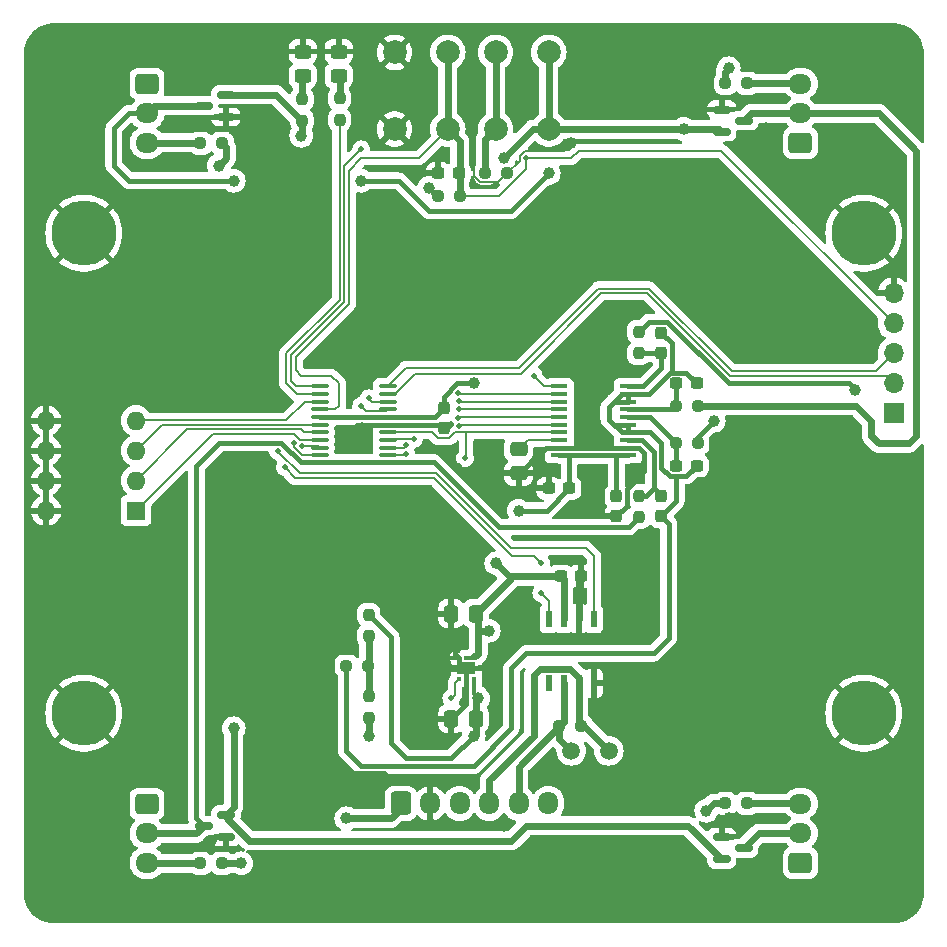
<source format=gtl>
G04 #@! TF.GenerationSoftware,KiCad,Pcbnew,7.0.7*
G04 #@! TF.CreationDate,2024-10-01T17:13:07-05:00*
G04 #@! TF.ProjectId,corner-board,636f726e-6572-42d6-926f-6172642e6b69,rev?*
G04 #@! TF.SameCoordinates,Original*
G04 #@! TF.FileFunction,Copper,L1,Top*
G04 #@! TF.FilePolarity,Positive*
%FSLAX46Y46*%
G04 Gerber Fmt 4.6, Leading zero omitted, Abs format (unit mm)*
G04 Created by KiCad (PCBNEW 7.0.7) date 2024-10-01 17:13:07*
%MOMM*%
%LPD*%
G01*
G04 APERTURE LIST*
G04 Aperture macros list*
%AMRoundRect*
0 Rectangle with rounded corners*
0 $1 Rounding radius*
0 $2 $3 $4 $5 $6 $7 $8 $9 X,Y pos of 4 corners*
0 Add a 4 corners polygon primitive as box body*
4,1,4,$2,$3,$4,$5,$6,$7,$8,$9,$2,$3,0*
0 Add four circle primitives for the rounded corners*
1,1,$1+$1,$2,$3*
1,1,$1+$1,$4,$5*
1,1,$1+$1,$6,$7*
1,1,$1+$1,$8,$9*
0 Add four rect primitives between the rounded corners*
20,1,$1+$1,$2,$3,$4,$5,0*
20,1,$1+$1,$4,$5,$6,$7,0*
20,1,$1+$1,$6,$7,$8,$9,0*
20,1,$1+$1,$8,$9,$2,$3,0*%
G04 Aperture macros list end*
G04 #@! TA.AperFunction,SMDPad,CuDef*
%ADD10RoundRect,0.093750X-0.106250X0.093750X-0.106250X-0.093750X0.106250X-0.093750X0.106250X0.093750X0*%
G04 #@! TD*
G04 #@! TA.AperFunction,ComponentPad*
%ADD11C,0.500000*%
G04 #@! TD*
G04 #@! TA.AperFunction,SMDPad,CuDef*
%ADD12R,1.600000X1.000000*%
G04 #@! TD*
G04 #@! TA.AperFunction,SMDPad,CuDef*
%ADD13C,1.500000*%
G04 #@! TD*
G04 #@! TA.AperFunction,SMDPad,CuDef*
%ADD14RoundRect,0.237500X-0.237500X0.250000X-0.237500X-0.250000X0.237500X-0.250000X0.237500X0.250000X0*%
G04 #@! TD*
G04 #@! TA.AperFunction,SMDPad,CuDef*
%ADD15RoundRect,0.237500X0.250000X0.237500X-0.250000X0.237500X-0.250000X-0.237500X0.250000X-0.237500X0*%
G04 #@! TD*
G04 #@! TA.AperFunction,SMDPad,CuDef*
%ADD16RoundRect,0.150000X-0.587500X-0.150000X0.587500X-0.150000X0.587500X0.150000X-0.587500X0.150000X0*%
G04 #@! TD*
G04 #@! TA.AperFunction,SMDPad,CuDef*
%ADD17RoundRect,0.250000X-0.450000X0.325000X-0.450000X-0.325000X0.450000X-0.325000X0.450000X0.325000X0*%
G04 #@! TD*
G04 #@! TA.AperFunction,ComponentPad*
%ADD18RoundRect,0.250000X-0.600000X-0.725000X0.600000X-0.725000X0.600000X0.725000X-0.600000X0.725000X0*%
G04 #@! TD*
G04 #@! TA.AperFunction,ComponentPad*
%ADD19O,1.700000X1.950000*%
G04 #@! TD*
G04 #@! TA.AperFunction,ComponentPad*
%ADD20C,2.000000*%
G04 #@! TD*
G04 #@! TA.AperFunction,ComponentPad*
%ADD21C,5.500000*%
G04 #@! TD*
G04 #@! TA.AperFunction,SMDPad,CuDef*
%ADD22RoundRect,0.237500X-0.250000X-0.237500X0.250000X-0.237500X0.250000X0.237500X-0.250000X0.237500X0*%
G04 #@! TD*
G04 #@! TA.AperFunction,ComponentPad*
%ADD23R,1.600000X1.600000*%
G04 #@! TD*
G04 #@! TA.AperFunction,ComponentPad*
%ADD24O,1.600000X1.600000*%
G04 #@! TD*
G04 #@! TA.AperFunction,SMDPad,CuDef*
%ADD25RoundRect,0.237500X-0.237500X0.300000X-0.237500X-0.300000X0.237500X-0.300000X0.237500X0.300000X0*%
G04 #@! TD*
G04 #@! TA.AperFunction,SMDPad,CuDef*
%ADD26R,1.473200X0.355600*%
G04 #@! TD*
G04 #@! TA.AperFunction,SMDPad,CuDef*
%ADD27R,0.558800X1.460500*%
G04 #@! TD*
G04 #@! TA.AperFunction,ComponentPad*
%ADD28R,1.700000X1.700000*%
G04 #@! TD*
G04 #@! TA.AperFunction,ComponentPad*
%ADD29O,1.700000X1.700000*%
G04 #@! TD*
G04 #@! TA.AperFunction,SMDPad,CuDef*
%ADD30RoundRect,0.100000X-0.637500X-0.100000X0.637500X-0.100000X0.637500X0.100000X-0.637500X0.100000X0*%
G04 #@! TD*
G04 #@! TA.AperFunction,SMDPad,CuDef*
%ADD31RoundRect,0.250000X0.337500X0.475000X-0.337500X0.475000X-0.337500X-0.475000X0.337500X-0.475000X0*%
G04 #@! TD*
G04 #@! TA.AperFunction,ComponentPad*
%ADD32O,1.950000X1.700000*%
G04 #@! TD*
G04 #@! TA.AperFunction,ComponentPad*
%ADD33RoundRect,0.250000X0.725000X-0.600000X0.725000X0.600000X-0.725000X0.600000X-0.725000X-0.600000X0*%
G04 #@! TD*
G04 #@! TA.AperFunction,SMDPad,CuDef*
%ADD34RoundRect,0.150000X0.587500X0.150000X-0.587500X0.150000X-0.587500X-0.150000X0.587500X-0.150000X0*%
G04 #@! TD*
G04 #@! TA.AperFunction,SMDPad,CuDef*
%ADD35RoundRect,0.237500X-0.300000X-0.237500X0.300000X-0.237500X0.300000X0.237500X-0.300000X0.237500X0*%
G04 #@! TD*
G04 #@! TA.AperFunction,SMDPad,CuDef*
%ADD36RoundRect,0.237500X0.300000X0.237500X-0.300000X0.237500X-0.300000X-0.237500X0.300000X-0.237500X0*%
G04 #@! TD*
G04 #@! TA.AperFunction,ComponentPad*
%ADD37RoundRect,0.250000X-0.725000X0.600000X-0.725000X-0.600000X0.725000X-0.600000X0.725000X0.600000X0*%
G04 #@! TD*
G04 #@! TA.AperFunction,SMDPad,CuDef*
%ADD38RoundRect,0.250000X-0.475000X0.337500X-0.475000X-0.337500X0.475000X-0.337500X0.475000X0.337500X0*%
G04 #@! TD*
G04 #@! TA.AperFunction,SMDPad,CuDef*
%ADD39RoundRect,0.237500X0.237500X-0.300000X0.237500X0.300000X-0.237500X0.300000X-0.237500X-0.300000X0*%
G04 #@! TD*
G04 #@! TA.AperFunction,SMDPad,CuDef*
%ADD40RoundRect,0.237500X0.237500X-0.250000X0.237500X0.250000X-0.237500X0.250000X-0.237500X-0.250000X0*%
G04 #@! TD*
G04 #@! TA.AperFunction,ViaPad*
%ADD41C,0.500000*%
G04 #@! TD*
G04 #@! TA.AperFunction,ViaPad*
%ADD42C,1.000000*%
G04 #@! TD*
G04 #@! TA.AperFunction,Conductor*
%ADD43C,0.200000*%
G04 #@! TD*
G04 #@! TA.AperFunction,Conductor*
%ADD44C,0.400000*%
G04 #@! TD*
G04 #@! TA.AperFunction,Conductor*
%ADD45C,0.300000*%
G04 #@! TD*
G04 #@! TA.AperFunction,Conductor*
%ADD46C,0.600000*%
G04 #@! TD*
G04 APERTURE END LIST*
D10*
X63515000Y-68962500D03*
X62865000Y-68962500D03*
X62215000Y-68962500D03*
X62215000Y-70737500D03*
X62865000Y-70737500D03*
X63515000Y-70737500D03*
D11*
X63415000Y-69850000D03*
D12*
X62865000Y-69850000D03*
D11*
X62315000Y-69850000D03*
D13*
X74930000Y-76835000D03*
X71755000Y-76835000D03*
D14*
X48960000Y-21662500D03*
X48960000Y-23487500D03*
D15*
X82470000Y-50800000D03*
X80645000Y-50800000D03*
D16*
X84485000Y-84140000D03*
X84485000Y-86040000D03*
X86360000Y-85090000D03*
D17*
X49030000Y-17635000D03*
X49030000Y-19685000D03*
D15*
X42187500Y-25400000D03*
X40362500Y-25400000D03*
D14*
X54610000Y-65300850D03*
X54610000Y-67125850D03*
D18*
X57310000Y-81280000D03*
D19*
X59810000Y-81280000D03*
X62310000Y-81280000D03*
X64810000Y-81280000D03*
X67310000Y-81280000D03*
X69810000Y-81280000D03*
D20*
X56805000Y-24205000D03*
X56805000Y-17705000D03*
X61305000Y-24205000D03*
X61305000Y-17705000D03*
D17*
X52070000Y-17635000D03*
X52070000Y-19685000D03*
D21*
X96520000Y-73660000D03*
D22*
X60505000Y-29845000D03*
X62330000Y-29845000D03*
D23*
X34915000Y-56505000D03*
D24*
X34915000Y-53965000D03*
X34915000Y-51425000D03*
X34915000Y-48885000D03*
X27295000Y-48885000D03*
X27295000Y-51425000D03*
X27295000Y-53965000D03*
X27295000Y-56505000D03*
D14*
X52135000Y-21582500D03*
X52135000Y-23407500D03*
D22*
X84812500Y-20320000D03*
X86637500Y-20320000D03*
D25*
X60960000Y-47805000D03*
X60960000Y-49530000D03*
D26*
X76581000Y-51820000D03*
X76581000Y-51169999D03*
X76581000Y-50520001D03*
X76581000Y-49869999D03*
X76581000Y-49220001D03*
X76581000Y-48570002D03*
X76581000Y-47920001D03*
X76581000Y-47270002D03*
X76581000Y-46620001D03*
X76581000Y-45970002D03*
X70739000Y-45970000D03*
X70739000Y-46619998D03*
X70739000Y-47269999D03*
X70739000Y-47919998D03*
X70739000Y-48569999D03*
X70739000Y-49219998D03*
X70739000Y-49869999D03*
X70739000Y-50519998D03*
X70739000Y-51169999D03*
X70739000Y-51819998D03*
D27*
X73660000Y-65671700D03*
X72390000Y-65671700D03*
X71120000Y-65671700D03*
X69850000Y-65671700D03*
X69850000Y-71120000D03*
X71120000Y-71120000D03*
X72390000Y-71120000D03*
X73660000Y-71120000D03*
D28*
X99060000Y-48260000D03*
D29*
X99060000Y-45720000D03*
X99060000Y-43180000D03*
X99060000Y-40640000D03*
X99060000Y-38100000D03*
D30*
X50477500Y-45970000D03*
X50477500Y-46620000D03*
X50477500Y-47270000D03*
X50477500Y-47920000D03*
X50477500Y-48570000D03*
X50477500Y-49220000D03*
X50477500Y-49870000D03*
X50477500Y-50520000D03*
X50477500Y-51170000D03*
X50477500Y-51820000D03*
X56202500Y-51820000D03*
X56202500Y-51170000D03*
X56202500Y-50520000D03*
X56202500Y-49870000D03*
X56202500Y-49220000D03*
X56202500Y-48570000D03*
X56202500Y-47920000D03*
X56202500Y-47270000D03*
X56202500Y-46620000D03*
X56202500Y-45970000D03*
D31*
X63670000Y-65220850D03*
X61595000Y-65220850D03*
D25*
X75565000Y-55245000D03*
X75565000Y-56970000D03*
D15*
X54530000Y-69665850D03*
X52705000Y-69665850D03*
D32*
X91165000Y-20360000D03*
X91165000Y-22860000D03*
D33*
X91165000Y-25360000D03*
D22*
X84812500Y-81280000D03*
X86637500Y-81280000D03*
D34*
X42515000Y-23175000D03*
X42515000Y-21275000D03*
X40640000Y-22225000D03*
D35*
X70892500Y-62045850D03*
X72617500Y-62045850D03*
D22*
X64492500Y-27940000D03*
X66317500Y-27940000D03*
D21*
X30480000Y-33020000D03*
D20*
X65355000Y-24205000D03*
X65355000Y-17705000D03*
X69855000Y-24205000D03*
X69855000Y-17705000D03*
D31*
X63670000Y-74110850D03*
X61595000Y-74110850D03*
D36*
X71575000Y-54610000D03*
X69850000Y-54610000D03*
D35*
X80645000Y-52705000D03*
X82370000Y-52705000D03*
D21*
X96520000Y-33020000D03*
D32*
X35835000Y-86320000D03*
X35835000Y-83820000D03*
D37*
X35835000Y-81320000D03*
D38*
X67310000Y-51265000D03*
X67310000Y-53340000D03*
D39*
X79375000Y-43180000D03*
X79375000Y-41455000D03*
D37*
X35835000Y-20360000D03*
D32*
X35835000Y-22860000D03*
X35835000Y-25360000D03*
D40*
X77470000Y-57070000D03*
X77470000Y-55245000D03*
D16*
X84485000Y-22545000D03*
X84485000Y-24445000D03*
X86360000Y-23495000D03*
D34*
X42515000Y-84135000D03*
X42515000Y-82235000D03*
X40640000Y-83185000D03*
D36*
X62230000Y-27940000D03*
X60505000Y-27940000D03*
D15*
X42187500Y-86360000D03*
X40362500Y-86360000D03*
X82470000Y-47625000D03*
X80645000Y-47625000D03*
D21*
X30480000Y-73660000D03*
D15*
X72577100Y-74745850D03*
X70752100Y-74745850D03*
D14*
X77470000Y-41355000D03*
X77470000Y-43180000D03*
X54610000Y-72205850D03*
X54610000Y-74030850D03*
D32*
X91165000Y-81320000D03*
X91165000Y-83820000D03*
D33*
X91165000Y-86320000D03*
D25*
X79375000Y-55245000D03*
X79375000Y-56970000D03*
D35*
X80645000Y-45720000D03*
X82370000Y-45720000D03*
D41*
X62750500Y-52070000D03*
D42*
X63865000Y-72390000D03*
X63500000Y-75565000D03*
X52705000Y-82550000D03*
X41275000Y-80010000D03*
X81280000Y-21590000D03*
X66040000Y-83185000D03*
X60325000Y-68580000D03*
X38735000Y-75565000D03*
X88265000Y-24130000D03*
X78105000Y-59055000D03*
X71755000Y-56515000D03*
X41275000Y-84455000D03*
D41*
X62230000Y-52705000D03*
D42*
X93980000Y-80010000D03*
X94615000Y-40005000D03*
X96520000Y-25400000D03*
X43815000Y-30480000D03*
X63500000Y-22225000D03*
X75565000Y-71120000D03*
X60960000Y-51435000D03*
D41*
X61554129Y-49177214D03*
D42*
X38100000Y-27305000D03*
X88265000Y-27940000D03*
X62865000Y-86360000D03*
X55245000Y-30480000D03*
X58420000Y-27940000D03*
X85090000Y-82550000D03*
X71755000Y-25400000D03*
X93980000Y-85725000D03*
X95250000Y-20955000D03*
X52070000Y-78740000D03*
X54060332Y-49469500D03*
X65405000Y-60960000D03*
X43180000Y-74930000D03*
X48895000Y-24765000D03*
X63500000Y-45720000D03*
X66040000Y-26670000D03*
X59690000Y-29210000D03*
X81280000Y-24205000D03*
X64770000Y-66675000D03*
X67310000Y-56515000D03*
D41*
X67945000Y-26670000D03*
X68580000Y-45085000D03*
D42*
X43180000Y-28575000D03*
X83820000Y-48895000D03*
X69850000Y-27940000D03*
X53975000Y-28575000D03*
X95813246Y-46283246D03*
X41910000Y-27305000D03*
X85090000Y-19050000D03*
X83185000Y-81915000D03*
X54610000Y-75565000D03*
X43815000Y-86360000D03*
D41*
X61595000Y-72390000D03*
X53975000Y-25920500D03*
X48998648Y-51069500D03*
X62246094Y-47229732D03*
X62199240Y-46531800D03*
X48260000Y-50800000D03*
X62217636Y-47928656D03*
X57789488Y-51679633D03*
X57785000Y-50969000D03*
X62192687Y-48627714D03*
X62289400Y-49320499D03*
X58420000Y-50419500D03*
X69215000Y-60960000D03*
X47482535Y-52847465D03*
X69215000Y-63500000D03*
X53975000Y-47625000D03*
X46925497Y-51435000D03*
X54610000Y-46990000D03*
D43*
X61890000Y-71062500D02*
X62215000Y-70737500D01*
X61890000Y-72095000D02*
X61890000Y-71062500D01*
X61595000Y-72390000D02*
X61890000Y-72095000D01*
D44*
X62215000Y-69750000D02*
X62315000Y-69850000D01*
X62215000Y-68962500D02*
X62215000Y-69750000D01*
X61890000Y-68637500D02*
X62215000Y-68962500D01*
X61890000Y-66970000D02*
X61890000Y-68637500D01*
X61595000Y-66675000D02*
X61890000Y-66970000D01*
X61595000Y-65220850D02*
X61595000Y-66675000D01*
D45*
X63515000Y-68962500D02*
X62865000Y-68962500D01*
D46*
X63627500Y-68850000D02*
X63515000Y-68850000D01*
X63865000Y-68612500D02*
X63627500Y-68850000D01*
X63865000Y-67310000D02*
X63865000Y-68612500D01*
D45*
X63515000Y-72040000D02*
X63865000Y-72390000D01*
X63515000Y-70737500D02*
X63515000Y-72040000D01*
D46*
X63670000Y-72585000D02*
X63865000Y-72390000D01*
X63670000Y-74110850D02*
X63670000Y-72585000D01*
D44*
X62865000Y-72840850D02*
X61595000Y-74110850D01*
X62865000Y-70737500D02*
X62865000Y-72840850D01*
X62865000Y-70737500D02*
X62865000Y-69850000D01*
D46*
X61595000Y-69850000D02*
X62865000Y-69850000D01*
X60325000Y-68580000D02*
X61595000Y-69850000D01*
X72840850Y-74745850D02*
X74930000Y-76835000D01*
X72577100Y-74745850D02*
X72840850Y-74745850D01*
X70752100Y-75832100D02*
X71755000Y-76835000D01*
X70752100Y-74745850D02*
X70752100Y-75832100D01*
D43*
X62865000Y-49869999D02*
X62865000Y-51955500D01*
X62865000Y-49869999D02*
X61917641Y-49869999D01*
X62865000Y-51955500D02*
X62750500Y-52070000D01*
X70739000Y-49869999D02*
X62865000Y-49869999D01*
D46*
X63670000Y-75395000D02*
X63500000Y-75565000D01*
D44*
X56515000Y-67205850D02*
X56515000Y-76200000D01*
D46*
X63670000Y-74110850D02*
X63865000Y-73915850D01*
D44*
X54610000Y-65300850D02*
X56515000Y-67205850D01*
X56515000Y-76200000D02*
X57785000Y-77470000D01*
D46*
X57310000Y-81280000D02*
X57310000Y-81755000D01*
X63670000Y-74110850D02*
X63670000Y-75395000D01*
D44*
X61595000Y-77470000D02*
X63500000Y-75565000D01*
D46*
X57310000Y-81755000D02*
X56515000Y-82550000D01*
D44*
X57785000Y-77470000D02*
X61595000Y-77470000D01*
D46*
X56515000Y-82550000D02*
X52705000Y-82550000D01*
D44*
X59810000Y-79495000D02*
X59690000Y-79375000D01*
X53340000Y-49530000D02*
X53999832Y-49530000D01*
X59810000Y-81280000D02*
X59690000Y-81400000D01*
D43*
X67395000Y-26442182D02*
X67802182Y-26035000D01*
D44*
X84485000Y-83155000D02*
X85090000Y-82550000D01*
X76440000Y-54680939D02*
X76440000Y-56095000D01*
X53650000Y-49220000D02*
X53340000Y-49530000D01*
X84485000Y-84140000D02*
X84485000Y-83155000D01*
X41595000Y-84135000D02*
X41275000Y-84455000D01*
X55880000Y-78740000D02*
X52070000Y-78740000D01*
X56202500Y-49220000D02*
X53650000Y-49220000D01*
X59690000Y-81400000D02*
X59690000Y-82550000D01*
D46*
X72390000Y-62273350D02*
X72617500Y-62045850D01*
D43*
X63500000Y-22225000D02*
X63500000Y-17145000D01*
D44*
X59690000Y-82550000D02*
X60325000Y-83185000D01*
D43*
X67802182Y-26035000D02*
X69215000Y-26035000D01*
D44*
X70739000Y-51169999D02*
X69602400Y-51169999D01*
X77944536Y-51595465D02*
X77944536Y-53176403D01*
X59810000Y-81280000D02*
X59810000Y-79495000D01*
D43*
X71120000Y-26035000D02*
X71755000Y-25400000D01*
D44*
X77519070Y-51169999D02*
X77944536Y-51595465D01*
X76581000Y-51169999D02*
X77519070Y-51169999D01*
D43*
X69215000Y-26035000D02*
X71120000Y-26035000D01*
D44*
X60960000Y-49530000D02*
X61201343Y-49530000D01*
X69602400Y-51169999D02*
X67432399Y-53340000D01*
D43*
X65542500Y-28715000D02*
X64019860Y-28715000D01*
D44*
X60325000Y-83185000D02*
X66040000Y-83185000D01*
X77944536Y-53176403D02*
X76440000Y-54680939D01*
X76440000Y-56095000D02*
X75565000Y-56970000D01*
D43*
X66317500Y-27940000D02*
X67395000Y-26862500D01*
X58635000Y-15875000D02*
X56805000Y-17705000D01*
D44*
X60960000Y-49530000D02*
X60650000Y-49220000D01*
D43*
X64019860Y-28715000D02*
X63500000Y-28195140D01*
X62230000Y-15875000D02*
X58635000Y-15875000D01*
D44*
X70739000Y-51169999D02*
X76581000Y-51169999D01*
D43*
X66317500Y-27940000D02*
X65542500Y-28715000D01*
D44*
X67432399Y-53340000D02*
X67310000Y-53340000D01*
X60650000Y-49220000D02*
X56202500Y-49220000D01*
D43*
X63500000Y-28195140D02*
X63500000Y-22225000D01*
D44*
X53999832Y-49530000D02*
X54060332Y-49469500D01*
D46*
X72390000Y-65671700D02*
X72390000Y-62273350D01*
D44*
X61201343Y-49530000D02*
X61554129Y-49177214D01*
X42515000Y-84135000D02*
X41595000Y-84135000D01*
D43*
X63500000Y-17145000D02*
X62230000Y-15875000D01*
X67395000Y-26862500D02*
X67395000Y-26442182D01*
D44*
X59690000Y-79375000D02*
X56515000Y-79375000D01*
X56515000Y-79375000D02*
X55880000Y-78740000D01*
X60505000Y-27940000D02*
X58420000Y-27940000D01*
D46*
X66845000Y-62045850D02*
X70892500Y-62045850D01*
D44*
X76580998Y-51819998D02*
X76581000Y-51820000D01*
D46*
X81280000Y-24205000D02*
X84245000Y-24205000D01*
X71120000Y-62273350D02*
X70892500Y-62045850D01*
X84485000Y-86040000D02*
X81630000Y-83185000D01*
D44*
X60960000Y-46851801D02*
X62091801Y-45720000D01*
X71575000Y-54610000D02*
X71575000Y-51999998D01*
D46*
X69855000Y-24205000D02*
X68505000Y-24205000D01*
X48960000Y-23487500D02*
X48960000Y-24700000D01*
X44491739Y-84455000D02*
X42515000Y-82478261D01*
X43180000Y-81570000D02*
X43180000Y-74930000D01*
X48960000Y-24700000D02*
X48895000Y-24765000D01*
D44*
X75565000Y-51819998D02*
X76580998Y-51819998D01*
X69670000Y-56515000D02*
X67310000Y-56515000D01*
X70739000Y-51819998D02*
X71755000Y-51819998D01*
D46*
X63670000Y-65220850D02*
X63865000Y-65415850D01*
D44*
X50477500Y-48570000D02*
X56202500Y-48570000D01*
D46*
X63865000Y-65415850D02*
X63865000Y-66675000D01*
X68505000Y-24205000D02*
X66040000Y-26670000D01*
D44*
X62091801Y-45720000D02*
X63500000Y-45720000D01*
X71755000Y-51819998D02*
X75565000Y-51819998D01*
D46*
X67945000Y-83185000D02*
X66675000Y-84455000D01*
D44*
X56202500Y-48570000D02*
X60195000Y-48570000D01*
D46*
X81630000Y-83185000D02*
X67945000Y-83185000D01*
X66845000Y-62045850D02*
X66490850Y-62045850D01*
X42515000Y-82235000D02*
X43180000Y-81570000D01*
D44*
X60325000Y-29845000D02*
X59690000Y-29210000D01*
X60505000Y-29845000D02*
X60325000Y-29845000D01*
D46*
X66490850Y-62045850D02*
X65405000Y-60960000D01*
D44*
X60195000Y-48570000D02*
X60960000Y-47805000D01*
X60960000Y-47805000D02*
X60960000Y-46851801D01*
D46*
X66675000Y-84455000D02*
X44491739Y-84455000D01*
X42515000Y-21275000D02*
X46747500Y-21275000D01*
X69855000Y-24205000D02*
X81280000Y-24205000D01*
X69855000Y-24205000D02*
X69855000Y-17705000D01*
D44*
X75565000Y-55245000D02*
X75565000Y-51819998D01*
D46*
X63865000Y-66675000D02*
X64770000Y-66675000D01*
X84245000Y-24205000D02*
X84485000Y-24445000D01*
X63670000Y-65220850D02*
X66845000Y-62045850D01*
X42515000Y-82478261D02*
X42515000Y-82235000D01*
D44*
X71575000Y-51999998D02*
X71755000Y-51819998D01*
X71575000Y-54610000D02*
X69670000Y-56515000D01*
D46*
X63865000Y-66675000D02*
X63865000Y-67310000D01*
X46747500Y-21275000D02*
X48960000Y-23487500D01*
X71120000Y-65671700D02*
X71120000Y-62273350D01*
D44*
X78740000Y-51542401D02*
X78740000Y-54610000D01*
X78105000Y-55245000D02*
X78740000Y-54610000D01*
X76581000Y-50520001D02*
X77717600Y-50520001D01*
X78740000Y-54610000D02*
X79375000Y-55245000D01*
X77717600Y-50520001D02*
X78740000Y-51542401D01*
X77470000Y-55245000D02*
X78105000Y-55245000D01*
X80010000Y-67310000D02*
X80010000Y-57605000D01*
X80080939Y-44845000D02*
X81495000Y-44845000D01*
X76022200Y-49869999D02*
X76581000Y-49869999D01*
X76581000Y-49869999D02*
X78444999Y-49869999D01*
X74930000Y-48777799D02*
X74988601Y-48836399D01*
X81495000Y-44845000D02*
X82370000Y-45720000D01*
X78444999Y-49869999D02*
X79375000Y-50800000D01*
X53975000Y-78105000D02*
X63500000Y-78105000D01*
X52705000Y-69665850D02*
X52705000Y-76835000D01*
X52705000Y-76835000D02*
X53975000Y-78105000D01*
X66675000Y-74930000D02*
X66675000Y-69850000D01*
X76581000Y-46620001D02*
X76022200Y-46620001D01*
X79925469Y-45000469D02*
X80250000Y-44675938D01*
X74930000Y-47712201D02*
X74930000Y-48777799D01*
X78740000Y-68580000D02*
X80010000Y-67310000D01*
X67945000Y-68580000D02*
X78740000Y-68580000D01*
X76581000Y-47270002D02*
X76581000Y-46620001D01*
X80010000Y-57605000D02*
X79375000Y-56970000D01*
X75372203Y-49220001D02*
X74988601Y-48836399D01*
X78305938Y-46620001D02*
X79925469Y-45000469D01*
X66675000Y-69850000D02*
X67945000Y-68580000D01*
X79375000Y-50800000D02*
X79375000Y-52874061D01*
X79375000Y-56970000D02*
X80645000Y-55700000D01*
X80645000Y-55700000D02*
X80645000Y-53580000D01*
X81495000Y-53580000D02*
X82370000Y-52705000D01*
X75372199Y-47270002D02*
X74930000Y-47712201D01*
X74988601Y-48836399D02*
X76022200Y-49869999D01*
X80645000Y-53580000D02*
X81495000Y-53580000D01*
X80250000Y-42330000D02*
X79375000Y-41455000D01*
X76022200Y-46620001D02*
X74930000Y-47712201D01*
X76581000Y-49220001D02*
X75372203Y-49220001D01*
X79925469Y-45000469D02*
X80080939Y-44845000D01*
X76581000Y-49220001D02*
X76581000Y-49869999D01*
X76581000Y-46620001D02*
X78305938Y-46620001D01*
X76581000Y-47270002D02*
X75372199Y-47270002D01*
X79375000Y-52874061D02*
X80080939Y-53580000D01*
X80080939Y-53580000D02*
X80645000Y-53580000D01*
X80250000Y-44675938D02*
X80250000Y-42330000D01*
X63500000Y-78105000D02*
X66675000Y-74930000D01*
D43*
X68055002Y-50519998D02*
X70739000Y-50519998D01*
X67310000Y-51265000D02*
X68055002Y-50519998D01*
D44*
X78415002Y-48570002D02*
X80645000Y-50800000D01*
X80645000Y-50800000D02*
X80645000Y-52705000D01*
X76581000Y-48570002D02*
X78415002Y-48570002D01*
X80349999Y-47920001D02*
X80645000Y-47625000D01*
X80645000Y-47625000D02*
X80645000Y-45720000D01*
X76581000Y-47920001D02*
X80349999Y-47920001D01*
X76581000Y-45970002D02*
X77854998Y-45970002D01*
X77470000Y-43180000D02*
X79375000Y-43180000D01*
X77854998Y-45970002D02*
X79375000Y-44450000D01*
X79375000Y-44450000D02*
X79375000Y-43180000D01*
D46*
X62330000Y-25230000D02*
X61305000Y-24205000D01*
D43*
X72390000Y-26035000D02*
X83820000Y-26035000D01*
X65660140Y-29845000D02*
X62330000Y-29845000D01*
D46*
X62330000Y-29845000D02*
X62330000Y-25230000D01*
D43*
X48425000Y-43511372D02*
X52935000Y-39001370D01*
X67945000Y-26670000D02*
X67945000Y-27560140D01*
X67945000Y-26670000D02*
X71755000Y-26670000D01*
X48895000Y-45085000D02*
X48425000Y-44615000D01*
X51435000Y-45085000D02*
X48895000Y-45085000D01*
X52070000Y-45720000D02*
X51435000Y-45085000D01*
X52935000Y-39001370D02*
X52935000Y-27710000D01*
X84455000Y-26035000D02*
X83820000Y-26035000D01*
X70739000Y-45970000D02*
X69465000Y-45970000D01*
D46*
X61305000Y-17705000D02*
X61305000Y-24205000D01*
D43*
X58840000Y-26670000D02*
X61305000Y-24205000D01*
X52070000Y-47625000D02*
X52070000Y-45720000D01*
X71755000Y-26670000D02*
X72390000Y-26035000D01*
X52935000Y-27710000D02*
X53975000Y-26670000D01*
X67945000Y-27560140D02*
X65660140Y-29845000D01*
X53975000Y-26670000D02*
X58840000Y-26670000D01*
X48425000Y-44615000D02*
X48425000Y-43511372D01*
X99060000Y-40640000D02*
X84455000Y-26035000D01*
X50477500Y-47920000D02*
X51775000Y-47920000D01*
X69465000Y-45970000D02*
X68580000Y-45085000D01*
X51775000Y-47920000D02*
X52070000Y-47625000D01*
D44*
X41925000Y-50785000D02*
X40005000Y-52705000D01*
X76632500Y-57907500D02*
X65599606Y-57907500D01*
X60114962Y-52422856D02*
X48832592Y-52422856D01*
X77470000Y-57070000D02*
X76632500Y-57907500D01*
X47194736Y-50785000D02*
X41925000Y-50785000D01*
X40005000Y-82550000D02*
X40640000Y-83185000D01*
D46*
X35835000Y-83820000D02*
X40005000Y-83820000D01*
D44*
X65599606Y-57907500D02*
X60114962Y-52422856D01*
X48832592Y-52422856D02*
X47194736Y-50785000D01*
X40005000Y-52705000D02*
X40005000Y-82550000D01*
D46*
X40005000Y-83820000D02*
X40640000Y-83185000D01*
D44*
X59690000Y-31115000D02*
X57150000Y-28575000D01*
X43180000Y-28575000D02*
X34290000Y-28575000D01*
X33020000Y-27305000D02*
X33020000Y-24130000D01*
X34290000Y-28575000D02*
X33020000Y-27305000D01*
X69850000Y-27940000D02*
X66675000Y-31115000D01*
D46*
X40640000Y-22225000D02*
X36470000Y-22225000D01*
D44*
X33020000Y-24130000D02*
X34290000Y-22860000D01*
X82470000Y-50245000D02*
X83820000Y-48895000D01*
X34290000Y-22860000D02*
X35835000Y-22860000D01*
X57150000Y-28575000D02*
X53975000Y-28575000D01*
X82470000Y-50800000D02*
X82470000Y-50245000D01*
X66675000Y-31115000D02*
X59690000Y-31115000D01*
D46*
X36470000Y-22225000D02*
X35835000Y-22860000D01*
X100965000Y-26035000D02*
X97790000Y-22860000D01*
X100330000Y-50800000D02*
X100965000Y-50165000D01*
X82470000Y-47625000D02*
X95885000Y-47625000D01*
X97155000Y-50165000D02*
X97790000Y-50800000D01*
X97155000Y-48895000D02*
X97155000Y-50165000D01*
X86995000Y-22860000D02*
X86360000Y-23495000D01*
X95885000Y-47625000D02*
X97155000Y-48895000D01*
X97790000Y-22860000D02*
X91165000Y-22860000D01*
X97790000Y-50800000D02*
X100330000Y-50800000D01*
X91165000Y-22860000D02*
X86995000Y-22860000D01*
X100965000Y-50165000D02*
X100965000Y-26035000D01*
X91165000Y-83820000D02*
X87630000Y-83820000D01*
D44*
X77470000Y-41355000D02*
X78307500Y-40517500D01*
D46*
X87630000Y-83820000D02*
X86360000Y-85090000D01*
D44*
X79887500Y-40517500D02*
X85090000Y-45720000D01*
X85090000Y-45720000D02*
X95250000Y-45720000D01*
X78307500Y-40517500D02*
X79887500Y-40517500D01*
X95250000Y-45720000D02*
X95813246Y-46283246D01*
D46*
X52135000Y-21582500D02*
X52135000Y-19750000D01*
X52135000Y-19750000D02*
X52070000Y-19685000D01*
X48960000Y-19755000D02*
X49030000Y-19685000D01*
X48960000Y-21662500D02*
X48960000Y-19755000D01*
X42187500Y-86360000D02*
X43815000Y-86360000D01*
X84812500Y-19327500D02*
X85090000Y-19050000D01*
X83820000Y-81280000D02*
X83185000Y-81915000D01*
X54610000Y-74030850D02*
X54610000Y-75565000D01*
X84812500Y-20320000D02*
X84812500Y-19327500D01*
X84812500Y-81280000D02*
X83820000Y-81280000D01*
X42545000Y-26670000D02*
X41910000Y-27305000D01*
X42545000Y-25757500D02*
X42545000Y-26670000D01*
X42187500Y-25400000D02*
X42545000Y-25757500D01*
X72390000Y-74558750D02*
X72577100Y-74745850D01*
X68580000Y-75565000D02*
X64810000Y-79335000D01*
X72390000Y-70669150D02*
X71610600Y-69889750D01*
X64810000Y-79335000D02*
X64810000Y-81280000D01*
X68580000Y-70380350D02*
X68580000Y-75565000D01*
X71610600Y-69889750D02*
X69070600Y-69889750D01*
X69070600Y-69889750D02*
X68580000Y-70380350D01*
X72390000Y-71120000D02*
X72390000Y-70669150D01*
X72390000Y-71120000D02*
X72390000Y-74558750D01*
X67310000Y-78187950D02*
X67310000Y-81280000D01*
X70752100Y-74745850D02*
X67310000Y-78187950D01*
X71120000Y-74377950D02*
X70752100Y-74745850D01*
X71120000Y-71120000D02*
X71120000Y-74377950D01*
X35875000Y-86360000D02*
X35835000Y-86320000D01*
X40362500Y-86360000D02*
X35875000Y-86360000D01*
X35835000Y-25360000D02*
X40322500Y-25360000D01*
X40322500Y-25360000D02*
X40362500Y-25400000D01*
X91125000Y-20320000D02*
X91165000Y-20360000D01*
X86637500Y-20320000D02*
X91125000Y-20320000D01*
X91125000Y-81280000D02*
X91165000Y-81320000D01*
X86637500Y-81280000D02*
X91125000Y-81280000D01*
D43*
X58555685Y-44920000D02*
X67475000Y-44920000D01*
X56855685Y-46620000D02*
X58555685Y-44920000D01*
X67475000Y-44920000D02*
X74295000Y-38100000D01*
X78177106Y-38100000D02*
X85162106Y-45085000D01*
X74295000Y-38100000D02*
X78177106Y-38100000D01*
X98425000Y-45085000D02*
X99060000Y-45720000D01*
X56202500Y-46620000D02*
X56855685Y-46620000D01*
X85162106Y-45085000D02*
X98425000Y-45085000D01*
X67310000Y-44450000D02*
X74060000Y-37700000D01*
X56202500Y-45970000D02*
X57722500Y-44450000D01*
X78342792Y-37700000D02*
X85327792Y-44685000D01*
X85327792Y-44685000D02*
X97555000Y-44685000D01*
X57722500Y-44450000D02*
X67310000Y-44450000D01*
X74060000Y-37700000D02*
X78342792Y-37700000D01*
X97555000Y-44685000D02*
X99060000Y-43180000D01*
D46*
X54610000Y-69745850D02*
X54530000Y-69665850D01*
X54610000Y-67125850D02*
X54610000Y-69585850D01*
X54610000Y-72205850D02*
X54610000Y-69745850D01*
X54610000Y-69585850D02*
X54530000Y-69665850D01*
D43*
X48025000Y-45554314D02*
X48025000Y-43345686D01*
D46*
X65355000Y-24205000D02*
X65355000Y-17705000D01*
D43*
X52535000Y-33655000D02*
X52535000Y-27360500D01*
X50477500Y-45970000D02*
X48440686Y-45970000D01*
D46*
X64492500Y-27940000D02*
X64492500Y-25067500D01*
D43*
X48440686Y-45970000D02*
X48025000Y-45554314D01*
D46*
X64492500Y-25067500D02*
X65355000Y-24205000D01*
D43*
X52535000Y-27360500D02*
X53975000Y-25920500D01*
X48542843Y-42827843D02*
X52535000Y-38835685D01*
X48025000Y-43345686D02*
X48542843Y-42827843D01*
X52535000Y-38835685D02*
X52535000Y-33655000D01*
X50477500Y-46620000D02*
X48525000Y-46620000D01*
X48525000Y-46620000D02*
X47625000Y-45720000D01*
X52135000Y-38670000D02*
X52135000Y-23407500D01*
X47625000Y-45720000D02*
X47625000Y-43180000D01*
X47625000Y-43180000D02*
X52135000Y-38670000D01*
X48260000Y-50020000D02*
X48760000Y-50520000D01*
X34915000Y-56505000D02*
X41400000Y-50020000D01*
X48760000Y-50520000D02*
X50477500Y-50520000D01*
X41400000Y-50020000D02*
X48260000Y-50020000D01*
X49145000Y-49870000D02*
X50477500Y-49870000D01*
X34915000Y-53965000D02*
X39260000Y-49620000D01*
X48895000Y-49620000D02*
X49145000Y-49870000D01*
X39260000Y-49620000D02*
X48895000Y-49620000D01*
X34915000Y-51425000D02*
X37120000Y-49220000D01*
X37120000Y-49220000D02*
X50477500Y-49220000D01*
X49175000Y-47270000D02*
X50477500Y-47270000D01*
X47625000Y-48820000D02*
X49175000Y-47270000D01*
X34915000Y-48885000D02*
X34980000Y-48820000D01*
X34980000Y-48820000D02*
X47625000Y-48820000D01*
X48998648Y-51069500D02*
X50377000Y-51069500D01*
X62286361Y-47269999D02*
X70739000Y-47269999D01*
X62246094Y-47229732D02*
X62286361Y-47269999D01*
X50377000Y-51069500D02*
X50477500Y-51170000D01*
X48971330Y-51820000D02*
X48260000Y-51108670D01*
X48260000Y-51108670D02*
X48260000Y-50800000D01*
X62287438Y-46619998D02*
X70739000Y-46619998D01*
X50477500Y-51820000D02*
X48971330Y-51820000D01*
X62199240Y-46531800D02*
X62287438Y-46619998D01*
X57649121Y-51820000D02*
X57789488Y-51679633D01*
X56202500Y-51820000D02*
X57649121Y-51820000D01*
X62217636Y-47928656D02*
X62226294Y-47919998D01*
X62226294Y-47919998D02*
X70739000Y-47919998D01*
X62250402Y-48569999D02*
X70739000Y-48569999D01*
X57584000Y-51170000D02*
X57785000Y-50969000D01*
X56202500Y-51170000D02*
X57584000Y-51170000D01*
X62192687Y-48627714D02*
X62250402Y-48569999D01*
X62389901Y-49219998D02*
X62289400Y-49320499D01*
X58420000Y-50419500D02*
X56303000Y-50419500D01*
X56303000Y-50419500D02*
X56202500Y-50520000D01*
X70739000Y-49219998D02*
X62389901Y-49219998D01*
X61917641Y-49869999D02*
X61420140Y-50367500D01*
X60002360Y-49870000D02*
X56202500Y-49870000D01*
X61420140Y-50367500D02*
X60499860Y-50367500D01*
X60499860Y-50367500D02*
X60002360Y-49870000D01*
X56202500Y-47937500D02*
X56070000Y-48070000D01*
X66744314Y-60325000D02*
X68580000Y-60325000D01*
X56070000Y-48070000D02*
X54420000Y-48070000D01*
X68580000Y-60325000D02*
X69215000Y-60960000D01*
X48375070Y-53740000D02*
X60159314Y-53740000D01*
X56202500Y-47920000D02*
X56202500Y-47937500D01*
X69850000Y-64135000D02*
X69215000Y-63500000D01*
X54420000Y-48070000D02*
X53975000Y-47625000D01*
X60159314Y-53740000D02*
X66744314Y-60325000D01*
X47482535Y-52847465D02*
X48375070Y-53740000D01*
X69850000Y-65671700D02*
X69850000Y-64135000D01*
X66675000Y-59690000D02*
X73025000Y-59690000D01*
X46925497Y-51513315D02*
X48752182Y-53340000D01*
X46925497Y-51435000D02*
X46925497Y-51513315D01*
X54890000Y-47270000D02*
X54610000Y-46990000D01*
X73660000Y-60325000D02*
X73660000Y-65671700D01*
X60325000Y-53340000D02*
X66675000Y-59690000D01*
X48752182Y-53340000D02*
X60325000Y-53340000D01*
X56202500Y-47270000D02*
X54890000Y-47270000D01*
X73025000Y-59690000D02*
X73660000Y-60325000D01*
G04 #@! TA.AperFunction,Conductor*
G36*
X27188331Y-54353091D02*
G01*
X27220699Y-54358218D01*
X27263515Y-54365000D01*
X27263519Y-54365000D01*
X27326485Y-54365000D01*
X27369300Y-54358218D01*
X27401602Y-54353102D01*
X27470894Y-54362056D01*
X27524347Y-54407052D01*
X27544987Y-54473803D01*
X27545000Y-54475575D01*
X27545000Y-55994424D01*
X27525315Y-56061463D01*
X27472511Y-56107218D01*
X27403353Y-56117162D01*
X27401602Y-56116897D01*
X27326486Y-56105000D01*
X27326481Y-56105000D01*
X27263519Y-56105000D01*
X27263512Y-56105000D01*
X27188396Y-56116897D01*
X27119103Y-56107942D01*
X27065651Y-56062946D01*
X27045012Y-55996194D01*
X27044999Y-55994424D01*
X27045000Y-55305000D01*
X27045000Y-54475575D01*
X27064685Y-54408536D01*
X27117489Y-54362781D01*
X27186647Y-54352837D01*
X27188331Y-54353091D01*
G37*
G04 #@! TD.AperFunction*
G04 #@! TA.AperFunction,Conductor*
G36*
X27188331Y-51813091D02*
G01*
X27220699Y-51818218D01*
X27263515Y-51825000D01*
X27263519Y-51825000D01*
X27326485Y-51825000D01*
X27369300Y-51818218D01*
X27401602Y-51813102D01*
X27470894Y-51822056D01*
X27524347Y-51867052D01*
X27544987Y-51933803D01*
X27545000Y-51935575D01*
X27545000Y-53454424D01*
X27525315Y-53521463D01*
X27472511Y-53567218D01*
X27403353Y-53577162D01*
X27401602Y-53576897D01*
X27326486Y-53565000D01*
X27326481Y-53565000D01*
X27263519Y-53565000D01*
X27263512Y-53565000D01*
X27188396Y-53576897D01*
X27119103Y-53567942D01*
X27065651Y-53522946D01*
X27045012Y-53456194D01*
X27044999Y-53454424D01*
X27045000Y-52765000D01*
X27045000Y-51935575D01*
X27064685Y-51868536D01*
X27117489Y-51822781D01*
X27186647Y-51812837D01*
X27188331Y-51813091D01*
G37*
G04 #@! TD.AperFunction*
G04 #@! TA.AperFunction,Conductor*
G36*
X27188331Y-49273091D02*
G01*
X27220699Y-49278218D01*
X27263515Y-49285000D01*
X27263519Y-49285000D01*
X27326485Y-49285000D01*
X27369300Y-49278218D01*
X27401602Y-49273102D01*
X27470894Y-49282056D01*
X27524347Y-49327052D01*
X27544987Y-49393803D01*
X27545000Y-49395575D01*
X27545000Y-50914424D01*
X27525315Y-50981463D01*
X27472511Y-51027218D01*
X27403353Y-51037162D01*
X27401602Y-51036897D01*
X27326486Y-51025000D01*
X27326481Y-51025000D01*
X27263519Y-51025000D01*
X27263512Y-51025000D01*
X27188396Y-51036897D01*
X27119103Y-51027942D01*
X27065651Y-50982946D01*
X27045012Y-50916194D01*
X27044999Y-50914424D01*
X27045000Y-50225000D01*
X27045000Y-49395575D01*
X27064685Y-49328536D01*
X27117489Y-49282781D01*
X27186647Y-49272837D01*
X27188331Y-49273091D01*
G37*
G04 #@! TD.AperFunction*
G04 #@! TA.AperFunction,Conductor*
G36*
X34590020Y-23653148D02*
G01*
X34645954Y-23695019D01*
X34648262Y-23698207D01*
X34671505Y-23731402D01*
X34838597Y-23898494D01*
X34995595Y-24008425D01*
X35039220Y-24063002D01*
X35046414Y-24132500D01*
X35014891Y-24194855D01*
X34995595Y-24211575D01*
X34838597Y-24321505D01*
X34671506Y-24488597D01*
X34671501Y-24488604D01*
X34535967Y-24682165D01*
X34535965Y-24682169D01*
X34485499Y-24790395D01*
X34443302Y-24880887D01*
X34436098Y-24896335D01*
X34436094Y-24896344D01*
X34374938Y-25124586D01*
X34374936Y-25124596D01*
X34354341Y-25359999D01*
X34354341Y-25360000D01*
X34374936Y-25595403D01*
X34374938Y-25595413D01*
X34436094Y-25823655D01*
X34436096Y-25823659D01*
X34436097Y-25823663D01*
X34472020Y-25900699D01*
X34535964Y-26037828D01*
X34535965Y-26037830D01*
X34671505Y-26231402D01*
X34838597Y-26398494D01*
X35032169Y-26534034D01*
X35032171Y-26534035D01*
X35246337Y-26633903D01*
X35474592Y-26695063D01*
X35651034Y-26710500D01*
X36018966Y-26710500D01*
X36195408Y-26695063D01*
X36423663Y-26633903D01*
X36637829Y-26534035D01*
X36831401Y-26398495D01*
X36998495Y-26231401D01*
X37011116Y-26213375D01*
X37065693Y-26169752D01*
X37112691Y-26160500D01*
X39540448Y-26160500D01*
X39607487Y-26180185D01*
X39628129Y-26196819D01*
X39651650Y-26220340D01*
X39798484Y-26310908D01*
X39962247Y-26365174D01*
X40063323Y-26375500D01*
X40661676Y-26375499D01*
X40661684Y-26375498D01*
X40661687Y-26375498D01*
X40749018Y-26366577D01*
X40762753Y-26365174D01*
X40926516Y-26310908D01*
X41073350Y-26220340D01*
X41187319Y-26106371D01*
X41248642Y-26072886D01*
X41318334Y-26077870D01*
X41362681Y-26106371D01*
X41476922Y-26220612D01*
X41510407Y-26281935D01*
X41505423Y-26351627D01*
X41463551Y-26407560D01*
X41447695Y-26417651D01*
X41351464Y-26469088D01*
X41351460Y-26469090D01*
X41199116Y-26594116D01*
X41074090Y-26746460D01*
X41074086Y-26746467D01*
X40981188Y-26920266D01*
X40923975Y-27108870D01*
X40904659Y-27305000D01*
X40923975Y-27501129D01*
X40923976Y-27501132D01*
X40975219Y-27670057D01*
X40981188Y-27689732D01*
X40982428Y-27692052D01*
X40982710Y-27693409D01*
X40983518Y-27695359D01*
X40983148Y-27695512D01*
X40996667Y-27760455D01*
X40971663Y-27825698D01*
X40915357Y-27867066D01*
X40873067Y-27874500D01*
X34631519Y-27874500D01*
X34564480Y-27854815D01*
X34543838Y-27838181D01*
X33756819Y-27051162D01*
X33723334Y-26989839D01*
X33720500Y-26963481D01*
X33720500Y-24471518D01*
X33740185Y-24404479D01*
X33756815Y-24383841D01*
X34459008Y-23681647D01*
X34520329Y-23648164D01*
X34590020Y-23653148D01*
G37*
G04 #@! TD.AperFunction*
G04 #@! TA.AperFunction,Conductor*
G36*
X99061737Y-15240598D02*
G01*
X99095041Y-15242467D01*
X99175603Y-15246992D01*
X99347691Y-15257401D01*
X99354297Y-15258160D01*
X99425907Y-15270327D01*
X99490343Y-15281277D01*
X99583462Y-15298340D01*
X99639227Y-15308560D01*
X99645198Y-15309963D01*
X99782032Y-15349384D01*
X99922850Y-15393265D01*
X99928092Y-15395164D01*
X100061420Y-15450391D01*
X100194609Y-15510334D01*
X100199147Y-15512605D01*
X100272221Y-15552991D01*
X100326422Y-15582947D01*
X100326439Y-15582956D01*
X100450935Y-15658217D01*
X100454739Y-15660711D01*
X100572726Y-15744427D01*
X100575072Y-15746176D01*
X100670416Y-15820874D01*
X100688332Y-15834910D01*
X100691409Y-15837486D01*
X100799430Y-15934018D01*
X100801957Y-15936408D01*
X100903590Y-16038041D01*
X100905980Y-16040568D01*
X101002512Y-16148589D01*
X101005088Y-16151666D01*
X101093811Y-16264912D01*
X101095571Y-16267272D01*
X101179287Y-16385259D01*
X101181781Y-16389063D01*
X101257043Y-16513560D01*
X101327393Y-16640851D01*
X101329668Y-16645398D01*
X101389609Y-16778581D01*
X101444831Y-16911899D01*
X101446744Y-16917183D01*
X101468935Y-16988393D01*
X101490631Y-17058021D01*
X101530032Y-17194790D01*
X101531440Y-17200781D01*
X101558722Y-17349656D01*
X101581835Y-17485683D01*
X101582599Y-17492330D01*
X101593012Y-17664475D01*
X101599402Y-17778263D01*
X101599500Y-17781741D01*
X101599500Y-25238060D01*
X101579815Y-25305099D01*
X101527011Y-25350854D01*
X101457853Y-25360798D01*
X101394297Y-25331773D01*
X101387819Y-25325741D01*
X98292262Y-22230184D01*
X98292259Y-22230182D01*
X98256904Y-22207966D01*
X98251229Y-22203940D01*
X98218589Y-22177910D01*
X98180959Y-22159787D01*
X98174872Y-22156422D01*
X98139525Y-22134212D01*
X98100114Y-22120421D01*
X98093688Y-22117759D01*
X98056061Y-22099639D01*
X98015345Y-22090345D01*
X98008662Y-22088420D01*
X97969259Y-22074632D01*
X97927763Y-22069955D01*
X97920908Y-22068791D01*
X97880200Y-22059501D01*
X97880196Y-22059500D01*
X97880194Y-22059500D01*
X97880191Y-22059500D01*
X92442691Y-22059500D01*
X92375652Y-22039815D01*
X92341116Y-22006624D01*
X92328495Y-21988599D01*
X92328492Y-21988596D01*
X92328491Y-21988594D01*
X92161403Y-21821506D01*
X92086541Y-21769088D01*
X92004401Y-21711573D01*
X91960778Y-21656999D01*
X91953584Y-21587500D01*
X91985106Y-21525145D01*
X92004398Y-21508428D01*
X92161401Y-21398495D01*
X92328495Y-21231401D01*
X92464035Y-21037830D01*
X92563903Y-20823663D01*
X92625063Y-20595408D01*
X92645659Y-20360000D01*
X92625063Y-20124592D01*
X92563903Y-19896337D01*
X92464035Y-19682171D01*
X92399014Y-19589310D01*
X92328494Y-19488597D01*
X92161402Y-19321505D01*
X91967830Y-19185965D01*
X91967828Y-19185964D01*
X91795371Y-19105546D01*
X91753663Y-19086097D01*
X91753659Y-19086096D01*
X91753655Y-19086094D01*
X91525413Y-19024938D01*
X91525403Y-19024936D01*
X91348966Y-19009500D01*
X90981034Y-19009500D01*
X90804596Y-19024936D01*
X90804586Y-19024938D01*
X90576344Y-19086094D01*
X90576335Y-19086098D01*
X90362171Y-19185964D01*
X90362169Y-19185965D01*
X90168597Y-19321505D01*
X90006922Y-19483181D01*
X89945599Y-19516666D01*
X89919241Y-19519500D01*
X87415682Y-19519500D01*
X87350585Y-19501039D01*
X87348351Y-19499661D01*
X87348350Y-19499660D01*
X87201516Y-19409092D01*
X87037753Y-19354826D01*
X87037751Y-19354825D01*
X86936678Y-19344500D01*
X86338330Y-19344500D01*
X86338312Y-19344501D01*
X86237247Y-19354825D01*
X86230622Y-19356244D01*
X86230156Y-19354068D01*
X86170784Y-19356105D01*
X86110746Y-19320367D01*
X86079560Y-19257843D01*
X86078218Y-19223852D01*
X86095341Y-19050000D01*
X86076024Y-18853868D01*
X86018814Y-18665273D01*
X86018811Y-18665269D01*
X86018811Y-18665266D01*
X85925913Y-18491467D01*
X85925909Y-18491460D01*
X85800883Y-18339116D01*
X85648539Y-18214090D01*
X85648532Y-18214086D01*
X85474733Y-18121188D01*
X85474727Y-18121186D01*
X85286132Y-18063976D01*
X85286129Y-18063975D01*
X85090000Y-18044659D01*
X84893870Y-18063975D01*
X84705266Y-18121188D01*
X84531467Y-18214086D01*
X84531460Y-18214090D01*
X84379116Y-18339116D01*
X84254090Y-18491460D01*
X84254086Y-18491467D01*
X84161188Y-18665266D01*
X84103975Y-18853870D01*
X84095182Y-18943150D01*
X84088819Y-18971955D01*
X84072916Y-19017394D01*
X84070255Y-19023818D01*
X84052140Y-19061437D01*
X84042844Y-19102159D01*
X84040919Y-19108841D01*
X84027132Y-19148244D01*
X84022455Y-19189735D01*
X84021291Y-19196589D01*
X84012000Y-19237306D01*
X84012000Y-19537947D01*
X83992315Y-19604986D01*
X83983720Y-19615656D01*
X83984138Y-19615987D01*
X83979661Y-19621647D01*
X83889093Y-19768481D01*
X83889091Y-19768484D01*
X83889092Y-19768484D01*
X83834826Y-19932247D01*
X83834826Y-19932248D01*
X83834825Y-19932248D01*
X83824500Y-20033315D01*
X83824500Y-20606669D01*
X83824501Y-20606687D01*
X83834825Y-20707752D01*
X83842628Y-20731298D01*
X83888395Y-20869414D01*
X83889092Y-20871515D01*
X83889093Y-20871518D01*
X83923394Y-20927129D01*
X83979660Y-21018350D01*
X84101650Y-21140340D01*
X84248484Y-21230908D01*
X84412247Y-21285174D01*
X84513323Y-21295500D01*
X85111676Y-21295499D01*
X85111684Y-21295498D01*
X85111687Y-21295498D01*
X85167030Y-21289844D01*
X85212753Y-21285174D01*
X85376516Y-21230908D01*
X85523350Y-21140340D01*
X85637318Y-21026371D01*
X85698642Y-20992886D01*
X85768334Y-20997870D01*
X85812681Y-21026371D01*
X85926650Y-21140340D01*
X86073484Y-21230908D01*
X86237247Y-21285174D01*
X86338323Y-21295500D01*
X86936676Y-21295499D01*
X86936684Y-21295498D01*
X86936687Y-21295498D01*
X86992030Y-21289844D01*
X87037753Y-21285174D01*
X87201516Y-21230908D01*
X87348350Y-21140340D01*
X87348351Y-21140338D01*
X87350585Y-21138961D01*
X87415682Y-21120500D01*
X89859301Y-21120500D01*
X89926340Y-21140185D01*
X89960876Y-21173377D01*
X90001505Y-21231402D01*
X90168597Y-21398494D01*
X90325595Y-21508425D01*
X90369220Y-21563002D01*
X90376414Y-21632500D01*
X90344891Y-21694855D01*
X90325595Y-21711575D01*
X90168597Y-21821505D01*
X90001508Y-21988594D01*
X89988884Y-22006624D01*
X89934307Y-22050248D01*
X89887309Y-22059500D01*
X87085195Y-22059500D01*
X86904806Y-22059500D01*
X86898888Y-22060850D01*
X86864089Y-22068791D01*
X86857235Y-22069955D01*
X86815743Y-22074632D01*
X86776339Y-22088419D01*
X86769658Y-22090344D01*
X86731389Y-22099080D01*
X86728944Y-22099639D01*
X86728935Y-22099641D01*
X86691308Y-22117759D01*
X86684885Y-22120420D01*
X86645481Y-22134210D01*
X86645475Y-22134212D01*
X86610122Y-22156425D01*
X86604036Y-22159789D01*
X86566417Y-22177905D01*
X86533763Y-22203945D01*
X86528091Y-22207969D01*
X86492743Y-22230180D01*
X86492740Y-22230182D01*
X86402165Y-22320754D01*
X86402161Y-22320760D01*
X86064741Y-22658181D01*
X86003418Y-22691666D01*
X85977060Y-22694500D01*
X85706804Y-22694500D01*
X85669932Y-22697401D01*
X85669926Y-22697402D01*
X85512106Y-22743254D01*
X85512103Y-22743255D01*
X85453806Y-22777732D01*
X85390685Y-22795000D01*
X83250205Y-22795000D01*
X83250204Y-22795001D01*
X83250399Y-22797486D01*
X83296218Y-22955198D01*
X83379814Y-23096552D01*
X83379821Y-23096561D01*
X83476079Y-23192819D01*
X83509564Y-23254142D01*
X83504580Y-23323834D01*
X83462708Y-23379767D01*
X83397244Y-23404184D01*
X83388398Y-23404500D01*
X81926053Y-23404500D01*
X81859014Y-23384815D01*
X81847392Y-23376356D01*
X81838538Y-23369090D01*
X81838537Y-23369089D01*
X81838534Y-23369087D01*
X81838532Y-23369086D01*
X81664733Y-23276188D01*
X81664727Y-23276186D01*
X81476132Y-23218976D01*
X81476129Y-23218975D01*
X81280000Y-23199659D01*
X81083870Y-23218975D01*
X80895266Y-23276188D01*
X80721467Y-23369086D01*
X80721465Y-23369087D01*
X80717276Y-23372525D01*
X80712612Y-23376352D01*
X80648304Y-23403666D01*
X80633947Y-23404500D01*
X71191469Y-23404500D01*
X71124430Y-23384815D01*
X71087660Y-23348321D01*
X71043166Y-23280217D01*
X71008381Y-23242431D01*
X70874744Y-23097262D01*
X70703336Y-22963850D01*
X70662525Y-22907141D01*
X70655500Y-22865998D01*
X70655500Y-22294998D01*
X83250204Y-22294998D01*
X83250205Y-22295000D01*
X84235000Y-22295000D01*
X84235000Y-21745000D01*
X84735000Y-21745000D01*
X84735000Y-22295000D01*
X85719795Y-22295000D01*
X85719795Y-22294998D01*
X85719600Y-22292513D01*
X85673781Y-22134801D01*
X85590185Y-21993447D01*
X85590178Y-21993438D01*
X85474061Y-21877321D01*
X85474052Y-21877314D01*
X85332696Y-21793717D01*
X85332693Y-21793716D01*
X85174995Y-21747900D01*
X85174989Y-21747899D01*
X85138144Y-21745000D01*
X84735000Y-21745000D01*
X84235000Y-21745000D01*
X83831856Y-21745000D01*
X83795010Y-21747899D01*
X83795004Y-21747900D01*
X83637306Y-21793716D01*
X83637303Y-21793717D01*
X83495947Y-21877314D01*
X83495938Y-21877321D01*
X83379821Y-21993438D01*
X83379814Y-21993447D01*
X83296218Y-22134801D01*
X83250399Y-22292513D01*
X83250204Y-22294998D01*
X70655500Y-22294998D01*
X70655500Y-19044002D01*
X70675185Y-18976963D01*
X70703335Y-18946150D01*
X70874744Y-18812738D01*
X71043164Y-18629785D01*
X71179173Y-18421607D01*
X71279063Y-18193881D01*
X71340108Y-17952821D01*
X71345728Y-17885000D01*
X71360643Y-17705005D01*
X71360643Y-17704994D01*
X71340109Y-17457187D01*
X71340107Y-17457175D01*
X71279063Y-17216118D01*
X71179173Y-16988393D01*
X71043166Y-16780217D01*
X70919056Y-16645398D01*
X70874744Y-16597262D01*
X70678509Y-16444526D01*
X70678507Y-16444525D01*
X70678506Y-16444524D01*
X70459811Y-16326172D01*
X70459802Y-16326169D01*
X70224616Y-16245429D01*
X69979335Y-16204500D01*
X69730665Y-16204500D01*
X69485383Y-16245429D01*
X69250197Y-16326169D01*
X69250188Y-16326172D01*
X69031493Y-16444524D01*
X68835257Y-16597261D01*
X68666833Y-16780217D01*
X68530826Y-16988393D01*
X68430936Y-17216118D01*
X68369892Y-17457175D01*
X68369890Y-17457187D01*
X68349357Y-17704994D01*
X68349357Y-17705005D01*
X68369890Y-17952812D01*
X68369892Y-17952824D01*
X68430936Y-18193881D01*
X68530826Y-18421606D01*
X68666833Y-18629782D01*
X68666836Y-18629785D01*
X68835256Y-18812738D01*
X69006663Y-18946149D01*
X69047475Y-19002859D01*
X69054500Y-19044002D01*
X69054500Y-22865998D01*
X69034815Y-22933037D01*
X69006664Y-22963849D01*
X68927456Y-23025500D01*
X68835257Y-23097261D01*
X68666833Y-23280217D01*
X68622340Y-23348321D01*
X68569194Y-23393678D01*
X68518531Y-23404500D01*
X68414805Y-23404500D01*
X68414803Y-23404500D01*
X68414797Y-23404501D01*
X68374098Y-23413790D01*
X68367242Y-23414955D01*
X68325743Y-23419632D01*
X68286328Y-23433423D01*
X68279646Y-23435348D01*
X68238940Y-23444640D01*
X68201326Y-23462753D01*
X68194901Y-23465414D01*
X68155482Y-23479209D01*
X68155474Y-23479213D01*
X68120117Y-23501428D01*
X68114032Y-23504791D01*
X68076413Y-23522908D01*
X68076411Y-23522909D01*
X68043769Y-23548941D01*
X68038096Y-23552966D01*
X68002739Y-23575183D01*
X67912164Y-23665755D01*
X67912160Y-23665761D01*
X67053550Y-24524370D01*
X66992227Y-24557855D01*
X66922535Y-24552871D01*
X66866602Y-24510999D01*
X66842185Y-24445535D01*
X66842293Y-24426449D01*
X66842455Y-24424501D01*
X66850989Y-24321505D01*
X66860643Y-24205005D01*
X66860643Y-24204994D01*
X66840109Y-23957187D01*
X66840107Y-23957175D01*
X66779063Y-23716118D01*
X66679173Y-23488393D01*
X66543166Y-23280217D01*
X66508381Y-23242431D01*
X66374744Y-23097262D01*
X66203336Y-22963850D01*
X66162525Y-22907141D01*
X66155500Y-22865998D01*
X66155500Y-20992886D01*
X66155500Y-19043998D01*
X66175184Y-18976963D01*
X66203332Y-18946153D01*
X66374744Y-18812738D01*
X66543164Y-18629785D01*
X66679173Y-18421607D01*
X66779063Y-18193881D01*
X66840108Y-17952821D01*
X66845728Y-17885000D01*
X66860643Y-17705005D01*
X66860643Y-17704994D01*
X66840109Y-17457187D01*
X66840107Y-17457175D01*
X66779063Y-17216118D01*
X66679173Y-16988393D01*
X66543166Y-16780217D01*
X66419056Y-16645398D01*
X66374744Y-16597262D01*
X66178509Y-16444526D01*
X66178507Y-16444525D01*
X66178506Y-16444524D01*
X65959811Y-16326172D01*
X65959802Y-16326169D01*
X65724616Y-16245429D01*
X65479335Y-16204500D01*
X65230665Y-16204500D01*
X64985383Y-16245429D01*
X64750197Y-16326169D01*
X64750188Y-16326172D01*
X64531493Y-16444524D01*
X64335257Y-16597261D01*
X64166833Y-16780217D01*
X64030826Y-16988393D01*
X63930936Y-17216118D01*
X63869892Y-17457175D01*
X63869890Y-17457187D01*
X63849357Y-17704994D01*
X63849357Y-17705005D01*
X63869890Y-17952812D01*
X63869892Y-17952824D01*
X63930936Y-18193881D01*
X64030826Y-18421606D01*
X64166833Y-18629782D01*
X64166836Y-18629785D01*
X64335256Y-18812738D01*
X64436246Y-18891342D01*
X64506662Y-18946149D01*
X64547474Y-19002859D01*
X64554499Y-19044002D01*
X64554500Y-22865998D01*
X64534815Y-22933037D01*
X64506664Y-22963849D01*
X64427456Y-23025500D01*
X64335257Y-23097261D01*
X64166833Y-23280217D01*
X64030826Y-23488393D01*
X63930936Y-23716118D01*
X63869892Y-23957175D01*
X63869890Y-23957187D01*
X63849357Y-24204994D01*
X63849357Y-24205005D01*
X63869890Y-24452812D01*
X63869893Y-24452826D01*
X63875080Y-24473312D01*
X63872452Y-24543132D01*
X63859867Y-24569720D01*
X63840467Y-24600594D01*
X63836441Y-24606268D01*
X63810410Y-24638910D01*
X63792291Y-24676533D01*
X63788927Y-24682620D01*
X63766712Y-24717976D01*
X63766708Y-24717983D01*
X63752916Y-24757395D01*
X63750255Y-24763820D01*
X63732139Y-24801439D01*
X63722844Y-24842159D01*
X63720919Y-24848841D01*
X63707132Y-24888244D01*
X63702455Y-24929735D01*
X63701291Y-24936589D01*
X63691999Y-24977306D01*
X63692000Y-27157947D01*
X63672315Y-27224986D01*
X63663723Y-27235652D01*
X63664141Y-27235983D01*
X63659658Y-27241651D01*
X63569096Y-27388475D01*
X63569091Y-27388486D01*
X63567098Y-27394500D01*
X63514826Y-27552247D01*
X63514826Y-27552248D01*
X63514825Y-27552248D01*
X63509607Y-27603327D01*
X63483210Y-27668018D01*
X63426029Y-27708169D01*
X63356218Y-27711031D01*
X63295941Y-27675697D01*
X63264337Y-27613383D01*
X63262891Y-27603323D01*
X63262430Y-27598814D01*
X63257674Y-27552247D01*
X63203408Y-27388484D01*
X63148959Y-27300208D01*
X63130499Y-27235117D01*
X63130500Y-25185046D01*
X63130500Y-25185045D01*
X63130500Y-25139806D01*
X63121207Y-25099093D01*
X63120042Y-25092233D01*
X63115368Y-25050745D01*
X63105501Y-25022546D01*
X63101576Y-25011328D01*
X63099653Y-25004655D01*
X63090360Y-24963939D01*
X63073888Y-24929735D01*
X63072239Y-24926310D01*
X63069576Y-24919881D01*
X63055789Y-24880478D01*
X63055787Y-24880475D01*
X63055787Y-24880474D01*
X63050233Y-24871637D01*
X63033569Y-24845116D01*
X63030218Y-24839054D01*
X63012092Y-24801413D01*
X62986048Y-24768755D01*
X62982032Y-24763095D01*
X62959816Y-24727738D01*
X62849704Y-24617626D01*
X62849700Y-24617620D01*
X62818669Y-24586589D01*
X62785184Y-24525266D01*
X62786145Y-24468465D01*
X62790108Y-24452821D01*
X62791115Y-24440666D01*
X62810643Y-24205005D01*
X62810643Y-24204994D01*
X62790109Y-23957187D01*
X62790107Y-23957175D01*
X62729063Y-23716118D01*
X62629173Y-23488393D01*
X62493166Y-23280217D01*
X62458381Y-23242431D01*
X62324744Y-23097262D01*
X62153336Y-22963850D01*
X62112525Y-22907141D01*
X62105500Y-22865998D01*
X62105500Y-19044002D01*
X62125185Y-18976963D01*
X62153335Y-18946150D01*
X62324744Y-18812738D01*
X62493164Y-18629785D01*
X62629173Y-18421607D01*
X62729063Y-18193881D01*
X62790108Y-17952821D01*
X62795728Y-17885000D01*
X62810643Y-17705005D01*
X62810643Y-17704994D01*
X62790109Y-17457187D01*
X62790107Y-17457175D01*
X62729063Y-17216118D01*
X62629173Y-16988393D01*
X62493166Y-16780217D01*
X62369056Y-16645398D01*
X62324744Y-16597262D01*
X62128509Y-16444526D01*
X62128507Y-16444525D01*
X62128506Y-16444524D01*
X61909811Y-16326172D01*
X61909802Y-16326169D01*
X61674616Y-16245429D01*
X61429335Y-16204500D01*
X61180665Y-16204500D01*
X60935383Y-16245429D01*
X60700197Y-16326169D01*
X60700188Y-16326172D01*
X60481493Y-16444524D01*
X60285257Y-16597261D01*
X60116833Y-16780217D01*
X59980826Y-16988393D01*
X59880936Y-17216118D01*
X59819892Y-17457175D01*
X59819890Y-17457187D01*
X59799357Y-17704994D01*
X59799357Y-17705005D01*
X59819890Y-17952812D01*
X59819892Y-17952824D01*
X59880936Y-18193881D01*
X59980826Y-18421606D01*
X60116833Y-18629782D01*
X60116836Y-18629785D01*
X60285256Y-18812738D01*
X60456663Y-18946149D01*
X60497475Y-19002859D01*
X60504500Y-19044002D01*
X60504499Y-22865998D01*
X60484814Y-22933037D01*
X60456662Y-22963851D01*
X60285258Y-23097260D01*
X60116833Y-23280217D01*
X59980826Y-23488393D01*
X59880936Y-23716118D01*
X59819892Y-23957175D01*
X59819890Y-23957187D01*
X59799357Y-24204994D01*
X59799357Y-24205005D01*
X59819890Y-24452812D01*
X59819892Y-24452824D01*
X59881007Y-24694160D01*
X59878382Y-24763980D01*
X59848482Y-24812281D01*
X58627584Y-26033181D01*
X58566261Y-26066666D01*
X58539903Y-26069500D01*
X54852217Y-26069500D01*
X54785178Y-26049815D01*
X54739423Y-25997011D01*
X54728997Y-25931618D01*
X54730249Y-25920505D01*
X54730249Y-25920497D01*
X54711314Y-25752443D01*
X54660323Y-25606719D01*
X54655456Y-25592810D01*
X54655455Y-25592809D01*
X54655454Y-25592805D01*
X54655452Y-25592802D01*
X54565481Y-25449615D01*
X54565476Y-25449609D01*
X54445890Y-25330023D01*
X54445884Y-25330018D01*
X54302697Y-25240047D01*
X54302694Y-25240045D01*
X54143056Y-25184185D01*
X53975003Y-25165251D01*
X53974997Y-25165251D01*
X53806943Y-25184185D01*
X53647305Y-25240045D01*
X53647302Y-25240047D01*
X53504115Y-25330018D01*
X53504109Y-25330023D01*
X53384523Y-25449609D01*
X53384518Y-25449615D01*
X53294547Y-25592802D01*
X53294544Y-25592807D01*
X53238687Y-25752440D01*
X53238687Y-25752443D01*
X53236543Y-25771466D01*
X53209473Y-25835879D01*
X53201004Y-25845259D01*
X52947181Y-26099083D01*
X52885858Y-26132568D01*
X52816167Y-26127584D01*
X52760233Y-26085713D01*
X52735816Y-26020248D01*
X52735500Y-26011402D01*
X52735500Y-24369900D01*
X52755185Y-24302861D01*
X52794401Y-24264363D01*
X52833350Y-24240340D01*
X52868685Y-24205005D01*
X55299859Y-24205005D01*
X55320385Y-24452729D01*
X55320387Y-24452738D01*
X55381412Y-24693717D01*
X55481266Y-24921364D01*
X55581564Y-25074882D01*
X56156482Y-24499964D01*
X56217805Y-24466479D01*
X56287496Y-24471463D01*
X56343430Y-24513334D01*
X56346514Y-24518249D01*
X56346549Y-24518225D01*
X56351441Y-24525156D01*
X56428069Y-24607204D01*
X56454638Y-24635652D01*
X56489698Y-24656973D01*
X56536749Y-24708623D01*
X56548407Y-24777513D01*
X56520970Y-24841770D01*
X56512950Y-24850601D01*
X55934942Y-25428609D01*
X55981768Y-25465055D01*
X55981770Y-25465056D01*
X56200385Y-25583364D01*
X56200396Y-25583369D01*
X56435506Y-25664083D01*
X56680707Y-25705000D01*
X56929293Y-25705000D01*
X57174493Y-25664083D01*
X57409603Y-25583369D01*
X57409614Y-25583364D01*
X57628228Y-25465057D01*
X57628231Y-25465055D01*
X57675056Y-25428609D01*
X57098165Y-24851718D01*
X57064680Y-24790395D01*
X57069664Y-24720703D01*
X57107588Y-24667853D01*
X57210739Y-24583934D01*
X57261052Y-24512655D01*
X57315793Y-24469239D01*
X57385318Y-24462310D01*
X57447553Y-24494068D01*
X57450037Y-24496484D01*
X58028434Y-25074882D01*
X58128731Y-24921369D01*
X58228587Y-24693717D01*
X58289612Y-24452738D01*
X58289614Y-24452729D01*
X58310141Y-24205005D01*
X58310141Y-24204994D01*
X58289614Y-23957270D01*
X58289612Y-23957261D01*
X58228587Y-23716282D01*
X58128731Y-23488630D01*
X58028434Y-23335116D01*
X57453517Y-23910034D01*
X57392194Y-23943519D01*
X57322502Y-23938535D01*
X57266569Y-23896663D01*
X57263486Y-23891750D01*
X57263451Y-23891775D01*
X57258558Y-23884843D01*
X57186558Y-23807751D01*
X57155362Y-23774348D01*
X57120300Y-23753026D01*
X57073248Y-23701374D01*
X57061591Y-23632484D01*
X57089029Y-23568227D01*
X57097048Y-23559397D01*
X57675056Y-22981389D01*
X57628229Y-22944943D01*
X57409614Y-22826635D01*
X57409603Y-22826630D01*
X57174493Y-22745916D01*
X56929293Y-22705000D01*
X56680707Y-22705000D01*
X56435506Y-22745916D01*
X56200396Y-22826630D01*
X56200390Y-22826632D01*
X55981761Y-22944949D01*
X55934942Y-22981388D01*
X55934942Y-22981390D01*
X56511833Y-23558280D01*
X56545318Y-23619603D01*
X56540334Y-23689294D01*
X56502408Y-23742148D01*
X56399262Y-23826064D01*
X56399258Y-23826069D01*
X56348947Y-23897343D01*
X56294204Y-23940760D01*
X56224679Y-23947689D01*
X56162444Y-23915930D01*
X56159962Y-23913515D01*
X55581564Y-23335116D01*
X55481267Y-23488632D01*
X55381412Y-23716282D01*
X55320387Y-23957261D01*
X55320385Y-23957270D01*
X55299859Y-24204994D01*
X55299859Y-24205005D01*
X52868685Y-24205005D01*
X52955340Y-24118350D01*
X53045908Y-23971516D01*
X53100174Y-23807753D01*
X53110500Y-23706677D01*
X53110499Y-23108324D01*
X53109297Y-23096561D01*
X53100174Y-23007247D01*
X53091605Y-22981388D01*
X53045908Y-22843484D01*
X52955340Y-22696650D01*
X52841370Y-22582680D01*
X52807886Y-22521358D01*
X52812870Y-22451666D01*
X52841371Y-22407319D01*
X52893375Y-22355315D01*
X52955340Y-22293350D01*
X53045908Y-22146516D01*
X53100174Y-21982753D01*
X53110500Y-21881677D01*
X53110499Y-21283324D01*
X53110091Y-21279334D01*
X53100174Y-21182247D01*
X53097235Y-21173377D01*
X53045908Y-21018484D01*
X53045826Y-21018351D01*
X52953961Y-20869413D01*
X52935500Y-20804317D01*
X52935500Y-20704706D01*
X52955185Y-20637667D01*
X52984404Y-20608987D01*
X52982987Y-20607195D01*
X52988654Y-20602713D01*
X52988653Y-20602713D01*
X52988656Y-20602712D01*
X53112712Y-20478656D01*
X53204814Y-20329334D01*
X53259999Y-20162797D01*
X53270500Y-20060009D01*
X53270499Y-19309992D01*
X53267695Y-19282546D01*
X53259999Y-19207203D01*
X53259998Y-19207200D01*
X53256482Y-19196589D01*
X53204814Y-19040666D01*
X53112712Y-18891344D01*
X52988656Y-18767288D01*
X52985342Y-18765243D01*
X52983546Y-18763248D01*
X52982989Y-18762807D01*
X52983064Y-18762711D01*
X52938618Y-18713297D01*
X52927397Y-18644334D01*
X52955240Y-18580252D01*
X52985348Y-18554165D01*
X52988342Y-18552318D01*
X53112315Y-18428345D01*
X53204356Y-18279124D01*
X53204358Y-18279119D01*
X53259505Y-18112697D01*
X53259506Y-18112690D01*
X53269999Y-18009986D01*
X53270000Y-18009973D01*
X53270000Y-17885000D01*
X50870001Y-17885000D01*
X50870001Y-18009986D01*
X50880494Y-18112697D01*
X50935641Y-18279119D01*
X50935643Y-18279124D01*
X51027684Y-18428345D01*
X51151655Y-18552316D01*
X51151659Y-18552319D01*
X51154656Y-18554168D01*
X51156279Y-18555972D01*
X51157323Y-18556798D01*
X51157181Y-18556976D01*
X51201381Y-18606116D01*
X51212602Y-18675079D01*
X51184759Y-18739161D01*
X51154661Y-18765241D01*
X51151349Y-18767283D01*
X51151343Y-18767288D01*
X51027289Y-18891342D01*
X50935187Y-19040663D01*
X50935185Y-19040668D01*
X50920131Y-19086098D01*
X50880001Y-19207203D01*
X50880001Y-19207204D01*
X50880000Y-19207204D01*
X50869500Y-19309983D01*
X50869500Y-20060001D01*
X50869501Y-20060019D01*
X50880000Y-20162796D01*
X50880001Y-20162799D01*
X50935185Y-20329331D01*
X50935186Y-20329334D01*
X51027288Y-20478656D01*
X51151344Y-20602712D01*
X51220202Y-20645184D01*
X51275595Y-20679350D01*
X51322320Y-20731298D01*
X51334499Y-20784889D01*
X51334499Y-20804318D01*
X51316038Y-20869414D01*
X51224095Y-21018477D01*
X51224091Y-21018486D01*
X51210565Y-21059306D01*
X51169826Y-21182247D01*
X51169826Y-21182248D01*
X51169825Y-21182248D01*
X51159500Y-21283315D01*
X51159500Y-21881669D01*
X51159501Y-21881687D01*
X51169825Y-21982752D01*
X51198336Y-22068791D01*
X51212594Y-22111819D01*
X51224092Y-22146515D01*
X51224093Y-22146518D01*
X51232279Y-22159789D01*
X51295430Y-22262174D01*
X51314661Y-22293351D01*
X51428629Y-22407319D01*
X51462114Y-22468642D01*
X51457130Y-22538334D01*
X51428629Y-22582681D01*
X51314661Y-22696648D01*
X51224093Y-22843481D01*
X51224091Y-22843486D01*
X51207657Y-22893081D01*
X51169826Y-23007247D01*
X51169826Y-23007248D01*
X51169825Y-23007248D01*
X51159500Y-23108315D01*
X51159500Y-23706669D01*
X51159501Y-23706687D01*
X51169825Y-23807752D01*
X51203719Y-23910034D01*
X51220649Y-23961127D01*
X51224092Y-23971515D01*
X51224093Y-23971518D01*
X51224452Y-23972100D01*
X51314660Y-24118350D01*
X51436650Y-24240340D01*
X51475595Y-24264361D01*
X51522320Y-24316308D01*
X51534499Y-24369900D01*
X51534500Y-38369902D01*
X51514815Y-38436941D01*
X51498181Y-38457583D01*
X47231096Y-42724668D01*
X47224994Y-42730019D01*
X47196716Y-42751719D01*
X47117245Y-42855289D01*
X47100464Y-42877158D01*
X47100461Y-42877163D01*
X47039957Y-43023234D01*
X47039955Y-43023239D01*
X47019318Y-43179998D01*
X47019318Y-43179999D01*
X47023969Y-43215326D01*
X47024500Y-43223428D01*
X47024500Y-45676571D01*
X47023969Y-45684669D01*
X47019318Y-45720000D01*
X47024500Y-45759361D01*
X47026843Y-45777159D01*
X47039955Y-45876760D01*
X47039956Y-45876762D01*
X47093771Y-46006684D01*
X47100464Y-46022841D01*
X47196718Y-46148282D01*
X47224995Y-46169980D01*
X47231085Y-46175320D01*
X47671837Y-46616072D01*
X48069669Y-47013904D01*
X48075020Y-47020005D01*
X48096718Y-47048282D01*
X48193751Y-47122738D01*
X48222159Y-47144536D01*
X48222162Y-47144537D01*
X48222163Y-47144538D01*
X48227431Y-47147580D01*
X48275647Y-47198146D01*
X48288872Y-47266752D01*
X48262905Y-47331618D01*
X48253114Y-47342649D01*
X47412584Y-48183181D01*
X47351261Y-48216666D01*
X47324903Y-48219500D01*
X36101180Y-48219500D01*
X36034141Y-48199815D01*
X35999605Y-48166623D01*
X35915045Y-48045858D01*
X35754141Y-47884954D01*
X35567734Y-47754432D01*
X35567732Y-47754431D01*
X35361497Y-47658261D01*
X35361488Y-47658258D01*
X35141697Y-47599366D01*
X35141693Y-47599365D01*
X35141692Y-47599365D01*
X35141691Y-47599364D01*
X35141686Y-47599364D01*
X34915002Y-47579532D01*
X34914998Y-47579532D01*
X34688313Y-47599364D01*
X34688302Y-47599366D01*
X34468511Y-47658258D01*
X34468502Y-47658261D01*
X34262267Y-47754431D01*
X34262265Y-47754432D01*
X34075858Y-47884954D01*
X33914954Y-48045858D01*
X33784432Y-48232265D01*
X33784431Y-48232267D01*
X33688261Y-48438502D01*
X33688258Y-48438511D01*
X33629366Y-48658302D01*
X33629364Y-48658313D01*
X33609532Y-48884998D01*
X33609532Y-48885001D01*
X33629364Y-49111686D01*
X33629366Y-49111697D01*
X33688258Y-49331488D01*
X33688261Y-49331497D01*
X33784431Y-49537732D01*
X33784432Y-49537734D01*
X33914954Y-49724141D01*
X34075858Y-49885045D01*
X34261648Y-50015135D01*
X34262266Y-50015568D01*
X34320278Y-50042619D01*
X34372713Y-50088788D01*
X34391866Y-50155982D01*
X34371651Y-50222863D01*
X34320277Y-50267380D01*
X34262268Y-50294430D01*
X34262265Y-50294432D01*
X34075858Y-50424954D01*
X33914954Y-50585858D01*
X33784432Y-50772265D01*
X33784431Y-50772267D01*
X33688261Y-50978502D01*
X33688258Y-50978511D01*
X33629366Y-51198302D01*
X33629364Y-51198313D01*
X33609532Y-51424998D01*
X33609532Y-51425001D01*
X33629364Y-51651686D01*
X33629366Y-51651697D01*
X33688258Y-51871488D01*
X33688261Y-51871497D01*
X33784431Y-52077732D01*
X33784432Y-52077734D01*
X33914954Y-52264141D01*
X34075858Y-52425045D01*
X34261648Y-52555135D01*
X34262266Y-52555568D01*
X34320278Y-52582619D01*
X34372713Y-52628788D01*
X34391866Y-52695982D01*
X34371651Y-52762863D01*
X34320277Y-52807380D01*
X34262268Y-52834430D01*
X34262265Y-52834432D01*
X34075858Y-52964954D01*
X33914954Y-53125858D01*
X33784432Y-53312265D01*
X33784431Y-53312267D01*
X33688261Y-53518502D01*
X33688258Y-53518511D01*
X33629366Y-53738302D01*
X33629364Y-53738313D01*
X33609532Y-53964998D01*
X33609532Y-53965001D01*
X33629364Y-54191686D01*
X33629366Y-54191697D01*
X33688258Y-54411488D01*
X33688261Y-54411497D01*
X33784431Y-54617732D01*
X33784432Y-54617734D01*
X33914954Y-54804141D01*
X34075858Y-54965045D01*
X34100462Y-54982273D01*
X34144087Y-55036849D01*
X34151281Y-55106348D01*
X34119758Y-55168703D01*
X34059529Y-55204117D01*
X34042593Y-55207138D01*
X34007516Y-55210908D01*
X33872671Y-55261202D01*
X33872664Y-55261206D01*
X33757455Y-55347452D01*
X33757452Y-55347455D01*
X33671206Y-55462664D01*
X33671202Y-55462671D01*
X33620908Y-55597517D01*
X33614501Y-55657116D01*
X33614500Y-55657135D01*
X33614500Y-57352870D01*
X33614501Y-57352876D01*
X33620908Y-57412483D01*
X33671202Y-57547328D01*
X33671206Y-57547335D01*
X33757452Y-57662544D01*
X33757455Y-57662547D01*
X33872664Y-57748793D01*
X33872671Y-57748797D01*
X34007517Y-57799091D01*
X34007516Y-57799091D01*
X34014444Y-57799835D01*
X34067127Y-57805500D01*
X35762872Y-57805499D01*
X35822483Y-57799091D01*
X35957331Y-57748796D01*
X36072546Y-57662546D01*
X36158796Y-57547331D01*
X36209091Y-57412483D01*
X36215500Y-57352873D01*
X36215499Y-56105095D01*
X36235184Y-56038057D01*
X36251813Y-56017420D01*
X39092821Y-53176413D01*
X39154142Y-53142930D01*
X39223834Y-53147914D01*
X39279767Y-53189786D01*
X39304184Y-53255250D01*
X39304500Y-53264096D01*
X39304500Y-82526951D01*
X39304387Y-82530696D01*
X39300971Y-82587174D01*
X39300642Y-82592606D01*
X39304203Y-82612038D01*
X39311821Y-82653612D01*
X39312384Y-82657313D01*
X39319859Y-82718870D01*
X39319860Y-82718874D01*
X39323451Y-82728343D01*
X39329474Y-82749946D01*
X39331304Y-82759930D01*
X39356759Y-82816490D01*
X39358193Y-82819951D01*
X39370169Y-82851529D01*
X39375536Y-82921192D01*
X39342389Y-82982698D01*
X39281251Y-83016520D01*
X39254227Y-83019500D01*
X37112691Y-83019500D01*
X37045652Y-82999815D01*
X37011116Y-82966624D01*
X36998495Y-82948599D01*
X36998493Y-82948597D01*
X36998491Y-82948594D01*
X36851295Y-82801398D01*
X36817810Y-82740075D01*
X36822794Y-82670383D01*
X36864666Y-82614450D01*
X36873880Y-82608178D01*
X36907935Y-82587173D01*
X37028656Y-82512712D01*
X37152712Y-82388656D01*
X37244814Y-82239334D01*
X37299999Y-82072797D01*
X37310500Y-81970009D01*
X37310499Y-80669992D01*
X37299999Y-80567203D01*
X37244814Y-80400666D01*
X37152712Y-80251344D01*
X37028656Y-80127288D01*
X36930684Y-80066859D01*
X36879336Y-80035187D01*
X36879331Y-80035185D01*
X36877862Y-80034698D01*
X36712797Y-79980001D01*
X36712795Y-79980000D01*
X36610010Y-79969500D01*
X35059998Y-79969500D01*
X35059981Y-79969501D01*
X34957203Y-79980000D01*
X34957200Y-79980001D01*
X34790668Y-80035185D01*
X34790663Y-80035187D01*
X34641342Y-80127289D01*
X34517289Y-80251342D01*
X34425187Y-80400663D01*
X34425185Y-80400668D01*
X34405637Y-80459660D01*
X34370001Y-80567203D01*
X34370001Y-80567204D01*
X34370000Y-80567204D01*
X34359500Y-80669983D01*
X34359500Y-81970001D01*
X34359501Y-81970018D01*
X34370000Y-82072796D01*
X34370001Y-82072799D01*
X34425185Y-82239331D01*
X34425187Y-82239336D01*
X34438241Y-82260500D01*
X34517288Y-82388656D01*
X34641344Y-82512712D01*
X34748866Y-82579032D01*
X34796120Y-82608178D01*
X34842845Y-82660126D01*
X34854068Y-82729088D01*
X34826224Y-82793171D01*
X34818706Y-82801398D01*
X34671501Y-82948603D01*
X34671501Y-82948604D01*
X34535967Y-83142165D01*
X34535965Y-83142169D01*
X34457536Y-83310360D01*
X34445876Y-83335367D01*
X34436098Y-83356335D01*
X34436094Y-83356344D01*
X34374938Y-83584586D01*
X34374936Y-83584596D01*
X34354341Y-83819999D01*
X34354341Y-83820000D01*
X34374936Y-84055403D01*
X34374938Y-84055413D01*
X34436094Y-84283655D01*
X34436096Y-84283659D01*
X34436097Y-84283663D01*
X34476504Y-84370315D01*
X34535964Y-84497828D01*
X34535965Y-84497830D01*
X34671505Y-84691402D01*
X34838597Y-84858494D01*
X34995595Y-84968425D01*
X35039220Y-85023002D01*
X35046414Y-85092500D01*
X35014891Y-85154855D01*
X34995595Y-85171575D01*
X34838597Y-85281505D01*
X34671506Y-85448597D01*
X34671501Y-85448604D01*
X34535967Y-85642165D01*
X34535965Y-85642169D01*
X34436098Y-85856335D01*
X34436094Y-85856344D01*
X34374938Y-86084586D01*
X34374936Y-86084596D01*
X34354341Y-86319999D01*
X34354341Y-86320000D01*
X34374936Y-86555403D01*
X34374938Y-86555413D01*
X34436094Y-86783655D01*
X34436096Y-86783659D01*
X34436097Y-86783663D01*
X34462601Y-86840500D01*
X34535964Y-86997828D01*
X34535965Y-86997830D01*
X34671505Y-87191402D01*
X34838597Y-87358494D01*
X35032169Y-87494034D01*
X35032171Y-87494035D01*
X35246337Y-87593903D01*
X35474592Y-87655063D01*
X35651034Y-87670500D01*
X36018966Y-87670500D01*
X36195408Y-87655063D01*
X36423663Y-87593903D01*
X36637829Y-87494035D01*
X36831401Y-87358495D01*
X36901085Y-87288811D01*
X36993078Y-87196819D01*
X37054401Y-87163334D01*
X37080759Y-87160500D01*
X39584318Y-87160500D01*
X39649415Y-87178961D01*
X39651648Y-87180338D01*
X39651650Y-87180340D01*
X39798484Y-87270908D01*
X39962247Y-87325174D01*
X40063323Y-87335500D01*
X40661676Y-87335499D01*
X40661684Y-87335498D01*
X40661687Y-87335498D01*
X40717030Y-87329844D01*
X40762753Y-87325174D01*
X40926516Y-87270908D01*
X41073350Y-87180340D01*
X41187319Y-87066370D01*
X41248642Y-87032886D01*
X41318334Y-87037870D01*
X41362680Y-87066371D01*
X41476650Y-87180340D01*
X41623484Y-87270908D01*
X41787247Y-87325174D01*
X41888323Y-87335500D01*
X42486676Y-87335499D01*
X42486684Y-87335498D01*
X42486687Y-87335498D01*
X42542030Y-87329844D01*
X42587753Y-87325174D01*
X42751516Y-87270908D01*
X42898350Y-87180340D01*
X42898351Y-87180338D01*
X42900585Y-87178961D01*
X42965682Y-87160500D01*
X43168947Y-87160500D01*
X43235986Y-87180185D01*
X43247607Y-87188643D01*
X43256462Y-87195910D01*
X43256463Y-87195910D01*
X43256465Y-87195912D01*
X43256467Y-87195913D01*
X43430266Y-87288811D01*
X43430269Y-87288811D01*
X43430273Y-87288814D01*
X43618868Y-87346024D01*
X43815000Y-87365341D01*
X44011132Y-87346024D01*
X44199727Y-87288814D01*
X44233231Y-87270906D01*
X44373532Y-87195913D01*
X44373534Y-87195912D01*
X44373538Y-87195910D01*
X44525883Y-87070883D01*
X44650910Y-86918538D01*
X44743814Y-86744727D01*
X44801024Y-86556132D01*
X44820341Y-86360000D01*
X44801024Y-86163868D01*
X44743814Y-85975273D01*
X44743811Y-85975269D01*
X44743811Y-85975266D01*
X44650913Y-85801467D01*
X44650909Y-85801460D01*
X44525883Y-85649116D01*
X44373539Y-85524090D01*
X44373532Y-85524086D01*
X44291605Y-85480295D01*
X44241761Y-85431333D01*
X44226300Y-85363195D01*
X44250132Y-85297516D01*
X44305689Y-85255147D01*
X44375334Y-85249540D01*
X44377565Y-85250026D01*
X44401545Y-85255500D01*
X44401547Y-85255500D01*
X66765194Y-85255500D01*
X66805903Y-85246208D01*
X66812760Y-85245043D01*
X66854255Y-85240368D01*
X66893680Y-85226571D01*
X66900321Y-85224658D01*
X66941061Y-85215360D01*
X66978693Y-85197236D01*
X66985105Y-85194580D01*
X67024522Y-85180789D01*
X67059889Y-85158565D01*
X67065961Y-85155209D01*
X67103587Y-85137091D01*
X67136236Y-85111052D01*
X67141895Y-85107037D01*
X67177262Y-85084816D01*
X67304816Y-84957262D01*
X68240258Y-84021819D01*
X68301582Y-83988334D01*
X68327940Y-83985500D01*
X81247060Y-83985500D01*
X81314099Y-84005185D01*
X81334741Y-84021819D01*
X83210681Y-85897759D01*
X83244166Y-85959082D01*
X83247000Y-85985440D01*
X83247000Y-86255696D01*
X83249901Y-86292567D01*
X83249902Y-86292573D01*
X83295754Y-86450393D01*
X83295755Y-86450396D01*
X83379417Y-86591862D01*
X83379423Y-86591870D01*
X83495629Y-86708076D01*
X83495633Y-86708079D01*
X83495635Y-86708081D01*
X83637102Y-86791744D01*
X83678724Y-86803836D01*
X83794926Y-86837597D01*
X83794929Y-86837597D01*
X83794931Y-86837598D01*
X83807222Y-86838565D01*
X83831804Y-86840500D01*
X83831806Y-86840500D01*
X85138196Y-86840500D01*
X85156631Y-86839049D01*
X85175069Y-86837598D01*
X85175071Y-86837597D01*
X85175073Y-86837597D01*
X85216691Y-86825505D01*
X85332898Y-86791744D01*
X85474365Y-86708081D01*
X85590581Y-86591865D01*
X85674244Y-86450398D01*
X85708005Y-86334191D01*
X85720097Y-86292573D01*
X85720098Y-86292567D01*
X85723000Y-86255696D01*
X85723000Y-86014500D01*
X85742685Y-85947461D01*
X85795489Y-85901706D01*
X85847000Y-85890500D01*
X87013196Y-85890500D01*
X87031631Y-85889049D01*
X87050069Y-85887598D01*
X87050071Y-85887597D01*
X87050073Y-85887597D01*
X87091691Y-85875505D01*
X87207898Y-85841744D01*
X87349365Y-85758081D01*
X87465581Y-85641865D01*
X87549244Y-85500398D01*
X87589127Y-85363121D01*
X87595097Y-85342573D01*
X87595098Y-85342567D01*
X87598000Y-85305696D01*
X87598000Y-85035439D01*
X87617685Y-84968400D01*
X87634319Y-84947758D01*
X87925259Y-84656819D01*
X87986582Y-84623334D01*
X88012940Y-84620500D01*
X89887309Y-84620500D01*
X89954348Y-84640185D01*
X89988884Y-84673376D01*
X90001508Y-84691405D01*
X90148704Y-84838601D01*
X90182189Y-84899924D01*
X90177205Y-84969616D01*
X90135333Y-85025549D01*
X90126120Y-85031820D01*
X89971347Y-85127285D01*
X89971343Y-85127288D01*
X89847289Y-85251342D01*
X89755187Y-85400663D01*
X89755185Y-85400668D01*
X89727349Y-85484670D01*
X89700001Y-85567203D01*
X89700001Y-85567204D01*
X89700000Y-85567204D01*
X89689500Y-85669983D01*
X89689500Y-86970001D01*
X89689501Y-86970018D01*
X89700000Y-87072796D01*
X89700001Y-87072799D01*
X89739303Y-87191402D01*
X89755186Y-87239334D01*
X89847288Y-87388656D01*
X89971344Y-87512712D01*
X90120666Y-87604814D01*
X90287203Y-87659999D01*
X90389991Y-87670500D01*
X91940008Y-87670499D01*
X92042797Y-87659999D01*
X92209334Y-87604814D01*
X92358656Y-87512712D01*
X92482712Y-87388656D01*
X92574814Y-87239334D01*
X92629999Y-87072797D01*
X92640500Y-86970009D01*
X92640499Y-85669992D01*
X92638366Y-85649116D01*
X92629999Y-85567203D01*
X92629998Y-85567200D01*
X92615711Y-85524086D01*
X92574814Y-85400666D01*
X92482712Y-85251344D01*
X92358656Y-85127288D01*
X92256049Y-85064000D01*
X92203879Y-85031821D01*
X92157155Y-84979873D01*
X92145932Y-84910910D01*
X92173776Y-84846828D01*
X92181295Y-84838601D01*
X92231176Y-84788720D01*
X92328495Y-84691401D01*
X92464035Y-84497830D01*
X92563903Y-84283663D01*
X92625063Y-84055408D01*
X92645659Y-83820000D01*
X92625063Y-83584592D01*
X92563903Y-83356337D01*
X92464035Y-83142171D01*
X92464034Y-83142169D01*
X92328494Y-82948597D01*
X92161403Y-82781506D01*
X92071951Y-82718872D01*
X92004401Y-82671573D01*
X91960778Y-82616999D01*
X91953584Y-82547500D01*
X91985106Y-82485145D01*
X92004398Y-82468428D01*
X92161401Y-82358495D01*
X92328495Y-82191401D01*
X92464035Y-81997830D01*
X92563903Y-81783663D01*
X92625063Y-81555408D01*
X92645659Y-81320000D01*
X92625063Y-81084592D01*
X92563903Y-80856337D01*
X92464035Y-80642171D01*
X92435999Y-80602130D01*
X92328494Y-80448597D01*
X92161402Y-80281505D01*
X91967830Y-80145965D01*
X91967828Y-80145964D01*
X91839968Y-80086342D01*
X91753663Y-80046097D01*
X91753659Y-80046096D01*
X91753655Y-80046094D01*
X91525413Y-79984938D01*
X91525403Y-79984936D01*
X91348966Y-79969500D01*
X90981034Y-79969500D01*
X90804596Y-79984936D01*
X90804586Y-79984938D01*
X90576344Y-80046094D01*
X90576335Y-80046098D01*
X90362171Y-80145964D01*
X90362169Y-80145965D01*
X90168597Y-80281505D01*
X90006922Y-80443181D01*
X89945599Y-80476666D01*
X89919241Y-80479500D01*
X87415682Y-80479500D01*
X87350585Y-80461039D01*
X87348351Y-80459661D01*
X87348350Y-80459660D01*
X87201516Y-80369092D01*
X87037753Y-80314826D01*
X87037751Y-80314825D01*
X86936678Y-80304500D01*
X86338330Y-80304500D01*
X86338312Y-80304501D01*
X86237247Y-80314825D01*
X86073484Y-80369092D01*
X86073481Y-80369093D01*
X85926648Y-80459661D01*
X85812681Y-80573629D01*
X85751358Y-80607114D01*
X85681666Y-80602130D01*
X85637319Y-80573629D01*
X85523351Y-80459661D01*
X85523351Y-80459660D01*
X85523350Y-80459660D01*
X85376516Y-80369092D01*
X85212753Y-80314826D01*
X85212751Y-80314825D01*
X85111678Y-80304500D01*
X84513330Y-80304500D01*
X84513312Y-80304501D01*
X84412247Y-80314825D01*
X84248484Y-80369092D01*
X84248481Y-80369093D01*
X84150242Y-80429687D01*
X84101650Y-80459660D01*
X84101648Y-80459661D01*
X84099415Y-80461039D01*
X84034318Y-80479500D01*
X83910195Y-80479500D01*
X83729806Y-80479500D01*
X83723888Y-80480850D01*
X83689089Y-80488791D01*
X83682235Y-80489955D01*
X83640743Y-80494632D01*
X83601339Y-80508419D01*
X83594658Y-80510344D01*
X83553935Y-80519641D01*
X83516308Y-80537759D01*
X83509885Y-80540420D01*
X83470481Y-80554210D01*
X83470475Y-80554212D01*
X83435122Y-80576425D01*
X83429036Y-80579789D01*
X83391417Y-80597905D01*
X83358763Y-80623945D01*
X83353091Y-80627969D01*
X83317743Y-80650180D01*
X83317740Y-80650182D01*
X83317737Y-80650184D01*
X83317738Y-80650184D01*
X83297924Y-80669998D01*
X83268308Y-80699613D01*
X83268307Y-80699614D01*
X83075789Y-80892131D01*
X83014466Y-80925616D01*
X83000266Y-80927853D01*
X82988864Y-80928976D01*
X82800271Y-80986186D01*
X82626467Y-81079086D01*
X82626460Y-81079090D01*
X82474116Y-81204116D01*
X82349090Y-81356460D01*
X82349086Y-81356467D01*
X82256188Y-81530266D01*
X82198975Y-81718870D01*
X82179659Y-81915000D01*
X82198975Y-82111129D01*
X82198976Y-82111132D01*
X82249110Y-82276402D01*
X82256188Y-82299733D01*
X82304239Y-82389630D01*
X82318481Y-82458033D01*
X82293481Y-82523277D01*
X82237175Y-82564647D01*
X82167442Y-82569009D01*
X82128909Y-82553077D01*
X82096904Y-82532967D01*
X82091230Y-82528941D01*
X82058589Y-82502910D01*
X82020959Y-82484787D01*
X82014872Y-82481422D01*
X81979525Y-82459212D01*
X81940114Y-82445421D01*
X81933688Y-82442759D01*
X81896061Y-82424639D01*
X81855345Y-82415345D01*
X81848662Y-82413420D01*
X81809259Y-82399632D01*
X81767763Y-82394955D01*
X81760908Y-82393791D01*
X81720200Y-82384501D01*
X81720196Y-82384500D01*
X81720194Y-82384500D01*
X81720191Y-82384500D01*
X71011005Y-82384500D01*
X70943966Y-82364815D01*
X70898211Y-82312011D01*
X70888267Y-82242853D01*
X70909430Y-82189377D01*
X70964219Y-82111129D01*
X70984035Y-82082829D01*
X71083903Y-81868663D01*
X71145063Y-81640408D01*
X71160500Y-81463966D01*
X71160500Y-81096034D01*
X71145063Y-80919592D01*
X71083903Y-80691337D01*
X70984035Y-80477171D01*
X70983682Y-80476666D01*
X70848494Y-80283597D01*
X70681402Y-80116506D01*
X70681395Y-80116501D01*
X70487834Y-79980967D01*
X70487830Y-79980965D01*
X70447777Y-79962288D01*
X70273663Y-79881097D01*
X70273659Y-79881096D01*
X70273655Y-79881094D01*
X70045413Y-79819938D01*
X70045403Y-79819936D01*
X69810001Y-79799341D01*
X69809999Y-79799341D01*
X69574596Y-79819936D01*
X69574586Y-79819938D01*
X69346344Y-79881094D01*
X69346335Y-79881098D01*
X69132171Y-79980964D01*
X69132169Y-79980965D01*
X68938597Y-80116505D01*
X68771505Y-80283597D01*
X68661575Y-80440595D01*
X68606998Y-80484220D01*
X68537500Y-80491414D01*
X68475145Y-80459891D01*
X68458425Y-80440595D01*
X68348494Y-80283597D01*
X68181404Y-80116508D01*
X68181402Y-80116506D01*
X68181401Y-80116505D01*
X68163374Y-80103882D01*
X68119751Y-80049306D01*
X68110500Y-80002309D01*
X68110500Y-78570890D01*
X68130185Y-78503851D01*
X68146819Y-78483209D01*
X68988151Y-77641877D01*
X70121295Y-76508732D01*
X70182616Y-76475249D01*
X70252308Y-76480233D01*
X70296655Y-76508734D01*
X70468747Y-76680825D01*
X70502232Y-76742148D01*
X70504594Y-76779312D01*
X70499723Y-76834996D01*
X70499723Y-76835002D01*
X70518793Y-77052975D01*
X70518793Y-77052979D01*
X70575422Y-77264322D01*
X70575424Y-77264326D01*
X70575425Y-77264330D01*
X70593422Y-77302924D01*
X70667897Y-77462638D01*
X70667898Y-77462639D01*
X70793402Y-77641877D01*
X70948123Y-77796598D01*
X71127361Y-77922102D01*
X71325670Y-78014575D01*
X71537023Y-78071207D01*
X71719926Y-78087208D01*
X71754998Y-78090277D01*
X71755000Y-78090277D01*
X71755002Y-78090277D01*
X71783254Y-78087805D01*
X71972977Y-78071207D01*
X72184330Y-78014575D01*
X72382639Y-77922102D01*
X72561877Y-77796598D01*
X72716598Y-77641877D01*
X72842102Y-77462639D01*
X72934575Y-77264330D01*
X72991207Y-77052977D01*
X73010277Y-76835000D01*
X72991207Y-76617023D01*
X72935717Y-76409932D01*
X72934577Y-76405677D01*
X72934574Y-76405668D01*
X72921832Y-76378343D01*
X72852556Y-76229782D01*
X72842065Y-76160707D01*
X72870584Y-76096923D01*
X72929061Y-76058683D01*
X72998928Y-76058128D01*
X73052620Y-76089698D01*
X73643747Y-76680825D01*
X73677232Y-76742148D01*
X73679594Y-76779312D01*
X73674723Y-76834996D01*
X73674723Y-76835002D01*
X73693793Y-77052975D01*
X73693793Y-77052979D01*
X73750422Y-77264322D01*
X73750424Y-77264326D01*
X73750425Y-77264330D01*
X73768422Y-77302924D01*
X73842897Y-77462638D01*
X73842898Y-77462639D01*
X73968402Y-77641877D01*
X74123123Y-77796598D01*
X74302361Y-77922102D01*
X74500670Y-78014575D01*
X74712023Y-78071207D01*
X74894926Y-78087208D01*
X74929998Y-78090277D01*
X74930000Y-78090277D01*
X74930002Y-78090277D01*
X74958254Y-78087805D01*
X75147977Y-78071207D01*
X75359330Y-78014575D01*
X75557639Y-77922102D01*
X75736877Y-77796598D01*
X75891598Y-77641877D01*
X76017102Y-77462639D01*
X76109575Y-77264330D01*
X76166207Y-77052977D01*
X76185277Y-76835000D01*
X76166207Y-76617023D01*
X76110717Y-76409932D01*
X76109577Y-76405677D01*
X76109576Y-76405676D01*
X76109575Y-76405670D01*
X76017102Y-76207362D01*
X76017100Y-76207359D01*
X76017099Y-76207357D01*
X75891599Y-76028124D01*
X75830137Y-75966662D01*
X75736877Y-75873402D01*
X75595675Y-75774531D01*
X75557638Y-75747897D01*
X75458484Y-75701661D01*
X75359330Y-75655425D01*
X75359326Y-75655424D01*
X75359322Y-75655422D01*
X75147977Y-75598793D01*
X74930002Y-75579723D01*
X74929996Y-75579723D01*
X74874312Y-75584594D01*
X74805812Y-75570827D01*
X74775825Y-75548747D01*
X73560488Y-74333410D01*
X73530463Y-74284733D01*
X73508720Y-74219117D01*
X73500508Y-74194334D01*
X73409940Y-74047500D01*
X73287950Y-73925510D01*
X73287949Y-73925509D01*
X73249402Y-73901733D01*
X73202678Y-73849785D01*
X73190500Y-73796195D01*
X73190500Y-73660002D01*
X93265227Y-73660002D01*
X93284306Y-74011900D01*
X93284308Y-74011917D01*
X93341319Y-74359667D01*
X93341325Y-74359693D01*
X93435600Y-74699243D01*
X93435602Y-74699250D01*
X93566043Y-75026634D01*
X93566052Y-75026652D01*
X93731124Y-75338011D01*
X93928896Y-75629702D01*
X94051914Y-75774532D01*
X95127413Y-74699032D01*
X95188736Y-74665547D01*
X95258427Y-74670531D01*
X95309381Y-74706179D01*
X95385130Y-74794870D01*
X95448855Y-74849296D01*
X95473816Y-74870615D01*
X95512009Y-74929122D01*
X95512507Y-74998990D01*
X95480965Y-75052586D01*
X94402625Y-76130926D01*
X94402625Y-76130928D01*
X94412900Y-76140660D01*
X94693460Y-76353938D01*
X94693464Y-76353941D01*
X94995445Y-76535635D01*
X95315273Y-76683603D01*
X95649256Y-76796136D01*
X95993437Y-76871896D01*
X96343788Y-76909999D01*
X96343795Y-76910000D01*
X96696205Y-76910000D01*
X96696211Y-76909999D01*
X97046562Y-76871896D01*
X97390743Y-76796136D01*
X97724726Y-76683603D01*
X98044554Y-76535635D01*
X98346535Y-76353941D01*
X98346539Y-76353938D01*
X98627093Y-76140665D01*
X98627105Y-76140654D01*
X98637373Y-76130927D01*
X98637373Y-76130926D01*
X97559033Y-75052586D01*
X97525548Y-74991263D01*
X97530532Y-74921571D01*
X97566180Y-74870617D01*
X97654870Y-74794870D01*
X97730617Y-74706180D01*
X97789121Y-74667990D01*
X97858989Y-74667490D01*
X97912586Y-74699033D01*
X98988084Y-75774532D01*
X98988085Y-75774531D01*
X99111102Y-75629704D01*
X99308875Y-75338011D01*
X99473947Y-75026652D01*
X99473956Y-75026634D01*
X99604397Y-74699250D01*
X99604399Y-74699243D01*
X99698674Y-74359693D01*
X99698680Y-74359667D01*
X99755691Y-74011917D01*
X99755693Y-74011900D01*
X99774773Y-73660002D01*
X99774773Y-73659997D01*
X99755693Y-73308099D01*
X99755691Y-73308082D01*
X99698680Y-72960332D01*
X99698674Y-72960306D01*
X99604399Y-72620756D01*
X99604397Y-72620749D01*
X99473956Y-72293365D01*
X99473947Y-72293347D01*
X99308875Y-71981988D01*
X99111099Y-71690291D01*
X98988085Y-71545467D01*
X98988084Y-71545466D01*
X97912586Y-72620965D01*
X97851263Y-72654450D01*
X97781571Y-72649466D01*
X97730615Y-72613816D01*
X97683436Y-72558577D01*
X97654870Y-72525130D01*
X97566179Y-72449381D01*
X97527989Y-72390878D01*
X97527489Y-72321010D01*
X97559032Y-72267413D01*
X98637374Y-71189072D01*
X98627099Y-71179340D01*
X98627087Y-71179330D01*
X98346539Y-70966061D01*
X98346535Y-70966058D01*
X98044554Y-70784364D01*
X97724726Y-70636396D01*
X97390743Y-70523863D01*
X97046562Y-70448103D01*
X96696211Y-70410000D01*
X96343788Y-70410000D01*
X95993437Y-70448103D01*
X95649256Y-70523863D01*
X95315273Y-70636396D01*
X94995445Y-70784364D01*
X94693464Y-70966058D01*
X94693460Y-70966061D01*
X94412906Y-71179334D01*
X94402625Y-71189071D01*
X94402625Y-71189073D01*
X95480966Y-72267413D01*
X95514451Y-72328736D01*
X95509467Y-72398428D01*
X95473817Y-72449384D01*
X95385130Y-72525130D01*
X95309384Y-72613817D01*
X95250877Y-72652010D01*
X95181009Y-72652508D01*
X95127413Y-72620966D01*
X94051914Y-71545466D01*
X94051913Y-71545466D01*
X93928896Y-71690296D01*
X93731124Y-71981988D01*
X93566052Y-72293347D01*
X93566043Y-72293365D01*
X93435602Y-72620749D01*
X93435600Y-72620756D01*
X93341325Y-72960306D01*
X93341319Y-72960332D01*
X93284308Y-73308082D01*
X93284306Y-73308099D01*
X93265227Y-73659997D01*
X93265227Y-73660002D01*
X73190500Y-73660002D01*
X73190500Y-72473000D01*
X73210185Y-72405961D01*
X73262989Y-72360206D01*
X73327764Y-72349711D01*
X73332774Y-72350250D01*
X73410000Y-72350250D01*
X73410000Y-71370000D01*
X73910000Y-71370000D01*
X73910000Y-72350250D01*
X73987228Y-72350250D01*
X73987244Y-72350249D01*
X74046772Y-72343848D01*
X74046779Y-72343846D01*
X74181486Y-72293604D01*
X74181493Y-72293600D01*
X74296587Y-72207440D01*
X74296590Y-72207437D01*
X74382750Y-72092343D01*
X74382754Y-72092336D01*
X74432996Y-71957629D01*
X74432998Y-71957622D01*
X74439399Y-71898094D01*
X74439400Y-71898077D01*
X74439400Y-71370000D01*
X73910000Y-71370000D01*
X73410000Y-71370000D01*
X73410000Y-69889750D01*
X73910000Y-69889750D01*
X73910000Y-70870000D01*
X74439400Y-70870000D01*
X74439400Y-70341922D01*
X74439399Y-70341905D01*
X74432998Y-70282377D01*
X74432996Y-70282370D01*
X74382754Y-70147663D01*
X74382750Y-70147656D01*
X74296590Y-70032562D01*
X74296587Y-70032559D01*
X74181493Y-69946399D01*
X74181486Y-69946395D01*
X74046779Y-69896153D01*
X74046772Y-69896151D01*
X73987244Y-69889750D01*
X73910000Y-69889750D01*
X73410000Y-69889750D01*
X73332755Y-69889750D01*
X73273227Y-69896151D01*
X73273220Y-69896153D01*
X73138513Y-69946395D01*
X73138506Y-69946399D01*
X73099726Y-69975430D01*
X73034261Y-69999847D01*
X72965989Y-69984995D01*
X72951104Y-69975429D01*
X72911731Y-69945954D01*
X72911728Y-69945952D01*
X72776884Y-69895658D01*
X72774100Y-69895001D01*
X72772039Y-69893851D01*
X72769616Y-69892948D01*
X72769754Y-69892577D01*
X72714933Y-69862005D01*
X72345109Y-69492181D01*
X72311624Y-69430858D01*
X72316608Y-69361166D01*
X72358480Y-69305233D01*
X72423944Y-69280816D01*
X72432790Y-69280500D01*
X78716952Y-69280500D01*
X78720697Y-69280613D01*
X78728042Y-69281057D01*
X78782606Y-69284358D01*
X78820314Y-69277447D01*
X78843621Y-69273177D01*
X78847325Y-69272613D01*
X78865170Y-69270446D01*
X78908872Y-69265140D01*
X78918335Y-69261550D01*
X78939961Y-69255522D01*
X78940893Y-69255351D01*
X78949932Y-69253695D01*
X79006512Y-69228229D01*
X79009942Y-69226809D01*
X79067930Y-69204818D01*
X79076266Y-69199062D01*
X79095821Y-69188034D01*
X79105057Y-69183878D01*
X79153896Y-69145613D01*
X79156876Y-69143421D01*
X79207929Y-69108183D01*
X79249065Y-69061748D01*
X79251599Y-69059056D01*
X80489056Y-67821599D01*
X80491748Y-67819065D01*
X80538183Y-67777929D01*
X80573436Y-67726855D01*
X80575613Y-67723896D01*
X80613878Y-67675057D01*
X80618037Y-67665815D01*
X80629062Y-67646268D01*
X80634818Y-67637930D01*
X80656820Y-67579912D01*
X80658235Y-67576495D01*
X80683694Y-67519932D01*
X80685520Y-67509965D01*
X80691548Y-67488340D01*
X80695140Y-67478872D01*
X80700434Y-67435266D01*
X80702615Y-67417309D01*
X80703179Y-67413605D01*
X80708259Y-67385883D01*
X80714357Y-67352606D01*
X80710613Y-67290707D01*
X80710500Y-67286963D01*
X80710500Y-57628047D01*
X80710613Y-57624302D01*
X80714358Y-57562394D01*
X80703175Y-57501371D01*
X80702613Y-57497674D01*
X80700618Y-57481251D01*
X80695140Y-57436128D01*
X80691548Y-57426656D01*
X80685521Y-57405034D01*
X80683695Y-57395071D01*
X80683695Y-57395069D01*
X80658224Y-57338476D01*
X80656817Y-57335079D01*
X80634818Y-57277070D01*
X80634816Y-57277068D01*
X80634816Y-57277066D01*
X80629062Y-57268731D01*
X80618034Y-57249177D01*
X80613881Y-57239949D01*
X80613878Y-57239945D01*
X80613878Y-57239944D01*
X80575626Y-57191120D01*
X80573416Y-57188115D01*
X80561382Y-57170681D01*
X80538183Y-57137071D01*
X80491742Y-57095928D01*
X80489048Y-57093392D01*
X80453337Y-57057680D01*
X80419852Y-56996358D01*
X80424836Y-56926666D01*
X80453337Y-56882319D01*
X80759726Y-56575930D01*
X81124056Y-56211599D01*
X81126748Y-56209065D01*
X81173183Y-56167929D01*
X81208436Y-56116855D01*
X81210613Y-56113896D01*
X81248878Y-56065057D01*
X81253037Y-56055815D01*
X81264062Y-56036268D01*
X81269818Y-56027930D01*
X81291820Y-55969912D01*
X81293235Y-55966495D01*
X81318694Y-55909932D01*
X81320520Y-55899965D01*
X81326548Y-55878340D01*
X81330140Y-55868872D01*
X81337615Y-55807309D01*
X81338179Y-55803605D01*
X81344055Y-55771537D01*
X81349357Y-55742606D01*
X81345613Y-55680707D01*
X81345500Y-55676963D01*
X81345500Y-54404500D01*
X81365185Y-54337461D01*
X81417989Y-54291706D01*
X81469500Y-54280500D01*
X81471952Y-54280500D01*
X81475697Y-54280613D01*
X81483042Y-54281057D01*
X81537606Y-54284358D01*
X81575314Y-54277447D01*
X81598621Y-54273177D01*
X81602325Y-54272613D01*
X81625368Y-54269815D01*
X81663872Y-54265140D01*
X81673335Y-54261550D01*
X81694961Y-54255522D01*
X81695893Y-54255351D01*
X81704932Y-54253695D01*
X81761512Y-54228229D01*
X81764942Y-54226809D01*
X81822930Y-54204818D01*
X81831266Y-54199062D01*
X81850821Y-54188034D01*
X81860057Y-54183878D01*
X81908896Y-54145613D01*
X81911876Y-54143421D01*
X81962929Y-54108183D01*
X82004065Y-54061748D01*
X82006599Y-54059056D01*
X82348838Y-53716818D01*
X82410161Y-53683333D01*
X82436519Y-53680499D01*
X82719170Y-53680499D01*
X82719176Y-53680499D01*
X82820253Y-53670174D01*
X82984016Y-53615908D01*
X83130850Y-53525340D01*
X83252840Y-53403350D01*
X83343408Y-53256516D01*
X83397674Y-53092753D01*
X83408000Y-52991677D01*
X83407999Y-52418324D01*
X83407167Y-52410183D01*
X83397674Y-52317247D01*
X83387755Y-52287314D01*
X83343408Y-52153484D01*
X83252840Y-52006650D01*
X83130850Y-51884660D01*
X83130849Y-51884659D01*
X83112690Y-51873459D01*
X83065965Y-51821512D01*
X83054742Y-51752549D01*
X83082585Y-51688467D01*
X83112688Y-51662382D01*
X83180850Y-51620340D01*
X83302840Y-51498350D01*
X83393408Y-51351516D01*
X83447674Y-51187753D01*
X83458000Y-51086677D01*
X83457999Y-50513324D01*
X83447674Y-50412247D01*
X83433335Y-50368978D01*
X83430934Y-50299151D01*
X83463359Y-50242296D01*
X83772339Y-49933316D01*
X83833660Y-49899833D01*
X83847855Y-49897597D01*
X84016132Y-49881024D01*
X84204727Y-49823814D01*
X84233537Y-49808415D01*
X84323478Y-49760340D01*
X84378538Y-49730910D01*
X84530883Y-49605883D01*
X84655910Y-49453538D01*
X84744341Y-49288095D01*
X84748811Y-49279733D01*
X84748811Y-49279732D01*
X84748814Y-49279727D01*
X84806024Y-49091132D01*
X84825341Y-48895000D01*
X84806024Y-48698868D01*
X84793718Y-48658302D01*
X84771633Y-48585496D01*
X84771009Y-48515629D01*
X84808257Y-48456516D01*
X84871551Y-48426925D01*
X84890293Y-48425500D01*
X95502060Y-48425500D01*
X95569099Y-48445185D01*
X95589741Y-48461819D01*
X96318181Y-49190258D01*
X96351666Y-49251581D01*
X96354500Y-49277939D01*
X96354500Y-50255191D01*
X96354501Y-50255200D01*
X96363791Y-50295908D01*
X96364955Y-50302763D01*
X96369632Y-50344259D01*
X96383420Y-50383662D01*
X96385345Y-50390345D01*
X96394639Y-50431061D01*
X96412759Y-50468688D01*
X96415421Y-50475114D01*
X96429212Y-50514525D01*
X96451422Y-50549872D01*
X96454787Y-50555959D01*
X96472910Y-50593589D01*
X96498940Y-50626229D01*
X96502966Y-50631904D01*
X96522437Y-50662890D01*
X96525184Y-50667262D01*
X96557173Y-50699251D01*
X96557174Y-50699252D01*
X96853420Y-50995498D01*
X97142742Y-51284819D01*
X97142743Y-51284821D01*
X97142744Y-51284821D01*
X97160184Y-51302261D01*
X97160184Y-51302262D01*
X97216780Y-51358858D01*
X97287738Y-51429816D01*
X97323096Y-51452033D01*
X97328770Y-51456060D01*
X97361411Y-51482090D01*
X97361414Y-51482092D01*
X97399038Y-51500210D01*
X97405123Y-51503574D01*
X97426520Y-51517019D01*
X97440478Y-51525789D01*
X97479899Y-51539583D01*
X97486307Y-51542238D01*
X97523939Y-51560360D01*
X97564641Y-51569650D01*
X97571328Y-51571576D01*
X97610742Y-51585367D01*
X97610745Y-51585368D01*
X97652241Y-51590043D01*
X97659093Y-51591207D01*
X97699806Y-51600500D01*
X97699808Y-51600500D01*
X100420194Y-51600500D01*
X100460903Y-51591208D01*
X100467760Y-51590043D01*
X100509255Y-51585368D01*
X100548680Y-51571571D01*
X100555321Y-51569658D01*
X100596061Y-51560360D01*
X100633693Y-51542236D01*
X100640105Y-51539580D01*
X100679522Y-51525789D01*
X100714889Y-51503565D01*
X100720961Y-51500209D01*
X100758587Y-51482091D01*
X100791236Y-51456052D01*
X100796895Y-51452037D01*
X100832262Y-51429816D01*
X100959816Y-51302262D01*
X100959816Y-51302261D01*
X101387820Y-50874257D01*
X101449142Y-50840773D01*
X101518834Y-50845757D01*
X101574767Y-50887629D01*
X101599184Y-50953093D01*
X101599500Y-50961939D01*
X101599500Y-88898258D01*
X101599402Y-88901736D01*
X101593012Y-89015524D01*
X101582599Y-89187668D01*
X101581835Y-89194315D01*
X101558722Y-89330343D01*
X101531440Y-89479217D01*
X101530032Y-89485208D01*
X101490625Y-89622001D01*
X101446744Y-89762815D01*
X101444831Y-89768099D01*
X101389609Y-89901418D01*
X101329668Y-90034600D01*
X101327394Y-90039147D01*
X101257043Y-90166439D01*
X101181781Y-90290936D01*
X101179287Y-90294739D01*
X101095571Y-90412726D01*
X101093811Y-90415086D01*
X101005088Y-90528332D01*
X101002512Y-90531409D01*
X100905980Y-90639430D01*
X100903590Y-90641957D01*
X100801957Y-90743590D01*
X100799430Y-90745980D01*
X100691409Y-90842512D01*
X100688332Y-90845088D01*
X100575086Y-90933811D01*
X100572726Y-90935571D01*
X100454739Y-91019287D01*
X100450936Y-91021781D01*
X100326439Y-91097043D01*
X100199147Y-91167394D01*
X100194600Y-91169668D01*
X100061418Y-91229609D01*
X99928099Y-91284831D01*
X99922815Y-91286744D01*
X99805231Y-91323385D01*
X99781990Y-91330627D01*
X99645208Y-91370032D01*
X99639217Y-91371440D01*
X99490343Y-91398722D01*
X99354315Y-91421835D01*
X99347668Y-91422599D01*
X99175524Y-91433012D01*
X99061736Y-91439402D01*
X99058258Y-91439500D01*
X27941742Y-91439500D01*
X27938265Y-91439402D01*
X27824475Y-91433012D01*
X27652330Y-91422599D01*
X27645683Y-91421835D01*
X27509656Y-91398722D01*
X27360781Y-91371440D01*
X27354790Y-91370032D01*
X27218021Y-91330631D01*
X27150634Y-91309633D01*
X27077183Y-91286744D01*
X27071899Y-91284831D01*
X26938581Y-91229609D01*
X26805398Y-91169668D01*
X26800851Y-91167393D01*
X26673560Y-91097043D01*
X26549063Y-91021781D01*
X26545259Y-91019287D01*
X26427272Y-90935571D01*
X26424912Y-90933811D01*
X26311666Y-90845088D01*
X26308589Y-90842512D01*
X26200568Y-90745980D01*
X26198041Y-90743590D01*
X26096408Y-90641957D01*
X26094018Y-90639430D01*
X25997486Y-90531409D01*
X25994910Y-90528332D01*
X25980874Y-90510416D01*
X25906176Y-90415072D01*
X25904427Y-90412726D01*
X25820711Y-90294739D01*
X25818217Y-90290935D01*
X25742956Y-90166439D01*
X25672605Y-90039147D01*
X25670330Y-90034600D01*
X25610390Y-89901418D01*
X25555167Y-89768099D01*
X25553265Y-89762850D01*
X25509375Y-89622001D01*
X25469963Y-89485198D01*
X25468560Y-89479227D01*
X25458340Y-89423462D01*
X25441277Y-89330343D01*
X25430327Y-89265907D01*
X25418160Y-89194297D01*
X25417401Y-89187691D01*
X25406994Y-89015652D01*
X25400596Y-88901717D01*
X25400500Y-88898294D01*
X25400500Y-73660002D01*
X27225227Y-73660002D01*
X27244306Y-74011900D01*
X27244308Y-74011917D01*
X27301319Y-74359667D01*
X27301325Y-74359693D01*
X27395600Y-74699243D01*
X27395602Y-74699250D01*
X27526043Y-75026634D01*
X27526052Y-75026652D01*
X27691124Y-75338011D01*
X27888896Y-75629702D01*
X28011914Y-75774532D01*
X29087413Y-74699032D01*
X29148736Y-74665547D01*
X29218427Y-74670531D01*
X29269381Y-74706179D01*
X29345130Y-74794870D01*
X29408855Y-74849296D01*
X29433816Y-74870615D01*
X29472009Y-74929122D01*
X29472507Y-74998990D01*
X29440965Y-75052586D01*
X28362625Y-76130926D01*
X28362625Y-76130928D01*
X28372900Y-76140660D01*
X28653460Y-76353938D01*
X28653464Y-76353941D01*
X28955445Y-76535635D01*
X29275273Y-76683603D01*
X29609256Y-76796136D01*
X29953437Y-76871896D01*
X30303788Y-76909999D01*
X30303795Y-76910000D01*
X30656205Y-76910000D01*
X30656211Y-76909999D01*
X31006562Y-76871896D01*
X31350743Y-76796136D01*
X31684726Y-76683603D01*
X32004554Y-76535635D01*
X32306535Y-76353941D01*
X32306539Y-76353938D01*
X32587093Y-76140665D01*
X32587105Y-76140654D01*
X32597373Y-76130927D01*
X32597373Y-76130926D01*
X31519033Y-75052586D01*
X31485548Y-74991263D01*
X31490532Y-74921571D01*
X31526180Y-74870617D01*
X31614870Y-74794870D01*
X31690617Y-74706180D01*
X31749121Y-74667990D01*
X31818989Y-74667490D01*
X31872586Y-74699033D01*
X32948084Y-75774532D01*
X32948085Y-75774531D01*
X33071102Y-75629704D01*
X33268875Y-75338011D01*
X33433947Y-75026652D01*
X33433956Y-75026634D01*
X33564397Y-74699250D01*
X33564399Y-74699243D01*
X33658674Y-74359693D01*
X33658680Y-74359667D01*
X33715691Y-74011917D01*
X33715693Y-74011900D01*
X33734773Y-73660002D01*
X33734773Y-73659997D01*
X33715693Y-73308099D01*
X33715691Y-73308082D01*
X33658680Y-72960332D01*
X33658674Y-72960306D01*
X33564399Y-72620756D01*
X33564397Y-72620749D01*
X33433956Y-72293365D01*
X33433947Y-72293347D01*
X33268875Y-71981988D01*
X33071099Y-71690291D01*
X32948085Y-71545467D01*
X32948084Y-71545466D01*
X31872586Y-72620965D01*
X31811263Y-72654450D01*
X31741571Y-72649466D01*
X31690615Y-72613816D01*
X31643436Y-72558577D01*
X31614870Y-72525130D01*
X31526179Y-72449381D01*
X31487989Y-72390878D01*
X31487489Y-72321010D01*
X31519032Y-72267413D01*
X32597374Y-71189072D01*
X32587099Y-71179340D01*
X32587087Y-71179330D01*
X32306539Y-70966061D01*
X32306535Y-70966058D01*
X32004554Y-70784364D01*
X31684726Y-70636396D01*
X31350743Y-70523863D01*
X31006562Y-70448103D01*
X30656211Y-70410000D01*
X30303788Y-70410000D01*
X29953437Y-70448103D01*
X29609256Y-70523863D01*
X29275273Y-70636396D01*
X28955445Y-70784364D01*
X28653464Y-70966058D01*
X28653460Y-70966061D01*
X28372906Y-71179334D01*
X28362625Y-71189071D01*
X28362625Y-71189073D01*
X29440966Y-72267413D01*
X29474451Y-72328736D01*
X29469467Y-72398428D01*
X29433817Y-72449384D01*
X29345130Y-72525130D01*
X29269384Y-72613817D01*
X29210877Y-72652010D01*
X29141009Y-72652508D01*
X29087413Y-72620966D01*
X28011914Y-71545466D01*
X28011913Y-71545466D01*
X27888896Y-71690296D01*
X27691124Y-71981988D01*
X27526052Y-72293347D01*
X27526043Y-72293365D01*
X27395602Y-72620749D01*
X27395600Y-72620756D01*
X27301325Y-72960306D01*
X27301319Y-72960332D01*
X27244308Y-73308082D01*
X27244306Y-73308099D01*
X27225227Y-73659997D01*
X27225227Y-73660002D01*
X25400500Y-73660002D01*
X25400500Y-56254999D01*
X26016127Y-56254999D01*
X26016128Y-56255000D01*
X26784424Y-56255000D01*
X26851463Y-56274685D01*
X26897218Y-56327489D01*
X26907162Y-56396647D01*
X26906897Y-56398397D01*
X26890014Y-56504996D01*
X26890014Y-56505003D01*
X26906897Y-56611603D01*
X26897942Y-56680896D01*
X26852946Y-56734348D01*
X26786194Y-56754987D01*
X26784424Y-56755000D01*
X26016128Y-56755000D01*
X26068730Y-56951317D01*
X26068734Y-56951326D01*
X26164865Y-57157482D01*
X26295342Y-57343820D01*
X26456179Y-57504657D01*
X26642517Y-57635134D01*
X26848673Y-57731265D01*
X26848682Y-57731269D01*
X27044999Y-57783872D01*
X27045000Y-57783871D01*
X27045000Y-57015575D01*
X27064685Y-56948536D01*
X27117489Y-56902781D01*
X27186647Y-56892837D01*
X27188331Y-56893091D01*
X27220699Y-56898218D01*
X27263515Y-56905000D01*
X27263519Y-56905000D01*
X27326485Y-56905000D01*
X27369300Y-56898218D01*
X27401602Y-56893102D01*
X27470894Y-56902056D01*
X27524347Y-56947052D01*
X27544987Y-57013803D01*
X27545000Y-57015575D01*
X27545000Y-57783872D01*
X27741317Y-57731269D01*
X27741326Y-57731265D01*
X27947482Y-57635134D01*
X28133820Y-57504657D01*
X28294657Y-57343820D01*
X28425134Y-57157482D01*
X28521265Y-56951326D01*
X28521269Y-56951317D01*
X28573872Y-56755000D01*
X27805576Y-56755000D01*
X27738537Y-56735315D01*
X27692782Y-56682511D01*
X27682838Y-56613353D01*
X27683103Y-56611603D01*
X27699986Y-56505003D01*
X27699986Y-56504996D01*
X27683103Y-56398397D01*
X27692058Y-56329104D01*
X27737054Y-56275652D01*
X27803806Y-56255013D01*
X27805576Y-56255000D01*
X28573872Y-56255000D01*
X28573872Y-56254999D01*
X28521269Y-56058682D01*
X28521265Y-56058673D01*
X28425134Y-55852517D01*
X28294657Y-55666179D01*
X28133820Y-55505342D01*
X27947481Y-55374865D01*
X27947479Y-55374864D01*
X27888543Y-55347382D01*
X27836103Y-55301210D01*
X27816951Y-55234017D01*
X27837166Y-55167136D01*
X27888543Y-55122618D01*
X27947479Y-55095135D01*
X27947481Y-55095134D01*
X28133820Y-54964657D01*
X28294657Y-54803820D01*
X28425134Y-54617482D01*
X28521265Y-54411326D01*
X28521269Y-54411317D01*
X28573872Y-54215000D01*
X27805576Y-54215000D01*
X27738537Y-54195315D01*
X27692782Y-54142511D01*
X27682838Y-54073353D01*
X27683103Y-54071603D01*
X27699986Y-53965003D01*
X27699986Y-53964996D01*
X27683103Y-53858397D01*
X27692058Y-53789104D01*
X27737054Y-53735652D01*
X27803806Y-53715013D01*
X27805576Y-53715000D01*
X28573872Y-53715000D01*
X28573872Y-53714999D01*
X28521269Y-53518682D01*
X28521265Y-53518673D01*
X28425134Y-53312517D01*
X28294657Y-53126179D01*
X28133820Y-52965342D01*
X27947481Y-52834865D01*
X27947479Y-52834864D01*
X27888543Y-52807382D01*
X27836103Y-52761210D01*
X27816951Y-52694017D01*
X27837166Y-52627136D01*
X27888543Y-52582618D01*
X27947479Y-52555135D01*
X27947481Y-52555134D01*
X28133820Y-52424657D01*
X28294657Y-52263820D01*
X28425134Y-52077482D01*
X28521265Y-51871326D01*
X28521269Y-51871317D01*
X28573872Y-51675000D01*
X27805576Y-51675000D01*
X27738537Y-51655315D01*
X27692782Y-51602511D01*
X27682838Y-51533353D01*
X27683103Y-51531603D01*
X27699986Y-51425003D01*
X27699986Y-51424996D01*
X27683103Y-51318397D01*
X27692058Y-51249104D01*
X27737054Y-51195652D01*
X27803806Y-51175013D01*
X27805576Y-51175000D01*
X28573872Y-51175000D01*
X28573872Y-51174999D01*
X28521269Y-50978682D01*
X28521265Y-50978673D01*
X28425134Y-50772517D01*
X28294657Y-50586179D01*
X28133820Y-50425342D01*
X27947481Y-50294865D01*
X27947479Y-50294864D01*
X27888543Y-50267382D01*
X27836103Y-50221210D01*
X27816951Y-50154017D01*
X27837166Y-50087136D01*
X27888543Y-50042618D01*
X27947479Y-50015135D01*
X27947481Y-50015134D01*
X28133820Y-49884657D01*
X28294657Y-49723820D01*
X28425134Y-49537482D01*
X28521265Y-49331326D01*
X28521269Y-49331317D01*
X28573872Y-49135000D01*
X27805576Y-49135000D01*
X27738537Y-49115315D01*
X27692782Y-49062511D01*
X27682838Y-48993353D01*
X27683103Y-48991603D01*
X27699986Y-48885003D01*
X27699986Y-48884996D01*
X27683103Y-48778397D01*
X27692058Y-48709104D01*
X27737054Y-48655652D01*
X27803806Y-48635013D01*
X27805576Y-48635000D01*
X28573872Y-48635000D01*
X28573872Y-48634999D01*
X28521269Y-48438682D01*
X28521265Y-48438673D01*
X28425134Y-48232517D01*
X28294657Y-48046179D01*
X28133820Y-47885342D01*
X27947482Y-47754865D01*
X27741328Y-47658734D01*
X27545000Y-47606127D01*
X27545000Y-48374424D01*
X27525315Y-48441463D01*
X27472511Y-48487218D01*
X27403353Y-48497162D01*
X27401602Y-48496897D01*
X27326486Y-48485000D01*
X27326481Y-48485000D01*
X27263519Y-48485000D01*
X27263514Y-48485000D01*
X27188398Y-48496897D01*
X27119104Y-48487942D01*
X27065652Y-48442946D01*
X27045013Y-48376194D01*
X27045000Y-48374424D01*
X27045000Y-47606127D01*
X26848671Y-47658734D01*
X26642517Y-47754865D01*
X26456179Y-47885342D01*
X26295342Y-48046179D01*
X26164865Y-48232517D01*
X26068734Y-48438673D01*
X26068730Y-48438682D01*
X26016127Y-48634999D01*
X26016128Y-48635000D01*
X26784424Y-48635000D01*
X26851463Y-48654685D01*
X26897218Y-48707489D01*
X26907162Y-48776647D01*
X26906897Y-48778397D01*
X26890014Y-48884996D01*
X26890014Y-48885003D01*
X26906897Y-48991603D01*
X26897942Y-49060896D01*
X26852946Y-49114348D01*
X26786194Y-49134987D01*
X26784424Y-49135000D01*
X26016128Y-49135000D01*
X26068730Y-49331317D01*
X26068734Y-49331326D01*
X26164865Y-49537482D01*
X26295342Y-49723820D01*
X26456179Y-49884657D01*
X26642517Y-50015134D01*
X26701457Y-50042618D01*
X26753896Y-50088790D01*
X26773048Y-50155984D01*
X26752832Y-50222865D01*
X26701457Y-50267382D01*
X26642517Y-50294865D01*
X26456179Y-50425342D01*
X26295342Y-50586179D01*
X26164865Y-50772517D01*
X26068734Y-50978673D01*
X26068730Y-50978682D01*
X26016127Y-51174999D01*
X26016128Y-51175000D01*
X26784424Y-51175000D01*
X26851463Y-51194685D01*
X26897218Y-51247489D01*
X26907162Y-51316647D01*
X26906897Y-51318397D01*
X26890014Y-51424996D01*
X26890014Y-51425003D01*
X26906897Y-51531603D01*
X26897942Y-51600896D01*
X26852946Y-51654348D01*
X26786194Y-51674987D01*
X26784424Y-51675000D01*
X26016128Y-51675000D01*
X26068730Y-51871317D01*
X26068734Y-51871326D01*
X26164865Y-52077482D01*
X26295342Y-52263820D01*
X26456179Y-52424657D01*
X26642517Y-52555134D01*
X26701457Y-52582618D01*
X26753896Y-52628790D01*
X26773048Y-52695984D01*
X26752832Y-52762865D01*
X26701457Y-52807382D01*
X26642517Y-52834865D01*
X26456179Y-52965342D01*
X26295342Y-53126179D01*
X26164865Y-53312517D01*
X26068734Y-53518673D01*
X26068730Y-53518682D01*
X26016127Y-53714999D01*
X26016128Y-53715000D01*
X26784424Y-53715000D01*
X26851463Y-53734685D01*
X26897218Y-53787489D01*
X26907162Y-53856647D01*
X26906897Y-53858397D01*
X26890014Y-53964996D01*
X26890014Y-53965003D01*
X26906897Y-54071603D01*
X26897942Y-54140896D01*
X26852946Y-54194348D01*
X26786194Y-54214987D01*
X26784424Y-54215000D01*
X26016128Y-54215000D01*
X26068730Y-54411317D01*
X26068734Y-54411326D01*
X26164865Y-54617482D01*
X26295342Y-54803820D01*
X26456179Y-54964657D01*
X26642517Y-55095134D01*
X26701457Y-55122618D01*
X26753896Y-55168790D01*
X26773048Y-55235984D01*
X26752832Y-55302865D01*
X26701457Y-55347382D01*
X26642517Y-55374865D01*
X26456179Y-55505342D01*
X26295342Y-55666179D01*
X26164865Y-55852517D01*
X26068734Y-56058673D01*
X26068730Y-56058682D01*
X26016127Y-56254999D01*
X25400500Y-56254999D01*
X25400500Y-33020002D01*
X27225227Y-33020002D01*
X27244306Y-33371900D01*
X27244308Y-33371917D01*
X27301319Y-33719667D01*
X27301325Y-33719693D01*
X27395600Y-34059243D01*
X27395602Y-34059250D01*
X27526043Y-34386634D01*
X27526052Y-34386652D01*
X27691124Y-34698011D01*
X27888896Y-34989702D01*
X28011914Y-35134532D01*
X29087413Y-34059032D01*
X29148736Y-34025547D01*
X29218427Y-34030531D01*
X29269381Y-34066179D01*
X29345130Y-34154870D01*
X29408855Y-34209296D01*
X29433816Y-34230615D01*
X29472009Y-34289122D01*
X29472507Y-34358990D01*
X29440965Y-34412586D01*
X28362625Y-35490926D01*
X28362625Y-35490928D01*
X28372900Y-35500660D01*
X28653460Y-35713938D01*
X28653464Y-35713941D01*
X28955445Y-35895635D01*
X29275273Y-36043603D01*
X29609256Y-36156136D01*
X29953437Y-36231896D01*
X30303788Y-36269999D01*
X30303795Y-36270000D01*
X30656205Y-36270000D01*
X30656211Y-36269999D01*
X31006562Y-36231896D01*
X31350743Y-36156136D01*
X31684726Y-36043603D01*
X32004554Y-35895635D01*
X32306535Y-35713941D01*
X32306539Y-35713938D01*
X32587093Y-35500665D01*
X32587105Y-35500654D01*
X32597373Y-35490927D01*
X32597373Y-35490926D01*
X31519033Y-34412586D01*
X31485548Y-34351263D01*
X31490532Y-34281571D01*
X31526180Y-34230617D01*
X31614870Y-34154870D01*
X31690617Y-34066180D01*
X31749121Y-34027990D01*
X31818989Y-34027490D01*
X31872586Y-34059033D01*
X32948084Y-35134532D01*
X32948085Y-35134531D01*
X33071102Y-34989704D01*
X33268875Y-34698011D01*
X33433947Y-34386652D01*
X33433956Y-34386634D01*
X33564397Y-34059250D01*
X33564399Y-34059243D01*
X33658674Y-33719693D01*
X33658680Y-33719667D01*
X33715691Y-33371917D01*
X33715693Y-33371900D01*
X33734773Y-33020002D01*
X33734773Y-33019997D01*
X33715693Y-32668099D01*
X33715691Y-32668082D01*
X33658680Y-32320332D01*
X33658674Y-32320306D01*
X33564399Y-31980756D01*
X33564397Y-31980749D01*
X33433956Y-31653365D01*
X33433947Y-31653347D01*
X33268875Y-31341988D01*
X33071099Y-31050291D01*
X32948085Y-30905467D01*
X32948084Y-30905466D01*
X31872586Y-31980965D01*
X31811263Y-32014450D01*
X31741571Y-32009466D01*
X31690615Y-31973816D01*
X31669296Y-31948855D01*
X31614870Y-31885130D01*
X31526179Y-31809381D01*
X31487989Y-31750878D01*
X31487489Y-31681010D01*
X31519032Y-31627413D01*
X32597374Y-30549072D01*
X32587099Y-30539340D01*
X32587087Y-30539330D01*
X32306539Y-30326061D01*
X32306535Y-30326058D01*
X32004554Y-30144364D01*
X31684726Y-29996396D01*
X31350743Y-29883863D01*
X31006562Y-29808103D01*
X30656211Y-29770000D01*
X30303788Y-29770000D01*
X29953437Y-29808103D01*
X29609256Y-29883863D01*
X29275273Y-29996396D01*
X28955445Y-30144364D01*
X28653464Y-30326058D01*
X28653460Y-30326061D01*
X28372906Y-30539334D01*
X28362625Y-30549071D01*
X28362625Y-30549073D01*
X29440966Y-31627413D01*
X29474451Y-31688736D01*
X29469467Y-31758428D01*
X29433817Y-31809384D01*
X29345130Y-31885130D01*
X29269384Y-31973817D01*
X29210877Y-32012010D01*
X29141009Y-32012508D01*
X29087413Y-31980966D01*
X28011914Y-30905466D01*
X28011913Y-30905466D01*
X27888896Y-31050296D01*
X27691124Y-31341988D01*
X27526052Y-31653347D01*
X27526043Y-31653365D01*
X27395602Y-31980749D01*
X27395600Y-31980756D01*
X27301325Y-32320306D01*
X27301319Y-32320332D01*
X27244308Y-32668082D01*
X27244306Y-32668099D01*
X27225227Y-33019997D01*
X27225227Y-33020002D01*
X25400500Y-33020002D01*
X25400500Y-27347605D01*
X32315642Y-27347605D01*
X32326821Y-27408612D01*
X32327384Y-27412313D01*
X32334859Y-27473870D01*
X32334860Y-27473874D01*
X32338451Y-27483343D01*
X32344474Y-27504946D01*
X32346304Y-27514930D01*
X32371759Y-27571490D01*
X32373189Y-27574941D01*
X32395182Y-27632930D01*
X32395183Y-27632931D01*
X32400936Y-27641266D01*
X32411961Y-27660813D01*
X32416120Y-27670055D01*
X32416124Y-27670060D01*
X32431532Y-27689727D01*
X32452822Y-27716902D01*
X32454371Y-27718878D01*
X32456591Y-27721896D01*
X32491812Y-27772924D01*
X32491816Y-27772928D01*
X32491817Y-27772929D01*
X32538250Y-27814064D01*
X32540941Y-27816598D01*
X33778399Y-29054056D01*
X33780935Y-29056750D01*
X33822071Y-29103183D01*
X33822073Y-29103185D01*
X33838191Y-29114310D01*
X33873117Y-29138417D01*
X33876107Y-29140617D01*
X33924943Y-29178878D01*
X33934180Y-29183035D01*
X33953726Y-29194058D01*
X33962070Y-29199818D01*
X34020052Y-29221807D01*
X34023514Y-29223241D01*
X34034603Y-29228231D01*
X34080068Y-29248694D01*
X34090030Y-29250519D01*
X34111651Y-29256546D01*
X34121125Y-29260139D01*
X34121128Y-29260140D01*
X34137871Y-29262173D01*
X34182689Y-29267615D01*
X34186386Y-29268177D01*
X34247394Y-29279357D01*
X34247395Y-29279356D01*
X34247396Y-29279357D01*
X34309293Y-29275613D01*
X34313037Y-29275500D01*
X42412098Y-29275500D01*
X42479137Y-29295185D01*
X42490757Y-29303642D01*
X42500720Y-29311819D01*
X42621460Y-29410909D01*
X42621467Y-29410913D01*
X42795266Y-29503811D01*
X42795269Y-29503811D01*
X42795273Y-29503814D01*
X42983868Y-29561024D01*
X43180000Y-29580341D01*
X43376132Y-29561024D01*
X43564727Y-29503814D01*
X43619501Y-29474537D01*
X43738532Y-29410913D01*
X43738538Y-29410910D01*
X43890883Y-29285883D01*
X44015910Y-29133538D01*
X44108814Y-28959727D01*
X44166024Y-28771132D01*
X44185341Y-28575000D01*
X44166024Y-28378868D01*
X44108814Y-28190273D01*
X44108811Y-28190269D01*
X44108811Y-28190266D01*
X44015913Y-28016467D01*
X44015909Y-28016460D01*
X43890883Y-27864116D01*
X43738539Y-27739090D01*
X43738532Y-27739086D01*
X43564733Y-27646188D01*
X43564727Y-27646186D01*
X43423441Y-27603327D01*
X43376129Y-27588975D01*
X43180000Y-27569659D01*
X43078323Y-27579673D01*
X43009677Y-27566654D01*
X42958967Y-27518589D01*
X42942292Y-27450738D01*
X42964948Y-27384643D01*
X42978480Y-27368596D01*
X43142827Y-27204251D01*
X43142826Y-27204250D01*
X43161986Y-27185091D01*
X43174816Y-27172262D01*
X43197036Y-27136896D01*
X43201054Y-27131234D01*
X43227092Y-27098586D01*
X43245211Y-27060961D01*
X43248570Y-27054881D01*
X43270789Y-27019522D01*
X43284581Y-26980107D01*
X43287244Y-26973679D01*
X43291423Y-26965001D01*
X43305360Y-26936061D01*
X43314658Y-26895321D01*
X43316571Y-26888680D01*
X43330368Y-26849255D01*
X43335043Y-26807760D01*
X43336208Y-26800905D01*
X43337726Y-26794249D01*
X43345500Y-26760194D01*
X43345500Y-26579805D01*
X43345500Y-26579804D01*
X43345500Y-25712546D01*
X43345500Y-25712545D01*
X43345500Y-25667305D01*
X43336203Y-25626576D01*
X43335044Y-25619751D01*
X43330368Y-25578245D01*
X43316574Y-25538824D01*
X43314652Y-25532155D01*
X43305359Y-25491439D01*
X43287245Y-25453826D01*
X43284583Y-25447398D01*
X43270789Y-25407978D01*
X43269033Y-25405184D01*
X43248563Y-25372606D01*
X43245213Y-25366544D01*
X43227091Y-25328913D01*
X43201048Y-25296257D01*
X43197027Y-25290588D01*
X43194490Y-25286550D01*
X43175499Y-25220602D01*
X43175499Y-25113330D01*
X43175498Y-25113313D01*
X43165174Y-25012247D01*
X43162654Y-25004641D01*
X43110908Y-24848484D01*
X43020340Y-24701650D01*
X42898350Y-24579660D01*
X42779940Y-24506624D01*
X42751518Y-24489093D01*
X42751513Y-24489091D01*
X42698481Y-24471518D01*
X42587753Y-24434826D01*
X42587751Y-24434825D01*
X42486678Y-24424500D01*
X41888330Y-24424500D01*
X41888312Y-24424501D01*
X41787247Y-24434825D01*
X41623484Y-24489092D01*
X41623481Y-24489093D01*
X41476651Y-24579659D01*
X41362681Y-24693629D01*
X41301358Y-24727113D01*
X41231666Y-24722129D01*
X41187319Y-24693629D01*
X41132600Y-24638910D01*
X41073350Y-24579660D01*
X40954940Y-24506624D01*
X40926518Y-24489093D01*
X40926513Y-24489091D01*
X40873481Y-24471518D01*
X40762753Y-24434826D01*
X40762751Y-24434825D01*
X40661678Y-24424500D01*
X40063330Y-24424500D01*
X40063312Y-24424501D01*
X39962247Y-24434825D01*
X39962244Y-24434826D01*
X39798485Y-24489091D01*
X39714265Y-24541039D01*
X39649168Y-24559500D01*
X37112691Y-24559500D01*
X37045652Y-24539815D01*
X37011116Y-24506624D01*
X37002324Y-24494068D01*
X36998495Y-24488599D01*
X36998493Y-24488597D01*
X36998491Y-24488594D01*
X36831402Y-24321505D01*
X36674403Y-24211574D01*
X36630778Y-24156997D01*
X36623584Y-24087499D01*
X36655107Y-24025144D01*
X36674391Y-24008433D01*
X36831401Y-23898495D01*
X36998495Y-23731401D01*
X37134035Y-23537830D01*
X37186648Y-23425001D01*
X41280204Y-23425001D01*
X41280399Y-23427486D01*
X41326218Y-23585198D01*
X41409814Y-23726552D01*
X41409821Y-23726561D01*
X41525938Y-23842678D01*
X41525947Y-23842685D01*
X41667303Y-23926282D01*
X41667306Y-23926283D01*
X41825004Y-23972099D01*
X41825010Y-23972100D01*
X41861856Y-23975000D01*
X42265000Y-23975000D01*
X42265000Y-23425000D01*
X42765000Y-23425000D01*
X42765000Y-23975000D01*
X43168144Y-23975000D01*
X43204989Y-23972100D01*
X43204995Y-23972099D01*
X43362693Y-23926283D01*
X43362696Y-23926282D01*
X43504052Y-23842685D01*
X43504061Y-23842678D01*
X43620178Y-23726561D01*
X43620185Y-23726552D01*
X43703781Y-23585198D01*
X43749600Y-23427486D01*
X43749795Y-23425001D01*
X43749795Y-23425000D01*
X42765000Y-23425000D01*
X42265000Y-23425000D01*
X41280205Y-23425000D01*
X41280204Y-23425001D01*
X37186648Y-23425001D01*
X37233903Y-23323663D01*
X37289168Y-23117405D01*
X37325533Y-23057747D01*
X37388379Y-23027217D01*
X37408943Y-23025500D01*
X41293196Y-23025500D01*
X41311631Y-23024049D01*
X41330069Y-23022598D01*
X41330071Y-23022597D01*
X41330073Y-23022597D01*
X41371691Y-23010505D01*
X41487898Y-22976744D01*
X41546193Y-22942268D01*
X41609315Y-22925000D01*
X42265000Y-22925000D01*
X42265000Y-22375000D01*
X42765000Y-22375000D01*
X42765000Y-22925000D01*
X43749795Y-22925000D01*
X43749795Y-22924998D01*
X43749600Y-22922513D01*
X43703781Y-22764801D01*
X43620185Y-22623447D01*
X43620178Y-22623438D01*
X43504061Y-22507321D01*
X43504052Y-22507314D01*
X43362696Y-22423717D01*
X43362693Y-22423716D01*
X43204995Y-22377900D01*
X43204989Y-22377899D01*
X43168144Y-22375000D01*
X42765000Y-22375000D01*
X42265000Y-22375000D01*
X42002000Y-22375000D01*
X41934961Y-22355315D01*
X41889206Y-22302511D01*
X41878000Y-22251000D01*
X41878000Y-22199500D01*
X41897685Y-22132461D01*
X41950489Y-22086706D01*
X42002000Y-22075500D01*
X42470046Y-22075500D01*
X46364560Y-22075500D01*
X46431599Y-22095185D01*
X46452241Y-22111819D01*
X47948181Y-23607759D01*
X47981666Y-23669082D01*
X47984500Y-23695439D01*
X47984500Y-23786668D01*
X47984501Y-23786687D01*
X47994825Y-23887752D01*
X48017834Y-23957187D01*
X48049092Y-24051516D01*
X48056177Y-24063002D01*
X48061783Y-24072092D01*
X48080222Y-24139485D01*
X48061063Y-24200609D01*
X48061961Y-24201089D01*
X48059427Y-24205829D01*
X48059353Y-24206066D01*
X48059091Y-24206457D01*
X47966188Y-24380266D01*
X47908975Y-24568870D01*
X47889659Y-24765000D01*
X47908975Y-24961129D01*
X47908976Y-24961132D01*
X47963176Y-25139806D01*
X47966188Y-25149733D01*
X48059086Y-25323532D01*
X48059090Y-25323539D01*
X48184116Y-25475883D01*
X48336460Y-25600909D01*
X48336467Y-25600913D01*
X48510266Y-25693811D01*
X48510269Y-25693811D01*
X48510273Y-25693814D01*
X48698868Y-25751024D01*
X48895000Y-25770341D01*
X49091132Y-25751024D01*
X49279727Y-25693814D01*
X49329328Y-25667302D01*
X49442672Y-25606718D01*
X49453538Y-25600910D01*
X49605883Y-25475883D01*
X49730910Y-25323538D01*
X49781283Y-25229297D01*
X49823811Y-25149733D01*
X49823811Y-25149732D01*
X49823814Y-25149727D01*
X49881024Y-24961132D01*
X49900341Y-24765000D01*
X49881024Y-24568868D01*
X49823814Y-24380273D01*
X49785142Y-24307922D01*
X49770900Y-24239520D01*
X49788960Y-24184374D01*
X49870908Y-24051516D01*
X49925174Y-23887753D01*
X49935500Y-23786677D01*
X49935499Y-23188324D01*
X49925174Y-23087247D01*
X49870908Y-22923484D01*
X49780340Y-22776650D01*
X49666370Y-22662680D01*
X49632886Y-22601358D01*
X49637870Y-22531666D01*
X49666371Y-22487319D01*
X49712996Y-22440694D01*
X49780340Y-22373350D01*
X49870908Y-22226516D01*
X49925174Y-22062753D01*
X49935500Y-21961677D01*
X49935499Y-21363324D01*
X49934343Y-21352011D01*
X49925174Y-21262247D01*
X49914953Y-21231402D01*
X49870908Y-21098484D01*
X49780340Y-20951650D01*
X49780338Y-20951648D01*
X49778961Y-20949415D01*
X49760500Y-20884318D01*
X49760500Y-20787973D01*
X49780185Y-20720934D01*
X49819401Y-20682436D01*
X49948656Y-20602712D01*
X50072712Y-20478656D01*
X50164814Y-20329334D01*
X50219999Y-20162797D01*
X50230500Y-20060009D01*
X50230499Y-19309992D01*
X50227695Y-19282546D01*
X50219999Y-19207203D01*
X50219998Y-19207200D01*
X50216482Y-19196589D01*
X50164814Y-19040666D01*
X50072712Y-18891344D01*
X49948656Y-18767288D01*
X49945342Y-18765243D01*
X49943546Y-18763248D01*
X49942989Y-18762807D01*
X49943064Y-18762711D01*
X49898618Y-18713297D01*
X49887397Y-18644334D01*
X49915240Y-18580252D01*
X49945348Y-18554165D01*
X49948342Y-18552318D01*
X50072315Y-18428345D01*
X50164356Y-18279124D01*
X50164358Y-18279119D01*
X50219505Y-18112697D01*
X50219506Y-18112690D01*
X50229999Y-18009986D01*
X50230000Y-18009973D01*
X50230000Y-17885000D01*
X47830001Y-17885000D01*
X47830001Y-18009986D01*
X47840494Y-18112697D01*
X47895641Y-18279119D01*
X47895643Y-18279124D01*
X47987684Y-18428345D01*
X48111655Y-18552316D01*
X48111659Y-18552319D01*
X48114656Y-18554168D01*
X48116279Y-18555972D01*
X48117323Y-18556798D01*
X48117181Y-18556976D01*
X48161381Y-18606116D01*
X48172602Y-18675079D01*
X48144759Y-18739161D01*
X48114661Y-18765241D01*
X48111349Y-18767283D01*
X48111343Y-18767288D01*
X47987289Y-18891342D01*
X47895187Y-19040663D01*
X47895185Y-19040668D01*
X47880131Y-19086098D01*
X47840001Y-19207203D01*
X47840001Y-19207204D01*
X47840000Y-19207204D01*
X47829500Y-19309983D01*
X47829500Y-20060001D01*
X47829501Y-20060019D01*
X47840000Y-20162796D01*
X47840001Y-20162799D01*
X47895185Y-20329331D01*
X47895186Y-20329334D01*
X47987288Y-20478656D01*
X48111344Y-20602712D01*
X48111346Y-20602713D01*
X48112412Y-20603556D01*
X48112955Y-20604323D01*
X48116451Y-20607819D01*
X48115853Y-20608416D01*
X48152787Y-20660579D01*
X48159499Y-20700820D01*
X48159500Y-20884317D01*
X48141039Y-20949415D01*
X48049093Y-21098481D01*
X48049092Y-21098484D01*
X48026202Y-21167561D01*
X47986428Y-21225006D01*
X47921912Y-21251828D01*
X47853137Y-21239512D01*
X47820815Y-21216237D01*
X47249762Y-20645184D01*
X47249759Y-20645182D01*
X47214404Y-20622966D01*
X47208729Y-20618940D01*
X47176089Y-20592910D01*
X47138459Y-20574787D01*
X47132372Y-20571422D01*
X47097025Y-20549212D01*
X47057614Y-20535421D01*
X47051188Y-20532759D01*
X47013561Y-20514639D01*
X46972845Y-20505345D01*
X46966162Y-20503420D01*
X46926759Y-20489632D01*
X46885263Y-20484955D01*
X46878408Y-20483791D01*
X46837700Y-20474501D01*
X46837696Y-20474500D01*
X46837694Y-20474500D01*
X46792454Y-20474500D01*
X43168194Y-20474500D01*
X41861806Y-20474500D01*
X41861804Y-20474500D01*
X41824932Y-20477401D01*
X41824926Y-20477402D01*
X41667106Y-20523254D01*
X41667103Y-20523255D01*
X41525637Y-20606917D01*
X41525629Y-20606923D01*
X41409423Y-20723129D01*
X41409417Y-20723137D01*
X41325755Y-20864603D01*
X41325754Y-20864606D01*
X41279902Y-21022426D01*
X41279901Y-21022432D01*
X41277000Y-21059304D01*
X41277000Y-21300500D01*
X41257315Y-21367539D01*
X41204511Y-21413294D01*
X41153000Y-21424500D01*
X37368430Y-21424500D01*
X37301391Y-21404815D01*
X37255636Y-21352011D01*
X37245692Y-21282853D01*
X37250721Y-21261505D01*
X37299999Y-21112797D01*
X37310500Y-21010009D01*
X37310499Y-19709992D01*
X37299999Y-19607203D01*
X37244814Y-19440666D01*
X37152712Y-19291344D01*
X37028656Y-19167288D01*
X36928556Y-19105546D01*
X36879336Y-19075187D01*
X36879331Y-19075185D01*
X36837842Y-19061437D01*
X36712797Y-19020001D01*
X36712795Y-19020000D01*
X36610010Y-19009500D01*
X35059998Y-19009500D01*
X35059981Y-19009501D01*
X34957203Y-19020000D01*
X34957200Y-19020001D01*
X34790668Y-19075185D01*
X34790663Y-19075187D01*
X34641342Y-19167289D01*
X34517289Y-19291342D01*
X34425187Y-19440663D01*
X34425185Y-19440668D01*
X34405637Y-19499660D01*
X34370001Y-19607203D01*
X34370001Y-19607204D01*
X34370000Y-19607204D01*
X34359500Y-19709983D01*
X34359500Y-21010001D01*
X34359501Y-21010018D01*
X34370000Y-21112796D01*
X34370001Y-21112799D01*
X34425185Y-21279331D01*
X34425187Y-21279336D01*
X34435157Y-21295500D01*
X34498683Y-21398493D01*
X34517289Y-21428657D01*
X34641344Y-21552712D01*
X34796120Y-21648178D01*
X34842845Y-21700126D01*
X34854068Y-21769088D01*
X34826224Y-21833171D01*
X34818705Y-21841398D01*
X34671506Y-21988596D01*
X34588864Y-22106623D01*
X34534287Y-22150248D01*
X34487289Y-22159500D01*
X34313037Y-22159500D01*
X34309293Y-22159387D01*
X34247397Y-22155643D01*
X34247390Y-22155643D01*
X34186402Y-22166819D01*
X34182701Y-22167382D01*
X34121125Y-22174860D01*
X34111642Y-22178456D01*
X34090038Y-22184478D01*
X34088535Y-22184754D01*
X34080065Y-22186306D01*
X34023522Y-22211754D01*
X34020063Y-22213187D01*
X33984928Y-22226513D01*
X33962070Y-22235182D01*
X33962068Y-22235183D01*
X33962066Y-22235184D01*
X33962061Y-22235186D01*
X33953722Y-22240942D01*
X33934190Y-22251959D01*
X33924946Y-22256120D01*
X33924944Y-22256121D01*
X33924943Y-22256122D01*
X33917218Y-22262174D01*
X33876124Y-22294368D01*
X33873109Y-22296586D01*
X33822068Y-22331818D01*
X33780942Y-22378240D01*
X33778375Y-22380966D01*
X32540966Y-23618375D01*
X32538240Y-23620942D01*
X32491818Y-23662068D01*
X32456586Y-23713109D01*
X32454368Y-23716124D01*
X32416124Y-23764939D01*
X32416119Y-23764948D01*
X32411960Y-23774188D01*
X32400942Y-23793723D01*
X32395187Y-23802061D01*
X32395183Y-23802067D01*
X32395182Y-23802070D01*
X32395180Y-23802074D01*
X32395179Y-23802077D01*
X32373189Y-23860055D01*
X32371757Y-23863513D01*
X32346305Y-23920068D01*
X32344477Y-23930042D01*
X32338453Y-23951653D01*
X32334860Y-23961127D01*
X32334859Y-23961128D01*
X32327384Y-24022685D01*
X32326821Y-24026386D01*
X32315642Y-24087390D01*
X32315642Y-24087395D01*
X32319387Y-24149302D01*
X32319500Y-24153047D01*
X32319500Y-27281951D01*
X32319387Y-27285696D01*
X32315642Y-27347603D01*
X32315642Y-27347605D01*
X25400500Y-27347605D01*
X25400500Y-17781704D01*
X25400596Y-17778283D01*
X25404711Y-17705005D01*
X55299859Y-17705005D01*
X55320385Y-17952729D01*
X55320387Y-17952738D01*
X55381412Y-18193717D01*
X55481266Y-18421364D01*
X55581564Y-18574882D01*
X56156482Y-17999964D01*
X56217805Y-17966479D01*
X56287496Y-17971463D01*
X56343430Y-18013334D01*
X56346514Y-18018249D01*
X56346549Y-18018225D01*
X56351441Y-18025156D01*
X56454637Y-18135651D01*
X56454638Y-18135652D01*
X56489698Y-18156973D01*
X56536749Y-18208623D01*
X56548407Y-18277513D01*
X56520970Y-18341770D01*
X56512950Y-18350601D01*
X55934942Y-18928609D01*
X55981768Y-18965055D01*
X55981770Y-18965056D01*
X56200385Y-19083364D01*
X56200396Y-19083369D01*
X56435506Y-19164083D01*
X56680707Y-19205000D01*
X56929293Y-19205000D01*
X57174493Y-19164083D01*
X57409603Y-19083369D01*
X57409614Y-19083364D01*
X57628228Y-18965057D01*
X57628231Y-18965055D01*
X57675056Y-18928609D01*
X57098165Y-18351718D01*
X57064680Y-18290395D01*
X57069664Y-18220703D01*
X57107588Y-18167853D01*
X57210739Y-18083934D01*
X57261052Y-18012655D01*
X57315793Y-17969239D01*
X57385318Y-17962310D01*
X57447553Y-17994068D01*
X57450037Y-17996484D01*
X58028434Y-18574882D01*
X58128731Y-18421369D01*
X58228587Y-18193717D01*
X58289612Y-17952738D01*
X58289614Y-17952729D01*
X58310141Y-17705005D01*
X58310141Y-17704994D01*
X58289614Y-17457270D01*
X58289612Y-17457261D01*
X58228587Y-17216282D01*
X58128731Y-16988630D01*
X58028434Y-16835116D01*
X57453517Y-17410034D01*
X57392194Y-17443519D01*
X57322502Y-17438535D01*
X57266569Y-17396663D01*
X57263486Y-17391750D01*
X57263451Y-17391775D01*
X57258558Y-17384843D01*
X57203661Y-17326064D01*
X57155362Y-17274348D01*
X57120300Y-17253026D01*
X57073248Y-17201374D01*
X57061591Y-17132484D01*
X57089029Y-17068227D01*
X57097048Y-17059397D01*
X57675056Y-16481389D01*
X57628229Y-16444943D01*
X57409614Y-16326635D01*
X57409603Y-16326630D01*
X57174493Y-16245916D01*
X56929293Y-16205000D01*
X56680707Y-16205000D01*
X56435506Y-16245916D01*
X56200396Y-16326630D01*
X56200390Y-16326632D01*
X55981761Y-16444949D01*
X55934942Y-16481388D01*
X55934942Y-16481390D01*
X56511833Y-17058280D01*
X56545318Y-17119603D01*
X56540334Y-17189294D01*
X56502408Y-17242148D01*
X56399262Y-17326064D01*
X56399258Y-17326069D01*
X56348947Y-17397343D01*
X56294204Y-17440760D01*
X56224679Y-17447689D01*
X56162444Y-17415930D01*
X56159962Y-17413515D01*
X55581564Y-16835116D01*
X55481267Y-16988632D01*
X55381412Y-17216282D01*
X55320387Y-17457261D01*
X55320385Y-17457270D01*
X55299859Y-17704994D01*
X55299859Y-17705005D01*
X25404711Y-17705005D01*
X25406998Y-17664283D01*
X25417401Y-17492304D01*
X25418160Y-17485706D01*
X25435271Y-17384999D01*
X47829999Y-17384999D01*
X47830000Y-17385000D01*
X48780000Y-17385000D01*
X48780000Y-16560000D01*
X49280000Y-16560000D01*
X49280000Y-17385000D01*
X50229999Y-17385000D01*
X50229999Y-17384999D01*
X50869999Y-17384999D01*
X50870000Y-17385000D01*
X51820000Y-17385000D01*
X51820000Y-16560000D01*
X52320000Y-16560000D01*
X52320000Y-17385000D01*
X53269999Y-17385000D01*
X53269999Y-17260028D01*
X53269998Y-17260013D01*
X53259505Y-17157302D01*
X53204358Y-16990880D01*
X53204356Y-16990875D01*
X53112315Y-16841654D01*
X52988345Y-16717684D01*
X52839124Y-16625643D01*
X52839119Y-16625641D01*
X52672697Y-16570494D01*
X52672690Y-16570493D01*
X52569986Y-16560000D01*
X52320000Y-16560000D01*
X51820000Y-16560000D01*
X51570029Y-16560000D01*
X51570012Y-16560001D01*
X51467302Y-16570494D01*
X51300880Y-16625641D01*
X51300875Y-16625643D01*
X51151654Y-16717684D01*
X51027684Y-16841654D01*
X50935643Y-16990875D01*
X50935641Y-16990880D01*
X50880494Y-17157302D01*
X50880493Y-17157309D01*
X50870000Y-17260013D01*
X50870000Y-17260026D01*
X50869999Y-17384999D01*
X50229999Y-17384999D01*
X50229999Y-17260028D01*
X50229998Y-17260013D01*
X50219505Y-17157302D01*
X50164358Y-16990880D01*
X50164356Y-16990875D01*
X50072315Y-16841654D01*
X49948345Y-16717684D01*
X49799124Y-16625643D01*
X49799119Y-16625641D01*
X49632697Y-16570494D01*
X49632690Y-16570493D01*
X49529986Y-16560000D01*
X49280000Y-16560000D01*
X48780000Y-16560000D01*
X48530029Y-16560000D01*
X48530012Y-16560001D01*
X48427302Y-16570494D01*
X48260880Y-16625641D01*
X48260875Y-16625643D01*
X48111654Y-16717684D01*
X47987684Y-16841654D01*
X47895643Y-16990875D01*
X47895641Y-16990880D01*
X47840494Y-17157302D01*
X47840493Y-17157309D01*
X47830000Y-17260013D01*
X47830000Y-17260026D01*
X47829999Y-17384999D01*
X25435271Y-17384999D01*
X25440576Y-17353780D01*
X25441277Y-17349656D01*
X25457701Y-17260028D01*
X25468562Y-17200763D01*
X25469961Y-17194810D01*
X25509387Y-17057956D01*
X25553270Y-16917135D01*
X25555158Y-16911921D01*
X25610397Y-16778565D01*
X25670343Y-16645370D01*
X25672599Y-16640861D01*
X25742958Y-16513557D01*
X25818228Y-16389044D01*
X25820693Y-16385286D01*
X25904461Y-16267226D01*
X25906145Y-16264967D01*
X25994932Y-16151638D01*
X25997472Y-16148605D01*
X26094052Y-16040531D01*
X26096373Y-16038077D01*
X26198077Y-15936373D01*
X26200531Y-15934052D01*
X26308605Y-15837472D01*
X26311638Y-15834932D01*
X26424967Y-15746145D01*
X26427226Y-15744461D01*
X26545286Y-15660693D01*
X26549044Y-15658228D01*
X26673561Y-15582956D01*
X26800861Y-15512599D01*
X26805370Y-15510343D01*
X26938565Y-15450397D01*
X27071921Y-15395158D01*
X27077135Y-15393270D01*
X27217956Y-15349387D01*
X27354810Y-15309961D01*
X27360763Y-15308562D01*
X27443324Y-15293432D01*
X27509656Y-15281277D01*
X27557941Y-15273072D01*
X27645706Y-15258160D01*
X27652304Y-15257401D01*
X27824333Y-15246995D01*
X27910782Y-15242140D01*
X27938263Y-15240598D01*
X27941740Y-15240500D01*
X99058260Y-15240500D01*
X99061737Y-15240598D01*
G37*
G04 #@! TD.AperFunction*
G04 #@! TA.AperFunction,Conductor*
G36*
X42708039Y-83904685D02*
G01*
X42753794Y-83957489D01*
X42765000Y-84009000D01*
X42765000Y-84935000D01*
X43168144Y-84935000D01*
X43204989Y-84932100D01*
X43204995Y-84932099D01*
X43362693Y-84886283D01*
X43362696Y-84886282D01*
X43504053Y-84802684D01*
X43504060Y-84802679D01*
X43518017Y-84788722D01*
X43579339Y-84755235D01*
X43649031Y-84760218D01*
X43693381Y-84788720D01*
X43861923Y-84957262D01*
X43989477Y-85084816D01*
X44024828Y-85107028D01*
X44030504Y-85111055D01*
X44063150Y-85137090D01*
X44063154Y-85137092D01*
X44064164Y-85137579D01*
X44064703Y-85138066D01*
X44069048Y-85140796D01*
X44068569Y-85141556D01*
X44116025Y-85184400D01*
X44134339Y-85251827D01*
X44113293Y-85318451D01*
X44059567Y-85363121D01*
X43998211Y-85372703D01*
X43815000Y-85354659D01*
X43618870Y-85373975D01*
X43430266Y-85431188D01*
X43256467Y-85524086D01*
X43256465Y-85524087D01*
X43252276Y-85527525D01*
X43247612Y-85531352D01*
X43183304Y-85558666D01*
X43168947Y-85559500D01*
X42965682Y-85559500D01*
X42900585Y-85541039D01*
X42898351Y-85539661D01*
X42898350Y-85539660D01*
X42751516Y-85449092D01*
X42587753Y-85394826D01*
X42587751Y-85394825D01*
X42486678Y-85384500D01*
X41888330Y-85384500D01*
X41888312Y-85384501D01*
X41787247Y-85394825D01*
X41623484Y-85449092D01*
X41623481Y-85449093D01*
X41476648Y-85539661D01*
X41362681Y-85653629D01*
X41301358Y-85687114D01*
X41231666Y-85682130D01*
X41187319Y-85653629D01*
X41073351Y-85539661D01*
X41073350Y-85539660D01*
X40926516Y-85449092D01*
X40762753Y-85394826D01*
X40762751Y-85394825D01*
X40661678Y-85384500D01*
X40063330Y-85384500D01*
X40063312Y-85384501D01*
X39962247Y-85394825D01*
X39798484Y-85449092D01*
X39798481Y-85449093D01*
X39715312Y-85500393D01*
X39651650Y-85539660D01*
X39651648Y-85539661D01*
X39649415Y-85541039D01*
X39584318Y-85559500D01*
X37140699Y-85559500D01*
X37073660Y-85539815D01*
X37039124Y-85506623D01*
X36998494Y-85448597D01*
X36831403Y-85281506D01*
X36736937Y-85215361D01*
X36674401Y-85171573D01*
X36630778Y-85116999D01*
X36623584Y-85047500D01*
X36655106Y-84985145D01*
X36674398Y-84968428D01*
X36831401Y-84858495D01*
X36998495Y-84691401D01*
X37011116Y-84673375D01*
X37065693Y-84629752D01*
X37112691Y-84620500D01*
X40095194Y-84620500D01*
X40135903Y-84611208D01*
X40142760Y-84610043D01*
X40184255Y-84605368D01*
X40223680Y-84591571D01*
X40230321Y-84589658D01*
X40271061Y-84580360D01*
X40308693Y-84562236D01*
X40315105Y-84559580D01*
X40354522Y-84545789D01*
X40389889Y-84523565D01*
X40395961Y-84520209D01*
X40433587Y-84502091D01*
X40466236Y-84476052D01*
X40471895Y-84472037D01*
X40507262Y-84449816D01*
X40507263Y-84449815D01*
X40507264Y-84449815D01*
X40572078Y-84385001D01*
X41280204Y-84385001D01*
X41280399Y-84387486D01*
X41326218Y-84545198D01*
X41409814Y-84686552D01*
X41409821Y-84686561D01*
X41525938Y-84802678D01*
X41525947Y-84802685D01*
X41667303Y-84886282D01*
X41667306Y-84886283D01*
X41825004Y-84932099D01*
X41825010Y-84932100D01*
X41861856Y-84935000D01*
X42265000Y-84935000D01*
X42265000Y-84385000D01*
X41280205Y-84385000D01*
X41280204Y-84385001D01*
X40572078Y-84385001D01*
X40693366Y-84263712D01*
X40693375Y-84263701D01*
X40935260Y-84021816D01*
X40996582Y-83988334D01*
X41022940Y-83985500D01*
X41293196Y-83985500D01*
X41311631Y-83984049D01*
X41330069Y-83982598D01*
X41330071Y-83982597D01*
X41330073Y-83982597D01*
X41371691Y-83970505D01*
X41487898Y-83936744D01*
X41546193Y-83902268D01*
X41609315Y-83885000D01*
X42641000Y-83885000D01*
X42708039Y-83904685D01*
G37*
G04 #@! TD.AperFunction*
G04 #@! TA.AperFunction,Conductor*
G36*
X85768334Y-81957870D02*
G01*
X85812681Y-81986371D01*
X85926650Y-82100340D01*
X86073484Y-82190908D01*
X86237247Y-82245174D01*
X86338323Y-82255500D01*
X86936676Y-82255499D01*
X86936684Y-82255498D01*
X86936687Y-82255498D01*
X86992030Y-82249844D01*
X87037753Y-82245174D01*
X87201516Y-82190908D01*
X87348350Y-82100340D01*
X87348351Y-82100338D01*
X87350585Y-82098961D01*
X87415682Y-82080500D01*
X89859301Y-82080500D01*
X89926340Y-82100185D01*
X89960876Y-82133377D01*
X90001505Y-82191402D01*
X90168597Y-82358494D01*
X90325595Y-82468425D01*
X90369220Y-82523002D01*
X90376414Y-82592500D01*
X90344891Y-82654855D01*
X90325595Y-82671575D01*
X90168597Y-82781505D01*
X90001508Y-82948594D01*
X89988884Y-82966624D01*
X89934307Y-83010248D01*
X89887309Y-83019500D01*
X87720194Y-83019500D01*
X87539806Y-83019500D01*
X87533888Y-83020850D01*
X87499089Y-83028791D01*
X87492235Y-83029955D01*
X87450744Y-83034632D01*
X87411341Y-83048419D01*
X87404659Y-83050344D01*
X87363939Y-83059639D01*
X87326320Y-83077755D01*
X87319895Y-83080416D01*
X87280483Y-83094208D01*
X87280476Y-83094212D01*
X87245120Y-83116427D01*
X87239033Y-83119791D01*
X87201410Y-83137910D01*
X87168769Y-83163941D01*
X87163096Y-83167966D01*
X87127739Y-83190183D01*
X87037164Y-83280755D01*
X87037160Y-83280761D01*
X86064741Y-84253181D01*
X86003418Y-84286666D01*
X85977060Y-84289500D01*
X85706804Y-84289500D01*
X85669932Y-84292401D01*
X85669926Y-84292402D01*
X85512106Y-84338254D01*
X85512103Y-84338255D01*
X85453806Y-84372732D01*
X85390685Y-84390000D01*
X84359000Y-84390000D01*
X84291961Y-84370315D01*
X84246206Y-84317511D01*
X84235000Y-84266000D01*
X84235000Y-83340000D01*
X84735000Y-83340000D01*
X84735000Y-83890000D01*
X85719795Y-83890000D01*
X85719795Y-83889998D01*
X85719600Y-83887513D01*
X85673781Y-83729801D01*
X85590185Y-83588447D01*
X85590178Y-83588438D01*
X85474061Y-83472321D01*
X85474052Y-83472314D01*
X85332696Y-83388717D01*
X85332693Y-83388716D01*
X85174995Y-83342900D01*
X85174989Y-83342899D01*
X85138144Y-83340000D01*
X84735000Y-83340000D01*
X84235000Y-83340000D01*
X83831856Y-83340000D01*
X83795010Y-83342899D01*
X83795004Y-83342900D01*
X83637306Y-83388716D01*
X83637303Y-83388717D01*
X83495947Y-83472314D01*
X83495938Y-83472321D01*
X83379821Y-83588438D01*
X83375037Y-83594607D01*
X83373273Y-83593239D01*
X83330476Y-83633193D01*
X83261733Y-83645690D01*
X83197146Y-83619038D01*
X83187142Y-83610064D01*
X82576355Y-82999277D01*
X82542870Y-82937954D01*
X82547854Y-82868262D01*
X82589726Y-82812329D01*
X82655190Y-82787912D01*
X82722489Y-82802238D01*
X82760238Y-82822415D01*
X82800273Y-82843814D01*
X82988868Y-82901024D01*
X83185000Y-82920341D01*
X83381132Y-82901024D01*
X83569727Y-82843814D01*
X83614372Y-82819951D01*
X83726659Y-82759932D01*
X83743538Y-82750910D01*
X83895883Y-82625883D01*
X84020910Y-82473538D01*
X84113814Y-82299727D01*
X84119185Y-82282019D01*
X84157481Y-82223581D01*
X84221293Y-82195123D01*
X84276847Y-82200306D01*
X84412247Y-82245174D01*
X84513323Y-82255500D01*
X85111676Y-82255499D01*
X85111684Y-82255498D01*
X85111687Y-82255498D01*
X85167030Y-82249844D01*
X85212753Y-82245174D01*
X85376516Y-82190908D01*
X85523350Y-82100340D01*
X85637319Y-81986371D01*
X85698642Y-81952886D01*
X85768334Y-81957870D01*
G37*
G04 #@! TD.AperFunction*
G04 #@! TA.AperFunction,Conductor*
G36*
X46132164Y-51505185D02*
G01*
X46177919Y-51557989D01*
X46188346Y-51595619D01*
X46189184Y-51603059D01*
X46245042Y-51762694D01*
X46245044Y-51762697D01*
X46335015Y-51905884D01*
X46335020Y-51905890D01*
X46454606Y-52025476D01*
X46454612Y-52025481D01*
X46597799Y-52115452D01*
X46597804Y-52115455D01*
X46597807Y-52115456D01*
X46695071Y-52149490D01*
X46741797Y-52178850D01*
X46840449Y-52277502D01*
X46873934Y-52338825D01*
X46868950Y-52408517D01*
X46857762Y-52431155D01*
X46802080Y-52519772D01*
X46746220Y-52679408D01*
X46727286Y-52847462D01*
X46727286Y-52847467D01*
X46746220Y-53015521D01*
X46802080Y-53175159D01*
X46802082Y-53175162D01*
X46892053Y-53318349D01*
X46892058Y-53318355D01*
X47011644Y-53437941D01*
X47011650Y-53437946D01*
X47154837Y-53527917D01*
X47154843Y-53527920D01*
X47154845Y-53527921D01*
X47314476Y-53583778D01*
X47333496Y-53585920D01*
X47397908Y-53612985D01*
X47407295Y-53621460D01*
X47919739Y-54133904D01*
X47925090Y-54140005D01*
X47946788Y-54168282D01*
X48010704Y-54217326D01*
X48058100Y-54253695D01*
X48068340Y-54261552D01*
X48072229Y-54264536D01*
X48072231Y-54264536D01*
X48072233Y-54264538D01*
X48110769Y-54280500D01*
X48218308Y-54325044D01*
X48296689Y-54335363D01*
X48375069Y-54345682D01*
X48375070Y-54345682D01*
X48410399Y-54341030D01*
X48418498Y-54340500D01*
X59859217Y-54340500D01*
X59926256Y-54360185D01*
X59946898Y-54376819D01*
X65328615Y-59758536D01*
X65362100Y-59819859D01*
X65357116Y-59889551D01*
X65315244Y-59945484D01*
X65253090Y-59969620D01*
X65208870Y-59973975D01*
X65020266Y-60031188D01*
X64846467Y-60124086D01*
X64846460Y-60124090D01*
X64694116Y-60249116D01*
X64569090Y-60401460D01*
X64569086Y-60401467D01*
X64476188Y-60575266D01*
X64418975Y-60763870D01*
X64399659Y-60960000D01*
X64418975Y-61156129D01*
X64476188Y-61344733D01*
X64569086Y-61518532D01*
X64569090Y-61518539D01*
X64694116Y-61670883D01*
X64846460Y-61795909D01*
X64846467Y-61795913D01*
X65020266Y-61888811D01*
X65020269Y-61888811D01*
X65020273Y-61888814D01*
X65208868Y-61946024D01*
X65220261Y-61947146D01*
X65285048Y-61973305D01*
X65295790Y-61982868D01*
X65448165Y-62135243D01*
X65481650Y-62196566D01*
X65476666Y-62266258D01*
X65448165Y-62310605D01*
X63799739Y-63959031D01*
X63738416Y-63992516D01*
X63712058Y-63995350D01*
X63282498Y-63995350D01*
X63282480Y-63995351D01*
X63179703Y-64005850D01*
X63179700Y-64005851D01*
X63013168Y-64061035D01*
X63013163Y-64061037D01*
X62863842Y-64153139D01*
X62739788Y-64277193D01*
X62739783Y-64277199D01*
X62737741Y-64280511D01*
X62735747Y-64282303D01*
X62735307Y-64282861D01*
X62735211Y-64282785D01*
X62685791Y-64327233D01*
X62616828Y-64338452D01*
X62552747Y-64310605D01*
X62526668Y-64280506D01*
X62524819Y-64277509D01*
X62524816Y-64277505D01*
X62400845Y-64153534D01*
X62251624Y-64061493D01*
X62251619Y-64061491D01*
X62085197Y-64006344D01*
X62085190Y-64006343D01*
X61982486Y-63995850D01*
X61845000Y-63995850D01*
X61845000Y-66445849D01*
X61982472Y-66445849D01*
X61982486Y-66445848D01*
X62085197Y-66435355D01*
X62251619Y-66380208D01*
X62251624Y-66380206D01*
X62400845Y-66288165D01*
X62524818Y-66164192D01*
X62526665Y-66161198D01*
X62528469Y-66159574D01*
X62529298Y-66158527D01*
X62529476Y-66158668D01*
X62578610Y-66114471D01*
X62647573Y-66103246D01*
X62711656Y-66131086D01*
X62737743Y-66161191D01*
X62739788Y-66164506D01*
X62739789Y-66164507D01*
X62863844Y-66288562D01*
X63005595Y-66375994D01*
X63052320Y-66427942D01*
X63064499Y-66481532D01*
X63064500Y-66626564D01*
X63064110Y-66633503D01*
X63062896Y-66644281D01*
X63059435Y-66674998D01*
X63064109Y-66716489D01*
X63064499Y-66723435D01*
X63064499Y-67289707D01*
X63064500Y-67289712D01*
X63064500Y-68119190D01*
X63044815Y-68186229D01*
X63017815Y-68216135D01*
X63012738Y-68220183D01*
X62994741Y-68238181D01*
X62933418Y-68271666D01*
X62907060Y-68274500D01*
X62719798Y-68274500D01*
X62719792Y-68274500D01*
X62719788Y-68274501D01*
X62603617Y-68289795D01*
X62586795Y-68296763D01*
X62517326Y-68304230D01*
X62491894Y-68296763D01*
X62476248Y-68290282D01*
X62402500Y-68280572D01*
X62402500Y-68331924D01*
X62382815Y-68398963D01*
X62353987Y-68430299D01*
X62334927Y-68444924D01*
X62249875Y-68555765D01*
X62193447Y-68596967D01*
X62123701Y-68601122D01*
X62062781Y-68566909D01*
X62030029Y-68505192D01*
X62027500Y-68480278D01*
X62027500Y-68280574D01*
X62027499Y-68280574D01*
X61953751Y-68290283D01*
X61953746Y-68290284D01*
X61809317Y-68350108D01*
X61809316Y-68350108D01*
X61685283Y-68445283D01*
X61590108Y-68569316D01*
X61590108Y-68569317D01*
X61530283Y-68713749D01*
X61522218Y-68774999D01*
X61522219Y-68775000D01*
X62040500Y-68775000D01*
X62107539Y-68794685D01*
X62153294Y-68847489D01*
X62164500Y-68899000D01*
X62164500Y-69026000D01*
X62144815Y-69093039D01*
X62092011Y-69138794D01*
X62040500Y-69150000D01*
X61522221Y-69150000D01*
X61522219Y-69150001D01*
X61530281Y-69211246D01*
X61530282Y-69211248D01*
X61555561Y-69272276D01*
X61565000Y-69319729D01*
X61564999Y-69600000D01*
X62129665Y-69600000D01*
X62196704Y-69619685D01*
X62242459Y-69672489D01*
X62252403Y-69741647D01*
X62229983Y-69796885D01*
X62215000Y-69817508D01*
X62215000Y-69882492D01*
X62215001Y-69882493D01*
X62216524Y-69887181D01*
X62218520Y-69957022D01*
X62182440Y-70016855D01*
X62119739Y-70047684D01*
X62098593Y-70049500D01*
X62069798Y-70049500D01*
X62069792Y-70049500D01*
X62069788Y-70049501D01*
X61953621Y-70064794D01*
X61953619Y-70064795D01*
X61940462Y-70070245D01*
X61891414Y-70090561D01*
X61843963Y-70100000D01*
X61565000Y-70100000D01*
X61565000Y-70378959D01*
X61555562Y-70426410D01*
X61529795Y-70488618D01*
X61522826Y-70541550D01*
X61494558Y-70605446D01*
X61475379Y-70623735D01*
X61461715Y-70634220D01*
X61413870Y-70696575D01*
X61365462Y-70759662D01*
X61365461Y-70759663D01*
X61304957Y-70905734D01*
X61304955Y-70905739D01*
X61294339Y-70986380D01*
X61284318Y-71062500D01*
X61288574Y-71094830D01*
X61288969Y-71097826D01*
X61289500Y-71105928D01*
X61289500Y-71627069D01*
X61269815Y-71694108D01*
X61231473Y-71732061D01*
X61191486Y-71757187D01*
X61124109Y-71799523D01*
X61004523Y-71919109D01*
X61004518Y-71919115D01*
X60914547Y-72062302D01*
X60914545Y-72062305D01*
X60858685Y-72221943D01*
X60839751Y-72389997D01*
X60839751Y-72390002D01*
X60858685Y-72558056D01*
X60914545Y-72717693D01*
X60960552Y-72790911D01*
X60979553Y-72858148D01*
X60959186Y-72924983D01*
X60920656Y-72962422D01*
X60789159Y-73043530D01*
X60789155Y-73043533D01*
X60665184Y-73167504D01*
X60573143Y-73316725D01*
X60573141Y-73316730D01*
X60517994Y-73483152D01*
X60517993Y-73483159D01*
X60507500Y-73585863D01*
X60507500Y-73860850D01*
X61721000Y-73860850D01*
X61788039Y-73880535D01*
X61833794Y-73933339D01*
X61845000Y-73984850D01*
X61845000Y-75335849D01*
X61982472Y-75335849D01*
X61982486Y-75335848D01*
X62085197Y-75325355D01*
X62251619Y-75270208D01*
X62251626Y-75270205D01*
X62332308Y-75220439D01*
X62399700Y-75201998D01*
X62466364Y-75222920D01*
X62511134Y-75276561D01*
X62519796Y-75345892D01*
X62516069Y-75361963D01*
X62513976Y-75368863D01*
X62497403Y-75537133D01*
X62471242Y-75601921D01*
X62461681Y-75612660D01*
X61341162Y-76733181D01*
X61279839Y-76766666D01*
X61253481Y-76769500D01*
X58126519Y-76769500D01*
X58059480Y-76749815D01*
X58038838Y-76733181D01*
X57251818Y-75946161D01*
X57218333Y-75884838D01*
X57215499Y-75858480D01*
X57215499Y-74360850D01*
X60507501Y-74360850D01*
X60507501Y-74635836D01*
X60517994Y-74738547D01*
X60573141Y-74904969D01*
X60573143Y-74904974D01*
X60665184Y-75054195D01*
X60789154Y-75178165D01*
X60938375Y-75270206D01*
X60938380Y-75270208D01*
X61104802Y-75325355D01*
X61104809Y-75325356D01*
X61207519Y-75335849D01*
X61344999Y-75335849D01*
X61345000Y-75335848D01*
X61345000Y-74360850D01*
X60507501Y-74360850D01*
X57215499Y-74360850D01*
X57215499Y-71627069D01*
X57215499Y-67228862D01*
X57215611Y-67225182D01*
X57219358Y-67163244D01*
X57208175Y-67102221D01*
X57207613Y-67098524D01*
X57205618Y-67082101D01*
X57200140Y-67036978D01*
X57196548Y-67027506D01*
X57190521Y-67005884D01*
X57188695Y-66995921D01*
X57188695Y-66995919D01*
X57163224Y-66939326D01*
X57161817Y-66935929D01*
X57139818Y-66877920D01*
X57139816Y-66877918D01*
X57139816Y-66877916D01*
X57134062Y-66869581D01*
X57123034Y-66850027D01*
X57118880Y-66840797D01*
X57107815Y-66826673D01*
X57080621Y-66791962D01*
X57078427Y-66788980D01*
X57043183Y-66737921D01*
X56996750Y-66696785D01*
X56994056Y-66694249D01*
X55770658Y-65470850D01*
X60507501Y-65470850D01*
X60507501Y-65745836D01*
X60517994Y-65848547D01*
X60573141Y-66014969D01*
X60573143Y-66014974D01*
X60665184Y-66164195D01*
X60789154Y-66288165D01*
X60938375Y-66380206D01*
X60938380Y-66380208D01*
X61104802Y-66435355D01*
X61104809Y-66435356D01*
X61207519Y-66445849D01*
X61344999Y-66445849D01*
X61345000Y-66445848D01*
X61345000Y-65470850D01*
X60507501Y-65470850D01*
X55770658Y-65470850D01*
X55621818Y-65322010D01*
X55588333Y-65260688D01*
X55585499Y-65234330D01*
X55585499Y-65001680D01*
X55585498Y-65001663D01*
X55582350Y-64970850D01*
X60507500Y-64970850D01*
X61344999Y-64970850D01*
X61344999Y-63995850D01*
X61207527Y-63995850D01*
X61207512Y-63995851D01*
X61104802Y-64006344D01*
X60938380Y-64061491D01*
X60938375Y-64061493D01*
X60789154Y-64153534D01*
X60665184Y-64277504D01*
X60573143Y-64426725D01*
X60573141Y-64426730D01*
X60517994Y-64593152D01*
X60517993Y-64593159D01*
X60507500Y-64695863D01*
X60507500Y-64970850D01*
X55582350Y-64970850D01*
X55575174Y-64900597D01*
X55572844Y-64893566D01*
X55520908Y-64736834D01*
X55430340Y-64590000D01*
X55308350Y-64468010D01*
X55161516Y-64377442D01*
X54997753Y-64323176D01*
X54997751Y-64323175D01*
X54896678Y-64312850D01*
X54323330Y-64312850D01*
X54323312Y-64312851D01*
X54222247Y-64323175D01*
X54058484Y-64377442D01*
X54058481Y-64377443D01*
X53911648Y-64468011D01*
X53789661Y-64589998D01*
X53699093Y-64736831D01*
X53699091Y-64736834D01*
X53699092Y-64736834D01*
X53644826Y-64900597D01*
X53644826Y-64900598D01*
X53644825Y-64900598D01*
X53634500Y-65001665D01*
X53634500Y-65600019D01*
X53634501Y-65600037D01*
X53644825Y-65701102D01*
X53681109Y-65810599D01*
X53699092Y-65864866D01*
X53789660Y-66011700D01*
X53903631Y-66125671D01*
X53937114Y-66186990D01*
X53932130Y-66256682D01*
X53903630Y-66301030D01*
X53789659Y-66415001D01*
X53699093Y-66561831D01*
X53699091Y-66561834D01*
X53699092Y-66561834D01*
X53644826Y-66725597D01*
X53644826Y-66725598D01*
X53644825Y-66725598D01*
X53634500Y-66826665D01*
X53634500Y-67425019D01*
X53634501Y-67425037D01*
X53644825Y-67526102D01*
X53660130Y-67572288D01*
X53687718Y-67655543D01*
X53699092Y-67689865D01*
X53699093Y-67689868D01*
X53791038Y-67838934D01*
X53809499Y-67904031D01*
X53809500Y-68803798D01*
X53789816Y-68870837D01*
X53773181Y-68891479D01*
X53705181Y-68959479D01*
X53643858Y-68992964D01*
X53574166Y-68987980D01*
X53529819Y-68959479D01*
X53415851Y-68845511D01*
X53415851Y-68845510D01*
X53415850Y-68845510D01*
X53269016Y-68754942D01*
X53105253Y-68700676D01*
X53105251Y-68700675D01*
X53004178Y-68690350D01*
X52405830Y-68690350D01*
X52405812Y-68690351D01*
X52304747Y-68700675D01*
X52140984Y-68754942D01*
X52140981Y-68754943D01*
X51994148Y-68845511D01*
X51872161Y-68967498D01*
X51781593Y-69114331D01*
X51781591Y-69114336D01*
X51769773Y-69150000D01*
X51727326Y-69278097D01*
X51727326Y-69278098D01*
X51727325Y-69278098D01*
X51717000Y-69379165D01*
X51717000Y-69952519D01*
X51717001Y-69952537D01*
X51727325Y-70053602D01*
X51760929Y-70155009D01*
X51781591Y-70217364D01*
X51781592Y-70217365D01*
X51781593Y-70217368D01*
X51797147Y-70242585D01*
X51858408Y-70341905D01*
X51872161Y-70364201D01*
X51968181Y-70460221D01*
X52001666Y-70521544D01*
X52004500Y-70547902D01*
X52004500Y-76811951D01*
X52004387Y-76815696D01*
X52000642Y-76877603D01*
X52000642Y-76877605D01*
X52011821Y-76938612D01*
X52012384Y-76942313D01*
X52019859Y-77003870D01*
X52019860Y-77003874D01*
X52023451Y-77013343D01*
X52029474Y-77034946D01*
X52031304Y-77044930D01*
X52056759Y-77101490D01*
X52058189Y-77104941D01*
X52080182Y-77162930D01*
X52080183Y-77162931D01*
X52085936Y-77171266D01*
X52096961Y-77190813D01*
X52101120Y-77200055D01*
X52101124Y-77200060D01*
X52139371Y-77248878D01*
X52141591Y-77251896D01*
X52176812Y-77302924D01*
X52176816Y-77302928D01*
X52176817Y-77302929D01*
X52223250Y-77344064D01*
X52225941Y-77346598D01*
X53463399Y-78584056D01*
X53465935Y-78586750D01*
X53507069Y-78633181D01*
X53507073Y-78633185D01*
X53534021Y-78651786D01*
X53558117Y-78668417D01*
X53561107Y-78670617D01*
X53609943Y-78708878D01*
X53619171Y-78713031D01*
X53619180Y-78713035D01*
X53638726Y-78724058D01*
X53647070Y-78729818D01*
X53705044Y-78751804D01*
X53705052Y-78751807D01*
X53708514Y-78753241D01*
X53765068Y-78778694D01*
X53775030Y-78780519D01*
X53796651Y-78786546D01*
X53796667Y-78786552D01*
X53806128Y-78790140D01*
X53822871Y-78792173D01*
X53867689Y-78797615D01*
X53871386Y-78798177D01*
X53932394Y-78809357D01*
X53932395Y-78809356D01*
X53932396Y-78809357D01*
X53994293Y-78805613D01*
X53998037Y-78805500D01*
X63476952Y-78805500D01*
X63480697Y-78805613D01*
X63488042Y-78806057D01*
X63542606Y-78809358D01*
X63580314Y-78802447D01*
X63603621Y-78798177D01*
X63607325Y-78797613D01*
X63625170Y-78795446D01*
X63668872Y-78790140D01*
X63678335Y-78786550D01*
X63699961Y-78780522D01*
X63700893Y-78780351D01*
X63709932Y-78778695D01*
X63766512Y-78753229D01*
X63769948Y-78751807D01*
X63827930Y-78729818D01*
X63836266Y-78724062D01*
X63855821Y-78713034D01*
X63865057Y-78708878D01*
X63913896Y-78670613D01*
X63916876Y-78668421D01*
X63967929Y-78633183D01*
X64009065Y-78586748D01*
X64011599Y-78584056D01*
X67154056Y-75441599D01*
X67156748Y-75439065D01*
X67203183Y-75397929D01*
X67238421Y-75346876D01*
X67240613Y-75343896D01*
X67278878Y-75295057D01*
X67283034Y-75285821D01*
X67294062Y-75266266D01*
X67299818Y-75257930D01*
X67321809Y-75199942D01*
X67323229Y-75196512D01*
X67348695Y-75139932D01*
X67350521Y-75129961D01*
X67356552Y-75108331D01*
X67360140Y-75098871D01*
X67360140Y-75098868D01*
X67367613Y-75037325D01*
X67368177Y-75033621D01*
X67373153Y-75006467D01*
X67379358Y-74972606D01*
X67375613Y-74910696D01*
X67375500Y-74906951D01*
X67375500Y-70191519D01*
X67395185Y-70124480D01*
X67411819Y-70103838D01*
X67550643Y-69965014D01*
X67692128Y-69823528D01*
X67753449Y-69790045D01*
X67823140Y-69795029D01*
X67879074Y-69836900D01*
X67903491Y-69902365D01*
X67891527Y-69965014D01*
X67879792Y-69989381D01*
X67876427Y-69995469D01*
X67854212Y-70030825D01*
X67854208Y-70030833D01*
X67840416Y-70070245D01*
X67837755Y-70076670D01*
X67819639Y-70114289D01*
X67810344Y-70155009D01*
X67808419Y-70161691D01*
X67794632Y-70201094D01*
X67789955Y-70242585D01*
X67788791Y-70249439D01*
X67779500Y-70290156D01*
X67779500Y-75182059D01*
X67759815Y-75249098D01*
X67743181Y-75269740D01*
X64290296Y-78722625D01*
X64180183Y-78832739D01*
X64157966Y-78868096D01*
X64153941Y-78873769D01*
X64127910Y-78906410D01*
X64109791Y-78944033D01*
X64106427Y-78950120D01*
X64084212Y-78985476D01*
X64084208Y-78985483D01*
X64070416Y-79024895D01*
X64067755Y-79031320D01*
X64049639Y-79068939D01*
X64040344Y-79109659D01*
X64038419Y-79116341D01*
X64024632Y-79155744D01*
X64019955Y-79197235D01*
X64018791Y-79204089D01*
X64009500Y-79244806D01*
X64009500Y-80002309D01*
X63989815Y-80069348D01*
X63956625Y-80103883D01*
X63938601Y-80116503D01*
X63938595Y-80116508D01*
X63771508Y-80283594D01*
X63661574Y-80440596D01*
X63606997Y-80484221D01*
X63537498Y-80491413D01*
X63475144Y-80459891D01*
X63458424Y-80440595D01*
X63348494Y-80283597D01*
X63181402Y-80116506D01*
X63181395Y-80116501D01*
X62987834Y-79980967D01*
X62987830Y-79980965D01*
X62947777Y-79962288D01*
X62773663Y-79881097D01*
X62773659Y-79881096D01*
X62773655Y-79881094D01*
X62545413Y-79819938D01*
X62545403Y-79819936D01*
X62310001Y-79799341D01*
X62309999Y-79799341D01*
X62074596Y-79819936D01*
X62074586Y-79819938D01*
X61846344Y-79881094D01*
X61846335Y-79881098D01*
X61632171Y-79980964D01*
X61632169Y-79980965D01*
X61438597Y-80116505D01*
X61271508Y-80283594D01*
X61161269Y-80441032D01*
X61106692Y-80484656D01*
X61037193Y-80491849D01*
X60974839Y-80460327D01*
X60958119Y-80441031D01*
X60848113Y-80283926D01*
X60848108Y-80283920D01*
X60681082Y-80116894D01*
X60487578Y-79981399D01*
X60273492Y-79881570D01*
X60273486Y-79881567D01*
X60060000Y-79824364D01*
X60059999Y-79824364D01*
X60060000Y-80692956D01*
X60040315Y-80759995D01*
X59987511Y-80805750D01*
X59918353Y-80815694D01*
X59892064Y-80811914D01*
X59843975Y-80805000D01*
X59776025Y-80805000D01*
X59701647Y-80815694D01*
X59632488Y-80805750D01*
X59579684Y-80759995D01*
X59560000Y-80692956D01*
X59560000Y-79824364D01*
X59559999Y-79824364D01*
X59346513Y-79881567D01*
X59346507Y-79881570D01*
X59132422Y-79981399D01*
X59132420Y-79981400D01*
X58938926Y-80116886D01*
X58791668Y-80264144D01*
X58730345Y-80297628D01*
X58660653Y-80292644D01*
X58604720Y-80250772D01*
X58598448Y-80241558D01*
X58502712Y-80086344D01*
X58378657Y-79962289D01*
X58378656Y-79962288D01*
X58247786Y-79881567D01*
X58229336Y-79870187D01*
X58229331Y-79870185D01*
X58227862Y-79869698D01*
X58062797Y-79815001D01*
X58062795Y-79815000D01*
X57960010Y-79804500D01*
X56659998Y-79804500D01*
X56659981Y-79804501D01*
X56557203Y-79815000D01*
X56557200Y-79815001D01*
X56390668Y-79870185D01*
X56390663Y-79870187D01*
X56241342Y-79962289D01*
X56117289Y-80086342D01*
X56025187Y-80235663D01*
X56025185Y-80235668D01*
X56009196Y-80283920D01*
X55970001Y-80402203D01*
X55970001Y-80402204D01*
X55970000Y-80402204D01*
X55959500Y-80504983D01*
X55959500Y-80504991D01*
X55959500Y-81096034D01*
X55959501Y-81625500D01*
X55939816Y-81692539D01*
X55887013Y-81738294D01*
X55835501Y-81749500D01*
X53351053Y-81749500D01*
X53284014Y-81729815D01*
X53272392Y-81721356D01*
X53263538Y-81714090D01*
X53263537Y-81714089D01*
X53263534Y-81714087D01*
X53263532Y-81714086D01*
X53089733Y-81621188D01*
X53089727Y-81621186D01*
X52901132Y-81563976D01*
X52901129Y-81563975D01*
X52705000Y-81544659D01*
X52508870Y-81563975D01*
X52320266Y-81621188D01*
X52146467Y-81714086D01*
X52146460Y-81714090D01*
X51994116Y-81839116D01*
X51869090Y-81991460D01*
X51869086Y-81991467D01*
X51776188Y-82165266D01*
X51718975Y-82353870D01*
X51699659Y-82550000D01*
X51718975Y-82746129D01*
X51721817Y-82755498D01*
X51772712Y-82923276D01*
X51776188Y-82934733D01*
X51869086Y-83108532D01*
X51869090Y-83108539D01*
X51994116Y-83260883D01*
X52146460Y-83385909D01*
X52146467Y-83385913D01*
X52212375Y-83421142D01*
X52262219Y-83470104D01*
X52277680Y-83538242D01*
X52253848Y-83603921D01*
X52198291Y-83646290D01*
X52153922Y-83654500D01*
X44874679Y-83654500D01*
X44807640Y-83634815D01*
X44786998Y-83618181D01*
X43780855Y-82612038D01*
X43747370Y-82550715D01*
X43749323Y-82493865D01*
X43748960Y-82493799D01*
X43749410Y-82491332D01*
X43749464Y-82489748D01*
X43750098Y-82487569D01*
X43752330Y-82459211D01*
X43753000Y-82450696D01*
X43753000Y-82180440D01*
X43772685Y-82113401D01*
X43789321Y-82092757D01*
X43809813Y-82072265D01*
X43809813Y-82072264D01*
X43809816Y-82072262D01*
X43832037Y-82036895D01*
X43836052Y-82031236D01*
X43862091Y-81998587D01*
X43880209Y-81960961D01*
X43883565Y-81954889D01*
X43905789Y-81919522D01*
X43919580Y-81880105D01*
X43922236Y-81873693D01*
X43940360Y-81836061D01*
X43949658Y-81795321D01*
X43951571Y-81788680D01*
X43965368Y-81749255D01*
X43970043Y-81707760D01*
X43971208Y-81700905D01*
X43975265Y-81683129D01*
X43980500Y-81660194D01*
X43980500Y-81479806D01*
X43980500Y-81479805D01*
X43980499Y-75576052D01*
X44000184Y-75509014D01*
X44008642Y-75497393D01*
X44015910Y-75488538D01*
X44108814Y-75314727D01*
X44166024Y-75126132D01*
X44185341Y-74930000D01*
X44166024Y-74733868D01*
X44108814Y-74545273D01*
X44108811Y-74545269D01*
X44108811Y-74545266D01*
X44015913Y-74371467D01*
X44015909Y-74371460D01*
X43890883Y-74219116D01*
X43738539Y-74094090D01*
X43738532Y-74094086D01*
X43564733Y-74001188D01*
X43564727Y-74001186D01*
X43376132Y-73943976D01*
X43376129Y-73943975D01*
X43180000Y-73924659D01*
X42983870Y-73943975D01*
X42795266Y-74001188D01*
X42621467Y-74094086D01*
X42621460Y-74094090D01*
X42469116Y-74219116D01*
X42344090Y-74371460D01*
X42344086Y-74371467D01*
X42251188Y-74545266D01*
X42193975Y-74733870D01*
X42174659Y-74930000D01*
X42193975Y-75126129D01*
X42198161Y-75139929D01*
X42248176Y-75304806D01*
X42251187Y-75314730D01*
X42320391Y-75444200D01*
X42344090Y-75488538D01*
X42351350Y-75497384D01*
X42378666Y-75561691D01*
X42379500Y-75576052D01*
X42379500Y-81187060D01*
X42359815Y-81254099D01*
X42343181Y-81274741D01*
X42219741Y-81398181D01*
X42158418Y-81431666D01*
X42132060Y-81434500D01*
X41861804Y-81434500D01*
X41824932Y-81437401D01*
X41824926Y-81437402D01*
X41667106Y-81483254D01*
X41667103Y-81483255D01*
X41525637Y-81566917D01*
X41525629Y-81566923D01*
X41409423Y-81683129D01*
X41409417Y-81683137D01*
X41325755Y-81824603D01*
X41325754Y-81824606D01*
X41279902Y-81982426D01*
X41279901Y-81982432D01*
X41277000Y-82019304D01*
X41277000Y-82260500D01*
X41257315Y-82327539D01*
X41204511Y-82373294D01*
X41153000Y-82384500D01*
X40881519Y-82384500D01*
X40814480Y-82364815D01*
X40793837Y-82348180D01*
X40741818Y-82296160D01*
X40708334Y-82234837D01*
X40705500Y-82208480D01*
X40705500Y-53046519D01*
X40725185Y-52979480D01*
X40741819Y-52958838D01*
X42178838Y-51521819D01*
X42240161Y-51488334D01*
X42266519Y-51485500D01*
X46065125Y-51485500D01*
X46132164Y-51505185D01*
G37*
G04 #@! TD.AperFunction*
G04 #@! TA.AperFunction,Conductor*
G36*
X59987512Y-81754250D02*
G01*
X60040316Y-81800005D01*
X60060000Y-81867044D01*
X60060000Y-82735634D01*
X60273483Y-82678433D01*
X60273492Y-82678429D01*
X60487577Y-82578600D01*
X60487579Y-82578599D01*
X60681073Y-82443113D01*
X60681079Y-82443108D01*
X60848108Y-82276079D01*
X60848113Y-82276073D01*
X60958119Y-82118967D01*
X61012695Y-82075342D01*
X61082194Y-82068148D01*
X61144549Y-82099670D01*
X61161269Y-82118967D01*
X61271505Y-82276402D01*
X61359919Y-82364815D01*
X61438599Y-82443495D01*
X61510535Y-82493865D01*
X61632165Y-82579032D01*
X61632167Y-82579033D01*
X61632170Y-82579035D01*
X61846337Y-82678903D01*
X62074592Y-82740063D01*
X62262918Y-82756539D01*
X62309999Y-82760659D01*
X62310000Y-82760659D01*
X62310001Y-82760659D01*
X62349234Y-82757226D01*
X62545408Y-82740063D01*
X62773663Y-82678903D01*
X62987829Y-82579035D01*
X63181401Y-82443495D01*
X63348495Y-82276401D01*
X63458426Y-82119401D01*
X63513001Y-82075778D01*
X63582500Y-82068584D01*
X63644855Y-82100106D01*
X63661571Y-82119398D01*
X63714594Y-82195123D01*
X63771506Y-82276403D01*
X63859919Y-82364815D01*
X63938599Y-82443495D01*
X64010535Y-82493865D01*
X64132165Y-82579032D01*
X64132167Y-82579033D01*
X64132170Y-82579035D01*
X64346337Y-82678903D01*
X64574592Y-82740063D01*
X64762918Y-82756539D01*
X64809999Y-82760659D01*
X64810000Y-82760659D01*
X64810001Y-82760659D01*
X64849234Y-82757226D01*
X65045408Y-82740063D01*
X65273663Y-82678903D01*
X65487829Y-82579035D01*
X65681401Y-82443495D01*
X65848495Y-82276401D01*
X65958426Y-82119401D01*
X66013001Y-82075778D01*
X66082500Y-82068584D01*
X66144855Y-82100106D01*
X66161571Y-82119398D01*
X66214594Y-82195123D01*
X66271506Y-82276403D01*
X66359919Y-82364815D01*
X66438599Y-82443495D01*
X66510535Y-82493865D01*
X66632165Y-82579032D01*
X66632167Y-82579033D01*
X66632170Y-82579035D01*
X66846337Y-82678903D01*
X66846343Y-82678904D01*
X66846344Y-82678905D01*
X67011673Y-82723204D01*
X67071334Y-82759569D01*
X67101863Y-82822415D01*
X67093569Y-82891791D01*
X67067261Y-82930660D01*
X66379741Y-83618181D01*
X66318418Y-83651666D01*
X66292060Y-83654500D01*
X53256078Y-83654500D01*
X53189039Y-83634815D01*
X53143284Y-83582011D01*
X53133340Y-83512853D01*
X53162365Y-83449297D01*
X53197625Y-83421142D01*
X53263532Y-83385913D01*
X53263534Y-83385912D01*
X53263533Y-83385912D01*
X53263538Y-83385910D01*
X53272387Y-83378647D01*
X53336696Y-83351334D01*
X53351053Y-83350500D01*
X56605194Y-83350500D01*
X56645903Y-83341208D01*
X56652760Y-83340043D01*
X56694255Y-83335368D01*
X56733680Y-83321571D01*
X56740321Y-83319658D01*
X56781061Y-83310360D01*
X56818693Y-83292236D01*
X56825105Y-83289580D01*
X56864522Y-83275789D01*
X56899889Y-83253565D01*
X56905961Y-83250209D01*
X56943587Y-83232091D01*
X56976236Y-83206052D01*
X56981895Y-83202037D01*
X57017262Y-83179816D01*
X57017263Y-83179815D01*
X57017264Y-83179815D01*
X57203375Y-82993703D01*
X57203388Y-82993688D01*
X57405259Y-82791818D01*
X57466582Y-82758333D01*
X57492940Y-82755499D01*
X57960002Y-82755499D01*
X57960008Y-82755499D01*
X58062797Y-82744999D01*
X58229334Y-82689814D01*
X58378656Y-82597712D01*
X58502712Y-82473656D01*
X58594814Y-82324334D01*
X58594814Y-82324333D01*
X58598448Y-82318442D01*
X58650396Y-82271717D01*
X58719358Y-82260494D01*
X58783441Y-82288337D01*
X58791668Y-82295856D01*
X58938921Y-82443108D01*
X59132421Y-82578600D01*
X59346507Y-82678429D01*
X59346516Y-82678433D01*
X59560000Y-82735634D01*
X59560000Y-81867044D01*
X59579685Y-81800005D01*
X59632489Y-81754250D01*
X59701647Y-81744306D01*
X59707066Y-81745085D01*
X59776025Y-81755000D01*
X59776026Y-81755000D01*
X59843974Y-81755000D01*
X59843975Y-81755000D01*
X59913570Y-81744993D01*
X59918353Y-81744306D01*
X59987512Y-81754250D01*
G37*
G04 #@! TD.AperFunction*
G04 #@! TA.AperFunction,Conductor*
G36*
X78517373Y-57682585D02*
G01*
X78543458Y-57712689D01*
X78554660Y-57730850D01*
X78676650Y-57852840D01*
X78823484Y-57943408D01*
X78987247Y-57997674D01*
X79088323Y-58008000D01*
X79185500Y-58007999D01*
X79252538Y-58027683D01*
X79298294Y-58080486D01*
X79309500Y-58131999D01*
X79309500Y-66968480D01*
X79289815Y-67035519D01*
X79273181Y-67056161D01*
X78486162Y-67843181D01*
X78424839Y-67876666D01*
X78398481Y-67879500D01*
X67968037Y-67879500D01*
X67964293Y-67879387D01*
X67902397Y-67875643D01*
X67902390Y-67875643D01*
X67841402Y-67886819D01*
X67837701Y-67887382D01*
X67776125Y-67894860D01*
X67766642Y-67898456D01*
X67745038Y-67904478D01*
X67743535Y-67904754D01*
X67735065Y-67906306D01*
X67678522Y-67931754D01*
X67675063Y-67933187D01*
X67638867Y-67946915D01*
X67617070Y-67955182D01*
X67617068Y-67955183D01*
X67617066Y-67955184D01*
X67617061Y-67955186D01*
X67608722Y-67960942D01*
X67589190Y-67971959D01*
X67579946Y-67976120D01*
X67531124Y-68014368D01*
X67528109Y-68016586D01*
X67477068Y-68051818D01*
X67435942Y-68098240D01*
X67433375Y-68100966D01*
X66195966Y-69338375D01*
X66193240Y-69340942D01*
X66146818Y-69382068D01*
X66111586Y-69433109D01*
X66109368Y-69436124D01*
X66071124Y-69484939D01*
X66071119Y-69484948D01*
X66066960Y-69494188D01*
X66055942Y-69513723D01*
X66050187Y-69522061D01*
X66050183Y-69522067D01*
X66050182Y-69522070D01*
X66050180Y-69522074D01*
X66050179Y-69522077D01*
X66028189Y-69580055D01*
X66026757Y-69583513D01*
X66001305Y-69640068D01*
X65999477Y-69650042D01*
X65993453Y-69671653D01*
X65989860Y-69681127D01*
X65989859Y-69681128D01*
X65982384Y-69742685D01*
X65981821Y-69746386D01*
X65970642Y-69807390D01*
X65970642Y-69807395D01*
X65974387Y-69869302D01*
X65974500Y-69873047D01*
X65974500Y-74588480D01*
X65954815Y-74655519D01*
X65938181Y-74676161D01*
X64676181Y-75938161D01*
X64614858Y-75971646D01*
X64545166Y-75966662D01*
X64489233Y-75924790D01*
X64464816Y-75859326D01*
X64469840Y-75814484D01*
X64481959Y-75774531D01*
X64486024Y-75761132D01*
X64505341Y-75565000D01*
X64486024Y-75368868D01*
X64475839Y-75335291D01*
X64470500Y-75299297D01*
X64470500Y-75235580D01*
X64490185Y-75168541D01*
X64506819Y-75147899D01*
X64546387Y-75108331D01*
X64600212Y-75054506D01*
X64692314Y-74905184D01*
X64747499Y-74738647D01*
X64758000Y-74635859D01*
X64757999Y-73585842D01*
X64747499Y-73483053D01*
X64692314Y-73316516D01*
X64687122Y-73308099D01*
X64612890Y-73187748D01*
X64594450Y-73120356D01*
X64615373Y-73053692D01*
X64622562Y-73044004D01*
X64700910Y-72948538D01*
X64758117Y-72841512D01*
X64793811Y-72774733D01*
X64793811Y-72774732D01*
X64793814Y-72774727D01*
X64851024Y-72586132D01*
X64870341Y-72390000D01*
X64851024Y-72193868D01*
X64793814Y-72005273D01*
X64793811Y-72005269D01*
X64793811Y-72005266D01*
X64700913Y-71831467D01*
X64700909Y-71831460D01*
X64575883Y-71679116D01*
X64423539Y-71554090D01*
X64423532Y-71554086D01*
X64249730Y-71461187D01*
X64244100Y-71458855D01*
X64244974Y-71456744D01*
X64195058Y-71424024D01*
X64166608Y-71360209D01*
X64165500Y-71343671D01*
X64165500Y-71094830D01*
X64174939Y-71047377D01*
X64200205Y-70986380D01*
X64215500Y-70870202D01*
X64215500Y-70604798D01*
X64200205Y-70488620D01*
X64188442Y-70460221D01*
X64174439Y-70426414D01*
X64165000Y-70378962D01*
X64165000Y-70100000D01*
X63886037Y-70100000D01*
X63838585Y-70090561D01*
X63776380Y-70064795D01*
X63776378Y-70064794D01*
X63660211Y-70049501D01*
X63660208Y-70049500D01*
X63660202Y-70049500D01*
X63631407Y-70049500D01*
X63564368Y-70029815D01*
X63518613Y-69977011D01*
X63508669Y-69907853D01*
X63513476Y-69887181D01*
X63514998Y-69882493D01*
X63515000Y-69882492D01*
X63515000Y-69817508D01*
X63514999Y-69817506D01*
X63513476Y-69812819D01*
X63511480Y-69742978D01*
X63547560Y-69683145D01*
X63610261Y-69652316D01*
X63631407Y-69650500D01*
X63717694Y-69650500D01*
X63758403Y-69641208D01*
X63765260Y-69640043D01*
X63806755Y-69635368D01*
X63846180Y-69621571D01*
X63852821Y-69619658D01*
X63893561Y-69610360D01*
X63893566Y-69610357D01*
X63900129Y-69608061D01*
X63900715Y-69609737D01*
X63943375Y-69600000D01*
X64164999Y-69600000D01*
X64164999Y-69495941D01*
X64184683Y-69428901D01*
X64201314Y-69408263D01*
X64257316Y-69352262D01*
X64462826Y-69146752D01*
X64494816Y-69114762D01*
X64517043Y-69079386D01*
X64521051Y-69073739D01*
X64547092Y-69041086D01*
X64565213Y-69003455D01*
X64568570Y-68997381D01*
X64590789Y-68962022D01*
X64604581Y-68922607D01*
X64607244Y-68916179D01*
X64615517Y-68899000D01*
X64625360Y-68878561D01*
X64634658Y-68837821D01*
X64636571Y-68831180D01*
X64650368Y-68791755D01*
X64655043Y-68750260D01*
X64656208Y-68743405D01*
X64657726Y-68736749D01*
X64665500Y-68702694D01*
X64665500Y-68522306D01*
X64665500Y-68522305D01*
X64665500Y-67803019D01*
X64685185Y-67735981D01*
X64737989Y-67690226D01*
X64777343Y-67679617D01*
X64966132Y-67661024D01*
X65154727Y-67603814D01*
X65205877Y-67576474D01*
X65311659Y-67519932D01*
X65328538Y-67510910D01*
X65480883Y-67385883D01*
X65605910Y-67233538D01*
X65698814Y-67059727D01*
X65756024Y-66871132D01*
X65775341Y-66675000D01*
X65756024Y-66478868D01*
X65698814Y-66290273D01*
X65698811Y-66290269D01*
X65698811Y-66290266D01*
X65605913Y-66116467D01*
X65605909Y-66116460D01*
X65480883Y-65964116D01*
X65328539Y-65839090D01*
X65328532Y-65839086D01*
X65154733Y-65746188D01*
X65154727Y-65746186D01*
X64966132Y-65688976D01*
X64966129Y-65688975D01*
X64869844Y-65679492D01*
X64805057Y-65653331D01*
X64764699Y-65596296D01*
X64757999Y-65556089D01*
X64757999Y-65316290D01*
X64777684Y-65249251D01*
X64794318Y-65228609D01*
X67140259Y-62882669D01*
X67201582Y-62849184D01*
X67227940Y-62846350D01*
X68514998Y-62846350D01*
X68582037Y-62866035D01*
X68627792Y-62918839D01*
X68637736Y-62987997D01*
X68619991Y-63036323D01*
X68534545Y-63172306D01*
X68478685Y-63331943D01*
X68459751Y-63499997D01*
X68459751Y-63500002D01*
X68478685Y-63668056D01*
X68534545Y-63827694D01*
X68534547Y-63827697D01*
X68624518Y-63970884D01*
X68624523Y-63970890D01*
X68744109Y-64090476D01*
X68744115Y-64090481D01*
X68887302Y-64180452D01*
X68887308Y-64180455D01*
X68887310Y-64180456D01*
X69046941Y-64236313D01*
X69065960Y-64238455D01*
X69130373Y-64265520D01*
X69139759Y-64273994D01*
X69178616Y-64312851D01*
X69213181Y-64347415D01*
X69246666Y-64408738D01*
X69249500Y-64435097D01*
X69249500Y-64496096D01*
X69229815Y-64563135D01*
X69213181Y-64583777D01*
X69213052Y-64583905D01*
X69126806Y-64699114D01*
X69126802Y-64699121D01*
X69076508Y-64833967D01*
X69070101Y-64893566D01*
X69070101Y-64893573D01*
X69070100Y-64893585D01*
X69070100Y-66449820D01*
X69070101Y-66449826D01*
X69076508Y-66509433D01*
X69126802Y-66644278D01*
X69126806Y-66644285D01*
X69213052Y-66759494D01*
X69213055Y-66759497D01*
X69328264Y-66845743D01*
X69328271Y-66845747D01*
X69367304Y-66860305D01*
X69463117Y-66896041D01*
X69522727Y-66902450D01*
X70177272Y-66902449D01*
X70236883Y-66896041D01*
X70371731Y-66845746D01*
X70410692Y-66816579D01*
X70476152Y-66792163D01*
X70544425Y-66807014D01*
X70559297Y-66816571D01*
X70598269Y-66845746D01*
X70733117Y-66896041D01*
X70792727Y-66902450D01*
X71447272Y-66902449D01*
X71506883Y-66896041D01*
X71577826Y-66869581D01*
X71641729Y-66845747D01*
X71641729Y-66845746D01*
X71641731Y-66845746D01*
X71681105Y-66816269D01*
X71746567Y-66791852D01*
X71814840Y-66806702D01*
X71829727Y-66816270D01*
X71868506Y-66845300D01*
X71868513Y-66845304D01*
X72003220Y-66895546D01*
X72003227Y-66895548D01*
X72062755Y-66901949D01*
X72062772Y-66901950D01*
X72140000Y-66901950D01*
X72140000Y-64441450D01*
X72062756Y-64441450D01*
X72057749Y-64441989D01*
X71988990Y-64429580D01*
X71937855Y-64381968D01*
X71920500Y-64318699D01*
X71920500Y-63100453D01*
X71940185Y-63033414D01*
X71992989Y-62987659D01*
X72062147Y-62977715D01*
X72083505Y-62982747D01*
X72167349Y-63010531D01*
X72268351Y-63020849D01*
X72367500Y-63020848D01*
X72367500Y-61070849D01*
X72268360Y-61070850D01*
X72268344Y-61070851D01*
X72167347Y-61081169D01*
X72003699Y-61135396D01*
X72003688Y-61135401D01*
X71856965Y-61225902D01*
X71843032Y-61239835D01*
X71781708Y-61273318D01*
X71712016Y-61268332D01*
X71667672Y-61239832D01*
X71653351Y-61225511D01*
X71653350Y-61225510D01*
X71551120Y-61162454D01*
X71506518Y-61134943D01*
X71506513Y-61134941D01*
X71505069Y-61134462D01*
X71342753Y-61080676D01*
X71342751Y-61080675D01*
X71241678Y-61070350D01*
X70543330Y-61070350D01*
X70543312Y-61070351D01*
X70442247Y-61080675D01*
X70278484Y-61134942D01*
X70278481Y-61134943D01*
X70142887Y-61218579D01*
X70075494Y-61237019D01*
X70008831Y-61216096D01*
X69964061Y-61162454D01*
X69954570Y-61099156D01*
X69970249Y-60960002D01*
X69970249Y-60959997D01*
X69951314Y-60791943D01*
X69895454Y-60632305D01*
X69895452Y-60632302D01*
X69801773Y-60483214D01*
X69803643Y-60482038D01*
X69781224Y-60427135D01*
X69793975Y-60358439D01*
X69841842Y-60307542D01*
X69904579Y-60290500D01*
X72724903Y-60290500D01*
X72791942Y-60310185D01*
X72812584Y-60326819D01*
X73023181Y-60537415D01*
X73056666Y-60598738D01*
X73059500Y-60625096D01*
X73059500Y-60946850D01*
X73039815Y-61013889D01*
X72987011Y-61059644D01*
X72935500Y-61070850D01*
X72867500Y-61070850D01*
X72867500Y-63020849D01*
X72935500Y-63020849D01*
X73002539Y-63040534D01*
X73048294Y-63093338D01*
X73059500Y-63144849D01*
X73059500Y-64374707D01*
X73039815Y-64441746D01*
X72987011Y-64487501D01*
X72917853Y-64497445D01*
X72892168Y-64490889D01*
X72776782Y-64447853D01*
X72776772Y-64447851D01*
X72717244Y-64441450D01*
X72640000Y-64441450D01*
X72640000Y-66901950D01*
X72717228Y-66901950D01*
X72717244Y-66901949D01*
X72776772Y-66895548D01*
X72776776Y-66895547D01*
X72911491Y-66845301D01*
X72950269Y-66816271D01*
X73015733Y-66791852D01*
X73084006Y-66806702D01*
X73098893Y-66816269D01*
X73138269Y-66845746D01*
X73138271Y-66845747D01*
X73177304Y-66860305D01*
X73273117Y-66896041D01*
X73332727Y-66902450D01*
X73987272Y-66902449D01*
X74046883Y-66896041D01*
X74181731Y-66845746D01*
X74296946Y-66759496D01*
X74383196Y-66644281D01*
X74433491Y-66509433D01*
X74439900Y-66449823D01*
X74439899Y-64893578D01*
X74433491Y-64833967D01*
X74383196Y-64699119D01*
X74383195Y-64699118D01*
X74383193Y-64699114D01*
X74296947Y-64583905D01*
X74296819Y-64583777D01*
X74296731Y-64583617D01*
X74291632Y-64576805D01*
X74292611Y-64576071D01*
X74263334Y-64522454D01*
X74260500Y-64496096D01*
X74260500Y-60368428D01*
X74261031Y-60360326D01*
X74261280Y-60358439D01*
X74265682Y-60325000D01*
X74245044Y-60168238D01*
X74184536Y-60022159D01*
X74184535Y-60022158D01*
X74183405Y-60020466D01*
X74182063Y-60018937D01*
X74088282Y-59896718D01*
X74060005Y-59875020D01*
X74053904Y-59869669D01*
X73480328Y-59296093D01*
X73474974Y-59289988D01*
X73453286Y-59261722D01*
X73453283Y-59261720D01*
X73453282Y-59261718D01*
X73327841Y-59165464D01*
X73181762Y-59104956D01*
X73181760Y-59104955D01*
X73064361Y-59089500D01*
X73025000Y-59084318D01*
X72989670Y-59088969D01*
X72981572Y-59089500D01*
X66975097Y-59089500D01*
X66908058Y-59069815D01*
X66887416Y-59053181D01*
X66653916Y-58819681D01*
X66620431Y-58758358D01*
X66625415Y-58688666D01*
X66667287Y-58632733D01*
X66732751Y-58608316D01*
X66741597Y-58608000D01*
X76609452Y-58608000D01*
X76613197Y-58608113D01*
X76620542Y-58608557D01*
X76675106Y-58611858D01*
X76712814Y-58604947D01*
X76736121Y-58600677D01*
X76739825Y-58600113D01*
X76757670Y-58597946D01*
X76801372Y-58592640D01*
X76810835Y-58589050D01*
X76832461Y-58583022D01*
X76833393Y-58582851D01*
X76842432Y-58581195D01*
X76899012Y-58555729D01*
X76902442Y-58554309D01*
X76960430Y-58532318D01*
X76968766Y-58526562D01*
X76988321Y-58515534D01*
X76997557Y-58511378D01*
X77046396Y-58473113D01*
X77049376Y-58470921D01*
X77100429Y-58435683D01*
X77141565Y-58389248D01*
X77144099Y-58386556D01*
X77436337Y-58094318D01*
X77497661Y-58060833D01*
X77524019Y-58057999D01*
X77756670Y-58057999D01*
X77756676Y-58057999D01*
X77857753Y-58047674D01*
X78021516Y-57993408D01*
X78168350Y-57902840D01*
X78290340Y-57780850D01*
X78332382Y-57712689D01*
X78384329Y-57665965D01*
X78453291Y-57654742D01*
X78517373Y-57682585D01*
G37*
G04 #@! TD.AperFunction*
G04 #@! TA.AperFunction,Conductor*
G36*
X62719836Y-71424999D02*
G01*
X62740493Y-71424999D01*
X62807533Y-71444681D01*
X62853290Y-71497483D01*
X62864498Y-71548999D01*
X62864499Y-71954501D01*
X62862732Y-71970509D01*
X62862973Y-71970532D01*
X62862239Y-71978292D01*
X62864500Y-72050203D01*
X62864500Y-72080920D01*
X62864501Y-72080940D01*
X62865418Y-72088206D01*
X62865876Y-72094024D01*
X62867402Y-72142566D01*
X62873150Y-72162351D01*
X62877475Y-72209095D01*
X62862459Y-72361570D01*
X62859659Y-72390000D01*
X62860431Y-72397836D01*
X62869201Y-72486887D01*
X62869500Y-72492968D01*
X62869500Y-72540046D01*
X62869499Y-72986120D01*
X62849814Y-73053160D01*
X62833181Y-73073801D01*
X62739783Y-73167199D01*
X62737741Y-73170511D01*
X62735747Y-73172303D01*
X62735307Y-73172861D01*
X62735211Y-73172785D01*
X62685791Y-73217233D01*
X62616828Y-73228452D01*
X62552747Y-73200605D01*
X62526668Y-73170506D01*
X62524819Y-73167509D01*
X62524816Y-73167505D01*
X62400844Y-73043533D01*
X62400840Y-73043530D01*
X62269344Y-72962422D01*
X62222619Y-72910474D01*
X62211398Y-72841512D01*
X62229448Y-72790911D01*
X62242673Y-72769863D01*
X62275456Y-72717690D01*
X62331313Y-72558059D01*
X62334288Y-72531646D01*
X62359131Y-72470045D01*
X62414536Y-72397841D01*
X62475044Y-72251762D01*
X62490500Y-72134361D01*
X62495682Y-72095000D01*
X62495168Y-72091099D01*
X62491031Y-72059673D01*
X62490500Y-72051572D01*
X62490500Y-71798414D01*
X62490500Y-71536197D01*
X62510183Y-71469162D01*
X62562987Y-71423407D01*
X62630685Y-71413262D01*
X62719836Y-71424999D01*
G37*
G04 #@! TD.AperFunction*
G04 #@! TA.AperFunction,Conductor*
G36*
X62550524Y-69613212D02*
G01*
X62603620Y-69635205D01*
X62719798Y-69650500D01*
X62719805Y-69650500D01*
X63010195Y-69650500D01*
X63010202Y-69650500D01*
X63126380Y-69635205D01*
X63142548Y-69628507D01*
X63212016Y-69621039D01*
X63237448Y-69628506D01*
X63253620Y-69635205D01*
X63253622Y-69635205D01*
X63257289Y-69636724D01*
X63311693Y-69680563D01*
X63333760Y-69746857D01*
X63320539Y-69798657D01*
X63321069Y-69798829D01*
X63318398Y-69807049D01*
X63316482Y-69814557D01*
X63315447Y-69816129D01*
X63315000Y-69817507D01*
X63315000Y-69882492D01*
X63321069Y-69901171D01*
X63319393Y-69901715D01*
X63333637Y-69941640D01*
X63317809Y-70009693D01*
X63267701Y-70058385D01*
X63257292Y-70063274D01*
X63109062Y-70124672D01*
X62984925Y-70219926D01*
X62963375Y-70248011D01*
X62906947Y-70289213D01*
X62837200Y-70293367D01*
X62776281Y-70259154D01*
X62766625Y-70248011D01*
X62745074Y-70219926D01*
X62720532Y-70201094D01*
X62620939Y-70124673D01*
X62620938Y-70124672D01*
X62620936Y-70124671D01*
X62472708Y-70063274D01*
X62418304Y-70019433D01*
X62396239Y-69953139D01*
X62409459Y-69901342D01*
X62408931Y-69901171D01*
X62411597Y-69892963D01*
X62413518Y-69885440D01*
X62414553Y-69883865D01*
X62415000Y-69882492D01*
X62415000Y-69817507D01*
X62414999Y-69817506D01*
X62402760Y-69800660D01*
X62379280Y-69734854D01*
X62395106Y-69666800D01*
X62445211Y-69618105D01*
X62513690Y-69604230D01*
X62550524Y-69613212D01*
G37*
G04 #@! TD.AperFunction*
G04 #@! TA.AperFunction,Conductor*
G36*
X66091124Y-50490184D02*
G01*
X66136879Y-50542988D01*
X66146823Y-50612146D01*
X66141793Y-50633493D01*
X66120003Y-50699252D01*
X66095000Y-50774704D01*
X66084500Y-50877483D01*
X66084500Y-51652501D01*
X66084501Y-51652519D01*
X66095000Y-51755296D01*
X66095001Y-51755299D01*
X66150185Y-51921831D01*
X66150187Y-51921836D01*
X66163744Y-51943815D01*
X66242288Y-52071156D01*
X66366344Y-52195212D01*
X66369628Y-52197237D01*
X66369653Y-52197253D01*
X66371445Y-52199246D01*
X66372011Y-52199693D01*
X66371934Y-52199789D01*
X66416379Y-52249199D01*
X66427603Y-52318161D01*
X66399761Y-52382244D01*
X66369665Y-52408326D01*
X66366660Y-52410179D01*
X66366655Y-52410183D01*
X66242684Y-52534154D01*
X66150643Y-52683375D01*
X66150641Y-52683380D01*
X66095494Y-52849802D01*
X66095493Y-52849809D01*
X66085000Y-52952513D01*
X66085000Y-53090000D01*
X68534999Y-53090000D01*
X68534999Y-52952528D01*
X68534998Y-52952513D01*
X68524505Y-52849802D01*
X68469358Y-52683380D01*
X68469356Y-52683375D01*
X68377315Y-52534154D01*
X68253344Y-52410183D01*
X68253341Y-52410181D01*
X68250339Y-52408329D01*
X68248713Y-52406521D01*
X68247677Y-52405702D01*
X68247817Y-52405524D01*
X68203617Y-52356380D01*
X68192397Y-52287417D01*
X68220243Y-52223336D01*
X68250344Y-52197254D01*
X68253656Y-52195212D01*
X68377712Y-52071156D01*
X68469814Y-51921834D01*
X68524999Y-51755297D01*
X68535500Y-51652509D01*
X68535499Y-51244497D01*
X68555183Y-51177459D01*
X68607987Y-51131704D01*
X68659499Y-51120498D01*
X69430339Y-51120498D01*
X69497378Y-51140183D01*
X69543133Y-51192987D01*
X69553077Y-51262145D01*
X69524052Y-51325701D01*
X69518020Y-51332179D01*
X69502400Y-51347799D01*
X69502400Y-51395643D01*
X69508801Y-51455171D01*
X69510587Y-51462729D01*
X69508112Y-51463313D01*
X69512208Y-51520654D01*
X69509254Y-51530713D01*
X69508308Y-51534718D01*
X69501901Y-51594315D01*
X69501900Y-51594334D01*
X69501900Y-52045668D01*
X69501901Y-52045674D01*
X69508308Y-52105281D01*
X69558602Y-52240126D01*
X69558606Y-52240133D01*
X69644852Y-52355342D01*
X69644855Y-52355345D01*
X69760064Y-52441591D01*
X69760071Y-52441595D01*
X69805018Y-52458359D01*
X69894917Y-52491889D01*
X69954527Y-52498298D01*
X70529366Y-52498297D01*
X70562589Y-52504385D01*
X70562847Y-52503343D01*
X70570126Y-52505137D01*
X70570128Y-52505138D01*
X70612294Y-52510258D01*
X70696626Y-52520498D01*
X70696628Y-52520498D01*
X70750500Y-52520498D01*
X70817539Y-52540183D01*
X70863294Y-52592987D01*
X70874500Y-52644498D01*
X70874500Y-53683228D01*
X70854815Y-53750267D01*
X70819571Y-53784868D01*
X70819817Y-53785179D01*
X70816931Y-53787460D01*
X70815607Y-53788761D01*
X70814151Y-53789659D01*
X70814148Y-53789661D01*
X70799825Y-53803984D01*
X70738501Y-53837468D01*
X70668809Y-53832482D01*
X70624465Y-53803982D01*
X70610538Y-53790055D01*
X70610534Y-53790052D01*
X70463811Y-53699551D01*
X70463800Y-53699546D01*
X70300152Y-53645319D01*
X70199154Y-53635000D01*
X70100000Y-53635000D01*
X70100000Y-54736000D01*
X70080315Y-54803039D01*
X70027511Y-54848794D01*
X69976000Y-54860000D01*
X68812501Y-54860000D01*
X68812501Y-54896654D01*
X68822819Y-54997652D01*
X68877046Y-55161300D01*
X68877051Y-55161311D01*
X68967552Y-55308034D01*
X68967555Y-55308038D01*
X69089461Y-55429944D01*
X69089465Y-55429947D01*
X69236188Y-55520448D01*
X69236199Y-55520453D01*
X69374121Y-55566156D01*
X69431566Y-55605929D01*
X69458389Y-55670444D01*
X69446074Y-55739220D01*
X69422805Y-55771537D01*
X69416168Y-55778175D01*
X69354847Y-55811664D01*
X69328480Y-55814500D01*
X68077902Y-55814500D01*
X68010863Y-55794815D01*
X67999242Y-55786357D01*
X67941806Y-55739220D01*
X67868539Y-55679090D01*
X67868532Y-55679086D01*
X67694733Y-55586188D01*
X67694727Y-55586186D01*
X67506132Y-55528976D01*
X67506129Y-55528975D01*
X67310000Y-55509659D01*
X67113870Y-55528975D01*
X66925266Y-55586188D01*
X66751467Y-55679086D01*
X66751460Y-55679090D01*
X66599116Y-55804116D01*
X66474090Y-55956460D01*
X66474086Y-55956467D01*
X66381188Y-56130266D01*
X66323975Y-56318870D01*
X66304659Y-56515000D01*
X66323975Y-56711129D01*
X66323976Y-56711132D01*
X66379176Y-56893102D01*
X66381188Y-56899732D01*
X66447903Y-57024547D01*
X66462145Y-57092950D01*
X66437145Y-57158193D01*
X66380840Y-57199564D01*
X66338545Y-57207000D01*
X65941125Y-57207000D01*
X65874086Y-57187315D01*
X65853444Y-57170681D01*
X63265175Y-54582412D01*
X62272763Y-53590000D01*
X66085001Y-53590000D01*
X66085001Y-53727486D01*
X66095494Y-53830197D01*
X66150641Y-53996619D01*
X66150643Y-53996624D01*
X66242684Y-54145845D01*
X66366654Y-54269815D01*
X66515875Y-54361856D01*
X66515880Y-54361858D01*
X66682302Y-54417005D01*
X66682309Y-54417006D01*
X66785019Y-54427499D01*
X67059999Y-54427499D01*
X67060000Y-54427498D01*
X67060000Y-53590000D01*
X67560000Y-53590000D01*
X67560000Y-54427499D01*
X67834972Y-54427499D01*
X67834986Y-54427498D01*
X67937697Y-54417005D01*
X68104119Y-54361858D01*
X68104124Y-54361856D01*
X68107133Y-54360000D01*
X68812500Y-54360000D01*
X69600000Y-54360000D01*
X69600000Y-53634999D01*
X69500860Y-53635000D01*
X69500844Y-53635001D01*
X69399847Y-53645319D01*
X69236199Y-53699546D01*
X69236188Y-53699551D01*
X69089465Y-53790052D01*
X69089461Y-53790055D01*
X68967555Y-53911961D01*
X68967552Y-53911965D01*
X68877051Y-54058688D01*
X68877046Y-54058699D01*
X68822819Y-54222347D01*
X68812500Y-54323345D01*
X68812500Y-54360000D01*
X68107133Y-54360000D01*
X68253345Y-54269815D01*
X68377315Y-54145845D01*
X68469356Y-53996624D01*
X68469358Y-53996619D01*
X68524505Y-53830197D01*
X68524506Y-53830190D01*
X68534999Y-53727486D01*
X68535000Y-53727473D01*
X68535000Y-53590000D01*
X67560000Y-53590000D01*
X67060000Y-53590000D01*
X66085001Y-53590000D01*
X62272763Y-53590000D01*
X60626560Y-51943797D01*
X60624026Y-51941106D01*
X60582891Y-51894673D01*
X60582890Y-51894672D01*
X60582886Y-51894668D01*
X60531858Y-51859447D01*
X60528849Y-51857233D01*
X60487706Y-51825000D01*
X60480022Y-51818980D01*
X60480017Y-51818976D01*
X60470775Y-51814817D01*
X60451228Y-51803792D01*
X60442893Y-51798039D01*
X60442894Y-51798039D01*
X60442892Y-51798038D01*
X60384903Y-51776045D01*
X60381452Y-51774615D01*
X60324892Y-51749160D01*
X60314908Y-51747330D01*
X60293305Y-51741307D01*
X60283836Y-51737716D01*
X60283832Y-51737715D01*
X60222275Y-51730240D01*
X60218574Y-51729677D01*
X60157570Y-51718498D01*
X60157565Y-51718498D01*
X60095659Y-51722243D01*
X60091914Y-51722356D01*
X58660364Y-51722356D01*
X58593325Y-51702671D01*
X58547570Y-51649867D01*
X58537144Y-51612240D01*
X58525801Y-51511573D01*
X58525801Y-51511571D01*
X58472364Y-51358858D01*
X58468802Y-51289079D01*
X58472363Y-51276951D01*
X58476417Y-51265362D01*
X58486007Y-51237954D01*
X58526727Y-51181179D01*
X58581596Y-51158782D01*
X58581272Y-51157362D01*
X58588057Y-51155813D01*
X58588059Y-51155813D01*
X58747690Y-51099956D01*
X58747692Y-51099954D01*
X58747694Y-51099954D01*
X58747697Y-51099952D01*
X58890884Y-51009981D01*
X58890885Y-51009980D01*
X58890890Y-51009977D01*
X59010477Y-50890390D01*
X59019087Y-50876687D01*
X59100452Y-50747197D01*
X59100455Y-50747192D01*
X59100987Y-50745673D01*
X59156313Y-50587559D01*
X59156314Y-50587553D01*
X59157096Y-50580616D01*
X59184163Y-50516202D01*
X59241758Y-50476647D01*
X59280316Y-50470500D01*
X59702263Y-50470500D01*
X59769302Y-50490185D01*
X59789944Y-50506819D01*
X60044529Y-50761404D01*
X60049880Y-50767505D01*
X60071578Y-50795782D01*
X60164599Y-50867159D01*
X60197019Y-50892036D01*
X60197021Y-50892036D01*
X60197023Y-50892038D01*
X60248195Y-50913234D01*
X60343098Y-50952544D01*
X60421479Y-50962863D01*
X60499859Y-50973182D01*
X60499860Y-50973182D01*
X60535189Y-50968530D01*
X60543288Y-50968000D01*
X61376712Y-50968000D01*
X61384810Y-50968530D01*
X61420140Y-50973182D01*
X61420141Y-50973182D01*
X61472393Y-50966302D01*
X61576902Y-50952544D01*
X61722981Y-50892036D01*
X61755401Y-50867159D01*
X61848422Y-50795782D01*
X61870124Y-50767498D01*
X61875458Y-50761415D01*
X62052820Y-50584054D01*
X62114142Y-50550570D01*
X62183834Y-50555554D01*
X62239767Y-50597426D01*
X62264184Y-50662890D01*
X62264500Y-50671736D01*
X62264500Y-51443269D01*
X62244815Y-51510308D01*
X62228182Y-51530950D01*
X62160020Y-51599112D01*
X62070047Y-51742302D01*
X62070045Y-51742305D01*
X62014185Y-51901943D01*
X61995251Y-52069997D01*
X61995251Y-52070002D01*
X62014185Y-52238056D01*
X62070045Y-52397694D01*
X62070047Y-52397697D01*
X62160018Y-52540884D01*
X62160023Y-52540890D01*
X62279609Y-52660476D01*
X62279615Y-52660481D01*
X62422802Y-52750452D01*
X62422805Y-52750454D01*
X62422809Y-52750455D01*
X62422810Y-52750456D01*
X62458273Y-52762865D01*
X62582443Y-52806314D01*
X62750497Y-52825249D01*
X62750500Y-52825249D01*
X62750503Y-52825249D01*
X62918556Y-52806314D01*
X62918559Y-52806313D01*
X63078190Y-52750456D01*
X63078192Y-52750454D01*
X63078194Y-52750454D01*
X63078197Y-52750452D01*
X63221384Y-52660481D01*
X63221385Y-52660480D01*
X63221390Y-52660477D01*
X63340977Y-52540890D01*
X63351365Y-52524358D01*
X63430952Y-52397697D01*
X63430954Y-52397694D01*
X63430954Y-52397692D01*
X63430956Y-52397690D01*
X63486813Y-52238059D01*
X63486813Y-52238058D01*
X63486814Y-52238056D01*
X63505749Y-52070002D01*
X63505749Y-52069997D01*
X63486814Y-51901945D01*
X63486813Y-51901941D01*
X63472458Y-51860916D01*
X63465500Y-51819962D01*
X63465500Y-50594499D01*
X63485185Y-50527460D01*
X63537989Y-50481705D01*
X63589500Y-50470499D01*
X66024085Y-50470499D01*
X66091124Y-50490184D01*
G37*
G04 #@! TD.AperFunction*
G04 #@! TA.AperFunction,Conductor*
G36*
X74807539Y-52540183D02*
G01*
X74853294Y-52592987D01*
X74864500Y-52644498D01*
X74864500Y-54312946D01*
X74844815Y-54379985D01*
X74828182Y-54400626D01*
X74744661Y-54484148D01*
X74654093Y-54630981D01*
X74654091Y-54630986D01*
X74626719Y-54713588D01*
X74599826Y-54794747D01*
X74599826Y-54794748D01*
X74599825Y-54794748D01*
X74589500Y-54895815D01*
X74589500Y-55594169D01*
X74589501Y-55594187D01*
X74599825Y-55695252D01*
X74635900Y-55804116D01*
X74654092Y-55859016D01*
X74744659Y-56005849D01*
X74744661Y-56005851D01*
X74758982Y-56020172D01*
X74792467Y-56081495D01*
X74787483Y-56151187D01*
X74758985Y-56195532D01*
X74745052Y-56209465D01*
X74654551Y-56356188D01*
X74654546Y-56356199D01*
X74600319Y-56519847D01*
X74590000Y-56620845D01*
X74590000Y-56720000D01*
X75691000Y-56720000D01*
X75758039Y-56739685D01*
X75803794Y-56792489D01*
X75815000Y-56844000D01*
X75815000Y-57083000D01*
X75795315Y-57150039D01*
X75742511Y-57195794D01*
X75691000Y-57207000D01*
X70268315Y-57207000D01*
X70201276Y-57187315D01*
X70155521Y-57134511D01*
X70145577Y-57065353D01*
X70174602Y-57001797D01*
X70175407Y-57000877D01*
X70179074Y-56996737D01*
X70181580Y-56994075D01*
X71553837Y-55621818D01*
X71615161Y-55588333D01*
X71641519Y-55585499D01*
X71924170Y-55585499D01*
X71924176Y-55585499D01*
X72025253Y-55575174D01*
X72189016Y-55520908D01*
X72335850Y-55430340D01*
X72457840Y-55308350D01*
X72548408Y-55161516D01*
X72602674Y-54997753D01*
X72613000Y-54896677D01*
X72612999Y-54323324D01*
X72612643Y-54319843D01*
X72602674Y-54222247D01*
X72597622Y-54207000D01*
X72548408Y-54058484D01*
X72457840Y-53911650D01*
X72335850Y-53789660D01*
X72335849Y-53789659D01*
X72335846Y-53789656D01*
X72335845Y-53789655D01*
X72334400Y-53788764D01*
X72333617Y-53787893D01*
X72330184Y-53785179D01*
X72330647Y-53784592D01*
X72287677Y-53736815D01*
X72275500Y-53683228D01*
X72275500Y-52644498D01*
X72295185Y-52577459D01*
X72347989Y-52531704D01*
X72399500Y-52520498D01*
X74740500Y-52520498D01*
X74807539Y-52540183D01*
G37*
G04 #@! TD.AperFunction*
G04 #@! TA.AperFunction,Conductor*
G36*
X76612373Y-55907585D02*
G01*
X76638458Y-55937689D01*
X76649660Y-55955850D01*
X76711225Y-56017415D01*
X76763629Y-56069819D01*
X76797113Y-56131142D01*
X76792129Y-56200834D01*
X76763628Y-56245181D01*
X76653930Y-56354879D01*
X76592607Y-56388364D01*
X76522915Y-56383380D01*
X76466982Y-56341508D01*
X76460711Y-56332296D01*
X76384945Y-56209462D01*
X76371017Y-56195534D01*
X76337532Y-56134211D01*
X76342516Y-56064519D01*
X76371017Y-56020172D01*
X76385340Y-56005850D01*
X76427382Y-55937689D01*
X76479329Y-55890965D01*
X76548291Y-55879742D01*
X76612373Y-55907585D01*
G37*
G04 #@! TD.AperFunction*
G04 #@! TA.AperFunction,Conductor*
G36*
X77974926Y-52072957D02*
G01*
X78024332Y-52122362D01*
X78039500Y-52181790D01*
X78039500Y-54155831D01*
X78019815Y-54222870D01*
X77967011Y-54268625D01*
X77897853Y-54278569D01*
X77876497Y-54273537D01*
X77857755Y-54267326D01*
X77857751Y-54267325D01*
X77756678Y-54257000D01*
X77183330Y-54257000D01*
X77183312Y-54257001D01*
X77082247Y-54267325D01*
X76918484Y-54321592D01*
X76918481Y-54321593D01*
X76771648Y-54412161D01*
X76649659Y-54534150D01*
X76638458Y-54552311D01*
X76586510Y-54599035D01*
X76517547Y-54610256D01*
X76453465Y-54582412D01*
X76427381Y-54552310D01*
X76416180Y-54534150D01*
X76385340Y-54484150D01*
X76301819Y-54400629D01*
X76268334Y-54339306D01*
X76265500Y-54312948D01*
X76265500Y-52644498D01*
X76285185Y-52577459D01*
X76337989Y-52531704D01*
X76389500Y-52520498D01*
X76506062Y-52520498D01*
X76528413Y-52522529D01*
X76538394Y-52524358D01*
X76592992Y-52521055D01*
X76600336Y-52520611D01*
X76604081Y-52520498D01*
X76623363Y-52520498D01*
X76623370Y-52520498D01*
X76642563Y-52518167D01*
X76646226Y-52517834D01*
X76708196Y-52514086D01*
X76717876Y-52511068D01*
X76739832Y-52506356D01*
X76749870Y-52505138D01*
X76749877Y-52505135D01*
X76757152Y-52503343D01*
X76757409Y-52504387D01*
X76790627Y-52498299D01*
X77365471Y-52498299D01*
X77365472Y-52498299D01*
X77425083Y-52491891D01*
X77559931Y-52441596D01*
X77675146Y-52355346D01*
X77761396Y-52240131D01*
X77799317Y-52138457D01*
X77841189Y-52082523D01*
X77906653Y-52058106D01*
X77974926Y-52072957D01*
G37*
G04 #@! TD.AperFunction*
G04 #@! TA.AperFunction,Conductor*
G36*
X54911601Y-49290185D02*
G01*
X54957356Y-49342989D01*
X54967501Y-49378316D01*
X54980442Y-49476622D01*
X54980445Y-49476634D01*
X54988837Y-49496895D01*
X54996304Y-49566364D01*
X54988838Y-49591794D01*
X54979956Y-49613238D01*
X54979955Y-49613239D01*
X54964500Y-49730638D01*
X54964500Y-50009363D01*
X54979953Y-50126753D01*
X54979957Y-50126765D01*
X54988566Y-50147550D01*
X54996033Y-50217019D01*
X54988566Y-50242450D01*
X54979957Y-50263234D01*
X54979955Y-50263239D01*
X54964500Y-50380638D01*
X54964500Y-50659363D01*
X54979953Y-50776753D01*
X54979957Y-50776765D01*
X54988566Y-50797550D01*
X54996033Y-50867019D01*
X54988566Y-50892450D01*
X54979957Y-50913234D01*
X54979955Y-50913239D01*
X54964500Y-51030638D01*
X54964500Y-51309363D01*
X54979953Y-51426753D01*
X54979957Y-51426765D01*
X54988566Y-51447550D01*
X54996033Y-51517019D01*
X54988566Y-51542450D01*
X54979957Y-51563234D01*
X54979955Y-51563239D01*
X54973202Y-51614541D01*
X54944936Y-51678438D01*
X54886611Y-51716909D01*
X54850263Y-51722356D01*
X51829736Y-51722356D01*
X51762697Y-51702671D01*
X51716942Y-51649867D01*
X51706797Y-51614539D01*
X51706494Y-51612240D01*
X51700044Y-51563238D01*
X51691433Y-51542452D01*
X51683965Y-51472983D01*
X51691432Y-51447550D01*
X51700044Y-51426762D01*
X51715500Y-51309361D01*
X51715499Y-51030640D01*
X51700044Y-50913238D01*
X51691433Y-50892452D01*
X51683965Y-50822983D01*
X51691432Y-50797550D01*
X51700044Y-50776762D01*
X51715500Y-50659361D01*
X51715499Y-50380640D01*
X51700044Y-50263238D01*
X51691433Y-50242452D01*
X51683965Y-50172983D01*
X51691432Y-50147550D01*
X51700044Y-50126762D01*
X51715500Y-50009361D01*
X51715499Y-49730640D01*
X51714643Y-49724141D01*
X51711339Y-49699040D01*
X51700044Y-49613238D01*
X51691433Y-49592452D01*
X51683965Y-49522983D01*
X51691432Y-49497550D01*
X51700044Y-49476762D01*
X51713004Y-49378314D01*
X51741272Y-49314418D01*
X51799596Y-49275947D01*
X51835944Y-49270500D01*
X54844562Y-49270500D01*
X54911601Y-49290185D01*
G37*
G04 #@! TD.AperFunction*
G04 #@! TA.AperFunction,Conductor*
G36*
X77944048Y-38720185D02*
G01*
X77964690Y-38736819D01*
X78833190Y-39605319D01*
X78866675Y-39666642D01*
X78861691Y-39736334D01*
X78819819Y-39792267D01*
X78754355Y-39816684D01*
X78745509Y-39817000D01*
X78330548Y-39817000D01*
X78326803Y-39816887D01*
X78264896Y-39813142D01*
X78264889Y-39813142D01*
X78203886Y-39824321D01*
X78200185Y-39824884D01*
X78138628Y-39832359D01*
X78138621Y-39832361D01*
X78129147Y-39835954D01*
X78107549Y-39841975D01*
X78097568Y-39843805D01*
X78097563Y-39843806D01*
X78041005Y-39869261D01*
X78037546Y-39870693D01*
X77979570Y-39892681D01*
X77979566Y-39892684D01*
X77971223Y-39898442D01*
X77951688Y-39909460D01*
X77942448Y-39913619D01*
X77942439Y-39913624D01*
X77893624Y-39951868D01*
X77890609Y-39954086D01*
X77839568Y-39989318D01*
X77798442Y-40035740D01*
X77795875Y-40038466D01*
X77503660Y-40330681D01*
X77442337Y-40364166D01*
X77415980Y-40367000D01*
X77183331Y-40367000D01*
X77183312Y-40367001D01*
X77082247Y-40377325D01*
X76918484Y-40431592D01*
X76918481Y-40431593D01*
X76771648Y-40522161D01*
X76649661Y-40644148D01*
X76559093Y-40790981D01*
X76559091Y-40790984D01*
X76559092Y-40790984D01*
X76504826Y-40954747D01*
X76504826Y-40954748D01*
X76504825Y-40954748D01*
X76494500Y-41055815D01*
X76494500Y-41654169D01*
X76494501Y-41654187D01*
X76504825Y-41755252D01*
X76527986Y-41825145D01*
X76556104Y-41910000D01*
X76559092Y-41919015D01*
X76559093Y-41919018D01*
X76593394Y-41974629D01*
X76634937Y-42041981D01*
X76649661Y-42065851D01*
X76763629Y-42179819D01*
X76797114Y-42241142D01*
X76792130Y-42310834D01*
X76763629Y-42355181D01*
X76649661Y-42469148D01*
X76559093Y-42615981D01*
X76559091Y-42615984D01*
X76559092Y-42615984D01*
X76504826Y-42779747D01*
X76504826Y-42779748D01*
X76504825Y-42779748D01*
X76494500Y-42880815D01*
X76494500Y-43479169D01*
X76494501Y-43479187D01*
X76504825Y-43580252D01*
X76515878Y-43613606D01*
X76559092Y-43744016D01*
X76649660Y-43890850D01*
X76771650Y-44012840D01*
X76918484Y-44103408D01*
X77082247Y-44157674D01*
X77183323Y-44168000D01*
X77756676Y-44167999D01*
X77756684Y-44167998D01*
X77756687Y-44167998D01*
X77836353Y-44159860D01*
X77857753Y-44157674D01*
X78021516Y-44103408D01*
X78168350Y-44012840D01*
X78264370Y-43916819D01*
X78325694Y-43883334D01*
X78352052Y-43880500D01*
X78448229Y-43880500D01*
X78515268Y-43900185D01*
X78549870Y-43935433D01*
X78550182Y-43935187D01*
X78552470Y-43938080D01*
X78553766Y-43939401D01*
X78554660Y-43940850D01*
X78554661Y-43940851D01*
X78636395Y-44022584D01*
X78669880Y-44083907D01*
X78664896Y-44153599D01*
X78636395Y-44197947D01*
X77601160Y-45233183D01*
X77539837Y-45266668D01*
X77513479Y-45269502D01*
X76538626Y-45269502D01*
X76412130Y-45284861D01*
X76404846Y-45286657D01*
X76404589Y-45285615D01*
X76371368Y-45291702D01*
X75796529Y-45291702D01*
X75796523Y-45291703D01*
X75736916Y-45298110D01*
X75602071Y-45348404D01*
X75602064Y-45348408D01*
X75486855Y-45434654D01*
X75486852Y-45434657D01*
X75400606Y-45549866D01*
X75400602Y-45549873D01*
X75351831Y-45680638D01*
X75350309Y-45684719D01*
X75343900Y-45744329D01*
X75343900Y-45744336D01*
X75343900Y-45744337D01*
X75343900Y-46195672D01*
X75343901Y-46195678D01*
X75348428Y-46237789D01*
X75336021Y-46306548D01*
X75312819Y-46338723D01*
X74929847Y-46721695D01*
X74912615Y-46736058D01*
X74904268Y-46741820D01*
X74904266Y-46741821D01*
X74863141Y-46788242D01*
X74860574Y-46790968D01*
X74450966Y-47200576D01*
X74448240Y-47203143D01*
X74401818Y-47244269D01*
X74366586Y-47295310D01*
X74364368Y-47298325D01*
X74326124Y-47347140D01*
X74326119Y-47347149D01*
X74321960Y-47356389D01*
X74310942Y-47375924D01*
X74305187Y-47384262D01*
X74305183Y-47384268D01*
X74305182Y-47384271D01*
X74305180Y-47384275D01*
X74305179Y-47384278D01*
X74283189Y-47442256D01*
X74281757Y-47445714D01*
X74256305Y-47502269D01*
X74254477Y-47512243D01*
X74248453Y-47533854D01*
X74244860Y-47543328D01*
X74244859Y-47543329D01*
X74237384Y-47604886D01*
X74236821Y-47608587D01*
X74225642Y-47669591D01*
X74225642Y-47669596D01*
X74229387Y-47731503D01*
X74229500Y-47735248D01*
X74229500Y-48754763D01*
X74229387Y-48758507D01*
X74225642Y-48820407D01*
X74225643Y-48820411D01*
X74232950Y-48860288D01*
X74236821Y-48881408D01*
X74237384Y-48885110D01*
X74244860Y-48946672D01*
X74248452Y-48956145D01*
X74254477Y-48977755D01*
X74256305Y-48987729D01*
X74256306Y-48987733D01*
X74256307Y-48987736D01*
X74261223Y-48998660D01*
X74281763Y-49044296D01*
X74283197Y-49047758D01*
X74305182Y-49105730D01*
X74310943Y-49114077D01*
X74321960Y-49133610D01*
X74326124Y-49142860D01*
X74364365Y-49191669D01*
X74366586Y-49194688D01*
X74401817Y-49245729D01*
X74448245Y-49286860D01*
X74450956Y-49289411D01*
X74463311Y-49301766D01*
X74860602Y-49699057D01*
X74863138Y-49701751D01*
X74904274Y-49748184D01*
X74912615Y-49753941D01*
X74929853Y-49768308D01*
X75312820Y-50151275D01*
X75346305Y-50212598D01*
X75348428Y-50252206D01*
X75343900Y-50294328D01*
X75343900Y-50294335D01*
X75343900Y-50294336D01*
X75343900Y-50745671D01*
X75343901Y-50745677D01*
X75350309Y-50805285D01*
X75352092Y-50812830D01*
X75350010Y-50813321D01*
X75354208Y-50872083D01*
X75352179Y-50878994D01*
X75350801Y-50884823D01*
X75344400Y-50944354D01*
X75344400Y-50995498D01*
X75324715Y-51062537D01*
X75271911Y-51108292D01*
X75220400Y-51119498D01*
X72099600Y-51119498D01*
X72032561Y-51099813D01*
X71986806Y-51047009D01*
X71975600Y-50995498D01*
X71975600Y-50944371D01*
X71975599Y-50944354D01*
X71969198Y-50884823D01*
X71967414Y-50877273D01*
X71969892Y-50876687D01*
X71965783Y-50819377D01*
X71968737Y-50809316D01*
X71969689Y-50805287D01*
X71969689Y-50805286D01*
X71969691Y-50805281D01*
X71976100Y-50745671D01*
X71976099Y-50294326D01*
X71970523Y-50242453D01*
X71969691Y-50234714D01*
X71967907Y-50227164D01*
X71970202Y-50226621D01*
X71966057Y-50168635D01*
X71968507Y-50160288D01*
X71969689Y-50155288D01*
X71969689Y-50155287D01*
X71969691Y-50155282D01*
X71976100Y-50095672D01*
X71976099Y-49644327D01*
X71969691Y-49584716D01*
X71969690Y-49584714D01*
X71969690Y-49584711D01*
X71967908Y-49577168D01*
X71970203Y-49576625D01*
X71966054Y-49518643D01*
X71968506Y-49510294D01*
X71969688Y-49505288D01*
X71969691Y-49505281D01*
X71976100Y-49445671D01*
X71976099Y-48994326D01*
X71969691Y-48934715D01*
X71969691Y-48934714D01*
X71967907Y-48927164D01*
X71970202Y-48926621D01*
X71966057Y-48868635D01*
X71968507Y-48860288D01*
X71969689Y-48855288D01*
X71969689Y-48855287D01*
X71969691Y-48855282D01*
X71976100Y-48795672D01*
X71976099Y-48344327D01*
X71969691Y-48284716D01*
X71969690Y-48284714D01*
X71969690Y-48284711D01*
X71967908Y-48277168D01*
X71970203Y-48276625D01*
X71966054Y-48218643D01*
X71968506Y-48210294D01*
X71969688Y-48205288D01*
X71969691Y-48205281D01*
X71976100Y-48145671D01*
X71976099Y-47694326D01*
X71969691Y-47634715D01*
X71969691Y-47634714D01*
X71967907Y-47627164D01*
X71970202Y-47626621D01*
X71966057Y-47568635D01*
X71968507Y-47560288D01*
X71969689Y-47555288D01*
X71969689Y-47555287D01*
X71969691Y-47555282D01*
X71976100Y-47495672D01*
X71976099Y-47044327D01*
X71969691Y-46984716D01*
X71969690Y-46984714D01*
X71969690Y-46984711D01*
X71967908Y-46977168D01*
X71970203Y-46976625D01*
X71966054Y-46918643D01*
X71968506Y-46910294D01*
X71969688Y-46905288D01*
X71969691Y-46905281D01*
X71976100Y-46845671D01*
X71976099Y-46394326D01*
X71969691Y-46334715D01*
X71969691Y-46334714D01*
X71967908Y-46327170D01*
X71970207Y-46326626D01*
X71966048Y-46268670D01*
X71968503Y-46260309D01*
X71969689Y-46255289D01*
X71969689Y-46255288D01*
X71969691Y-46255283D01*
X71976100Y-46195673D01*
X71976099Y-45744328D01*
X71969691Y-45684717D01*
X71969690Y-45684715D01*
X71919397Y-45549871D01*
X71919393Y-45549864D01*
X71833147Y-45434655D01*
X71833144Y-45434652D01*
X71717935Y-45348406D01*
X71717928Y-45348402D01*
X71583082Y-45298108D01*
X71583083Y-45298108D01*
X71523483Y-45291701D01*
X71523481Y-45291700D01*
X71523473Y-45291700D01*
X71523464Y-45291700D01*
X69954529Y-45291700D01*
X69954523Y-45291701D01*
X69894916Y-45298108D01*
X69785621Y-45338873D01*
X69715929Y-45343857D01*
X69654607Y-45310372D01*
X69353995Y-45009760D01*
X69320510Y-44948437D01*
X69318457Y-44935973D01*
X69316313Y-44916941D01*
X69260456Y-44757310D01*
X69260455Y-44757308D01*
X69260452Y-44757302D01*
X69170481Y-44614115D01*
X69170476Y-44614109D01*
X69050890Y-44494523D01*
X69050887Y-44494521D01*
X68997586Y-44461029D01*
X68951295Y-44408694D01*
X68940648Y-44339641D01*
X68969023Y-44275792D01*
X68975865Y-44268368D01*
X74507416Y-38736819D01*
X74568740Y-38703334D01*
X74595098Y-38700500D01*
X77877009Y-38700500D01*
X77944048Y-38720185D01*
G37*
G04 #@! TD.AperFunction*
G04 #@! TA.AperFunction,Conductor*
G36*
X84221942Y-26655185D02*
G01*
X84242584Y-26671819D01*
X97727233Y-40156468D01*
X97760718Y-40217791D01*
X97759327Y-40276241D01*
X97724939Y-40404583D01*
X97724936Y-40404596D01*
X97704341Y-40639999D01*
X97704341Y-40640000D01*
X97724936Y-40875403D01*
X97724938Y-40875413D01*
X97786094Y-41103655D01*
X97786096Y-41103659D01*
X97786097Y-41103663D01*
X97885965Y-41317829D01*
X97885965Y-41317830D01*
X97885967Y-41317834D01*
X98021501Y-41511395D01*
X98021506Y-41511402D01*
X98188597Y-41678493D01*
X98188603Y-41678498D01*
X98374158Y-41808425D01*
X98417783Y-41863002D01*
X98424977Y-41932500D01*
X98393454Y-41994855D01*
X98374158Y-42011575D01*
X98188597Y-42141505D01*
X98021505Y-42308597D01*
X97885965Y-42502169D01*
X97885964Y-42502171D01*
X97786098Y-42716335D01*
X97786094Y-42716344D01*
X97724938Y-42944586D01*
X97724936Y-42944596D01*
X97704341Y-43179999D01*
X97704341Y-43180000D01*
X97724936Y-43415403D01*
X97724938Y-43415413D01*
X97759327Y-43543756D01*
X97757664Y-43613606D01*
X97727233Y-43663530D01*
X97342584Y-44048181D01*
X97281261Y-44081666D01*
X97254903Y-44084500D01*
X85627889Y-44084500D01*
X85560850Y-44064815D01*
X85540208Y-44048181D01*
X82283008Y-40790981D01*
X78798112Y-37306085D01*
X78792771Y-37299994D01*
X78771074Y-37271718D01*
X78645633Y-37175464D01*
X78499554Y-37114956D01*
X78499552Y-37114955D01*
X78382153Y-37099500D01*
X78342792Y-37094318D01*
X78307462Y-37098969D01*
X78299364Y-37099500D01*
X74103434Y-37099500D01*
X74095334Y-37098969D01*
X74060000Y-37094317D01*
X74059999Y-37094317D01*
X73881912Y-37117761D01*
X73881105Y-37118910D01*
X73851329Y-37136457D01*
X73757158Y-37175464D01*
X73631719Y-37271716D01*
X73610019Y-37299994D01*
X73604668Y-37306096D01*
X67097584Y-43813181D01*
X67036261Y-43846666D01*
X67009903Y-43849500D01*
X57765928Y-43849500D01*
X57757829Y-43848969D01*
X57722500Y-43844318D01*
X57683139Y-43849500D01*
X57565739Y-43864955D01*
X57565737Y-43864956D01*
X57419660Y-43925463D01*
X57294214Y-44021721D01*
X57272524Y-44049990D01*
X57267171Y-44056094D01*
X56090082Y-45233181D01*
X56028759Y-45266666D01*
X56002401Y-45269500D01*
X55525636Y-45269500D01*
X55408246Y-45284953D01*
X55408237Y-45284956D01*
X55262160Y-45345463D01*
X55136718Y-45441718D01*
X55040463Y-45567160D01*
X54979956Y-45713237D01*
X54979955Y-45713239D01*
X54964500Y-45830638D01*
X54964500Y-46109356D01*
X54967122Y-46129269D01*
X54956354Y-46198304D01*
X54909973Y-46250558D01*
X54842704Y-46269442D01*
X54803230Y-46262493D01*
X54778062Y-46253687D01*
X54778059Y-46253686D01*
X54610003Y-46234751D01*
X54609997Y-46234751D01*
X54441943Y-46253685D01*
X54282305Y-46309545D01*
X54282302Y-46309547D01*
X54139115Y-46399518D01*
X54139109Y-46399523D01*
X54019523Y-46519109D01*
X54019518Y-46519115D01*
X53929547Y-46662302D01*
X53929542Y-46662313D01*
X53876107Y-46815021D01*
X53835386Y-46871797D01*
X53800021Y-46891107D01*
X53647313Y-46944542D01*
X53647302Y-46944547D01*
X53504115Y-47034518D01*
X53504109Y-47034523D01*
X53384523Y-47154109D01*
X53384518Y-47154115D01*
X53294547Y-47297302D01*
X53294545Y-47297305D01*
X53238685Y-47456943D01*
X53219751Y-47624997D01*
X53219751Y-47625003D01*
X53231763Y-47731617D01*
X53219708Y-47800439D01*
X53172359Y-47851818D01*
X53108543Y-47869500D01*
X52784888Y-47869500D01*
X52717849Y-47849815D01*
X52672094Y-47797011D01*
X52661949Y-47729315D01*
X52663808Y-47715194D01*
X52669811Y-47669595D01*
X52675682Y-47625000D01*
X52671028Y-47589652D01*
X52670500Y-47581587D01*
X52670500Y-45763411D01*
X52671028Y-45755346D01*
X52675682Y-45720000D01*
X52655044Y-45563238D01*
X52608385Y-45450594D01*
X52594538Y-45417163D01*
X52594537Y-45417161D01*
X52594536Y-45417160D01*
X52594536Y-45417159D01*
X52579491Y-45397552D01*
X52498282Y-45291718D01*
X52498262Y-45291703D01*
X52470007Y-45270022D01*
X52463904Y-45264669D01*
X51890328Y-44691093D01*
X51884974Y-44684988D01*
X51863286Y-44656722D01*
X51863283Y-44656720D01*
X51863282Y-44656718D01*
X51737841Y-44560464D01*
X51702837Y-44545965D01*
X51591762Y-44499956D01*
X51591760Y-44499955D01*
X51474361Y-44484500D01*
X51435000Y-44479318D01*
X51399670Y-44483969D01*
X51391572Y-44484500D01*
X49195097Y-44484500D01*
X49128058Y-44464815D01*
X49107415Y-44448180D01*
X49061818Y-44402582D01*
X49028333Y-44341259D01*
X49025500Y-44314902D01*
X49025500Y-43811467D01*
X49045185Y-43744428D01*
X49061814Y-43723791D01*
X53328923Y-39456680D01*
X53334998Y-39451354D01*
X53363282Y-39429652D01*
X53459536Y-39304211D01*
X53520044Y-39158132D01*
X53522625Y-39138526D01*
X53522681Y-39138105D01*
X53540683Y-39001370D01*
X53540683Y-39001369D01*
X53536031Y-38966035D01*
X53535500Y-38957933D01*
X53535500Y-29654393D01*
X53555185Y-29587354D01*
X53607989Y-29541599D01*
X53677147Y-29531655D01*
X53695493Y-29535732D01*
X53778868Y-29561024D01*
X5
... [16015 chars truncated]
</source>
